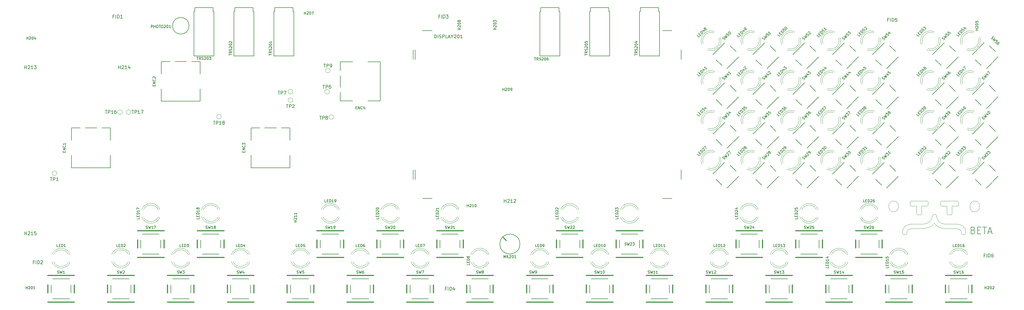
<source format=gbr>
%TF.GenerationSoftware,KiCad,Pcbnew,(5.1.5-0-10_14)*%
%TF.CreationDate,2020-03-03T06:23:59-08:00*%
%TF.ProjectId,OTTOdiy_SMD,4f54544f-6469-4795-9f53-4d442e6b6963,rev?*%
%TF.SameCoordinates,Original*%
%TF.FileFunction,Legend,Top*%
%TF.FilePolarity,Positive*%
%FSLAX46Y46*%
G04 Gerber Fmt 4.6, Leading zero omitted, Abs format (unit mm)*
G04 Created by KiCad (PCBNEW (5.1.5-0-10_14)) date 2020-03-03 06:23:59*
%MOMM*%
%LPD*%
G04 APERTURE LIST*
%ADD10C,0.150000*%
%ADD11C,0.112500*%
%ADD12C,0.120000*%
%ADD13C,0.250000*%
%ADD14C,0.300000*%
G04 APERTURE END LIST*
D10*
X328369047Y-171357142D02*
X328654761Y-171452380D01*
X328750000Y-171547619D01*
X328845238Y-171738095D01*
X328845238Y-172023809D01*
X328750000Y-172214285D01*
X328654761Y-172309523D01*
X328464285Y-172404761D01*
X327702380Y-172404761D01*
X327702380Y-170404761D01*
X328369047Y-170404761D01*
X328559523Y-170500000D01*
X328654761Y-170595238D01*
X328750000Y-170785714D01*
X328750000Y-170976190D01*
X328654761Y-171166666D01*
X328559523Y-171261904D01*
X328369047Y-171357142D01*
X327702380Y-171357142D01*
X329702380Y-171357142D02*
X330369047Y-171357142D01*
X330654761Y-172404761D02*
X329702380Y-172404761D01*
X329702380Y-170404761D01*
X330654761Y-170404761D01*
X331226190Y-170404761D02*
X332369047Y-170404761D01*
X331797619Y-172404761D02*
X331797619Y-170404761D01*
X332940476Y-171833333D02*
X333892857Y-171833333D01*
X332750000Y-172404761D02*
X333416666Y-170404761D01*
X334083333Y-172404761D01*
D11*
X309839465Y-164038490D02*
X309807791Y-164039647D01*
X312390286Y-166707170D02*
X311777837Y-166707170D01*
X311311554Y-166273721D02*
X311312711Y-166242046D01*
X311746162Y-166708328D02*
X311645063Y-166696299D01*
X311645063Y-166696299D02*
X311561395Y-166666626D01*
X311561395Y-166666626D02*
X311490481Y-166624250D01*
X311490481Y-166624250D02*
X311430555Y-166571305D01*
X311430555Y-166571305D02*
X311381030Y-166508234D01*
X311381030Y-166508234D02*
X311342509Y-166433967D01*
X311342509Y-166433967D02*
X311317515Y-166345236D01*
X311317515Y-166345236D02*
X311311554Y-166273721D01*
X311777837Y-166707170D02*
X311746162Y-166708328D01*
X312855411Y-164037438D02*
X312855411Y-166242046D01*
X320247950Y-169461089D02*
X320131048Y-169459800D01*
X320131048Y-169459800D02*
X320022035Y-169456198D01*
X320022035Y-169456198D02*
X319908556Y-169449846D01*
X319908556Y-169449846D02*
X319803666Y-169441482D01*
X319803666Y-169441482D02*
X319701669Y-169430918D01*
X319701669Y-169430918D02*
X319599996Y-169417865D01*
X319599996Y-169417865D02*
X319501281Y-169402636D01*
X319501281Y-169402636D02*
X319404686Y-169385151D01*
X319404686Y-169385151D02*
X319307170Y-169364743D01*
X319307170Y-169364743D02*
X319213509Y-169342364D01*
X319213509Y-169342364D02*
X319123587Y-169318146D01*
X319123587Y-169318146D02*
X319035891Y-169291779D01*
X319035891Y-169291779D02*
X318948424Y-169262586D01*
X318948424Y-169262586D02*
X318865957Y-169232224D01*
X318865957Y-169232224D02*
X318785101Y-169199587D01*
X318785101Y-169199587D02*
X318706549Y-169164958D01*
X318706549Y-169164958D02*
X318630309Y-169128387D01*
X318630309Y-169128387D02*
X318555280Y-169089317D01*
X318555280Y-169089317D02*
X318483212Y-169048680D01*
X318483212Y-169048680D02*
X318411993Y-169005275D01*
X318411993Y-169005275D02*
X318343297Y-168960080D01*
X318343297Y-168960080D02*
X318276655Y-168912831D01*
X318276655Y-168912831D02*
X318212578Y-168863930D01*
X318212578Y-168863930D02*
X318149781Y-168812388D01*
X318149781Y-168812388D02*
X318088848Y-168758596D01*
X318088848Y-168758596D02*
X318029129Y-168701869D01*
X318029129Y-168701869D02*
X317972661Y-168644164D01*
X317972661Y-168644164D02*
X317916632Y-168582527D01*
X317916632Y-168582527D02*
X317862725Y-168518576D01*
X317862725Y-168518576D02*
X317813165Y-168455215D01*
X317813165Y-168455215D02*
X317765711Y-168389864D01*
X317765711Y-168389864D02*
X317717919Y-168318716D01*
X317717919Y-168318716D02*
X317674532Y-168248730D01*
X317674532Y-168248730D02*
X317632836Y-168175786D01*
X317632836Y-168175786D02*
X317593941Y-168101760D01*
X317593941Y-168101760D02*
X317557191Y-168025426D01*
X317557191Y-168025426D02*
X317522854Y-167947226D01*
X317522854Y-167947226D02*
X317490609Y-167866213D01*
X317490609Y-167866213D02*
X317460396Y-167781725D01*
X317460396Y-167781725D02*
X317432595Y-167694198D01*
X317432595Y-167694198D02*
X317407994Y-167605798D01*
X317407994Y-167605798D02*
X317386196Y-167514707D01*
X317386196Y-167514707D02*
X317367401Y-167420440D01*
X317367401Y-167420440D02*
X317351993Y-167322302D01*
X317351993Y-167322302D02*
X317340936Y-167220620D01*
X317340936Y-167220620D02*
X317338289Y-167180714D01*
X328924319Y-162500000D02*
X328924319Y-162500000D01*
X326086214Y-171975078D02*
X326084184Y-171862823D01*
X326084184Y-171862823D02*
X326078396Y-171755899D01*
X326078396Y-171755899D02*
X326069053Y-171652222D01*
X326069053Y-171652222D02*
X326056261Y-171551302D01*
X326056261Y-171551302D02*
X326040139Y-171453125D01*
X326040139Y-171453125D02*
X326020927Y-171358288D01*
X326020927Y-171358288D02*
X325997239Y-171260866D01*
X325997239Y-171260866D02*
X325972289Y-171173240D01*
X325972289Y-171173240D02*
X325944106Y-171086919D01*
X325944106Y-171086919D02*
X325913020Y-171002951D01*
X325913020Y-171002951D02*
X325877394Y-170917509D01*
X325877394Y-170917509D02*
X325841338Y-170840033D01*
X325841338Y-170840033D02*
X325801461Y-170762623D01*
X325801461Y-170762623D02*
X325758964Y-170687818D01*
X325758964Y-170687818D02*
X325715014Y-170617275D01*
X325715014Y-170617275D02*
X325668922Y-170549478D01*
X325668922Y-170549478D02*
X325618817Y-170481823D01*
X325618817Y-170481823D02*
X325564146Y-170414090D01*
X325564146Y-170414090D02*
X325510974Y-170353434D01*
X325510974Y-170353434D02*
X325455919Y-170295324D01*
X325455919Y-170295324D02*
X325396142Y-170236955D01*
X325396142Y-170236955D02*
X325336055Y-170182645D01*
X325336055Y-170182645D02*
X325274408Y-170130951D01*
X325274408Y-170130951D02*
X325210936Y-170081524D01*
X325210936Y-170081524D02*
X325145301Y-170034048D01*
X325145301Y-170034048D02*
X325076123Y-169987610D01*
X325076123Y-169987610D02*
X325005774Y-169943811D01*
X325005774Y-169943811D02*
X324934445Y-169902603D01*
X324934445Y-169902603D02*
X324860163Y-169862812D01*
X324860163Y-169862812D02*
X324782875Y-169824503D01*
X324782875Y-169824503D02*
X324704862Y-169788764D01*
X324704862Y-169788764D02*
X324622087Y-169753804D01*
X324622087Y-169753804D02*
X324538068Y-169721186D01*
X324538068Y-169721186D02*
X324452959Y-169690863D01*
X324452959Y-169690863D02*
X324362865Y-169661523D01*
X324362865Y-169661523D02*
X324272411Y-169634719D01*
X324272411Y-169634719D02*
X324181818Y-169610340D01*
X324181818Y-169610340D02*
X324090572Y-169588119D01*
X324090572Y-169588119D02*
X323998069Y-169567824D01*
X323998069Y-169567824D02*
X323896544Y-169547976D01*
X323896544Y-169547976D02*
X323799973Y-169531298D01*
X323799973Y-169531298D02*
X323701512Y-169516376D01*
X323701512Y-169516376D02*
X323601194Y-169503202D01*
X323601194Y-169503202D02*
X323499052Y-169491778D01*
X323499052Y-169491778D02*
X323394219Y-169482022D01*
X323394219Y-169482022D02*
X323288511Y-169474095D01*
X323288511Y-169474095D02*
X323175406Y-169467621D01*
X323175406Y-169467621D02*
X323065188Y-169463202D01*
X323065188Y-169463202D02*
X322983979Y-169461089D01*
X326086741Y-172001807D02*
X326086214Y-171975078D01*
X325409048Y-172679501D02*
X325514288Y-172671219D01*
X325514288Y-172671219D02*
X325606166Y-172649896D01*
X325606166Y-172649896D02*
X325688272Y-172618603D01*
X325688272Y-172618603D02*
X325762396Y-172578929D01*
X325762396Y-172578929D02*
X325829286Y-172531885D01*
X325829286Y-172531885D02*
X325889108Y-172478266D01*
X325889108Y-172478266D02*
X325942369Y-172417944D01*
X325942369Y-172417944D02*
X325988842Y-172350792D01*
X325988842Y-172350792D02*
X326027758Y-172276812D01*
X326027758Y-172276812D02*
X326058945Y-172192947D01*
X326058945Y-172192947D02*
X326079425Y-172100764D01*
X326079425Y-172100764D02*
X326086741Y-172001807D01*
X324731354Y-172001807D02*
X324740304Y-172111226D01*
X324740304Y-172111226D02*
X324762189Y-172202899D01*
X324762189Y-172202899D02*
X324793970Y-172284769D01*
X324793970Y-172284769D02*
X324833534Y-172357762D01*
X324833534Y-172357762D02*
X324880310Y-172423737D01*
X324880310Y-172423737D02*
X324934031Y-172483301D01*
X324934031Y-172483301D02*
X324994309Y-172536227D01*
X324994309Y-172536227D02*
X325060930Y-172582132D01*
X325060930Y-172582132D02*
X325135444Y-172621149D01*
X325135444Y-172621149D02*
X325217898Y-172651704D01*
X325217898Y-172651704D02*
X325310082Y-172672185D01*
X325310082Y-172672185D02*
X325409048Y-172679501D01*
X324731880Y-171975078D02*
X324731354Y-172001807D01*
X322837706Y-170817527D02*
X322952528Y-170818515D01*
X322952528Y-170818515D02*
X323063256Y-170821470D01*
X323063256Y-170821470D02*
X323172345Y-170826500D01*
X323172345Y-170826500D02*
X323279475Y-170833696D01*
X323279475Y-170833696D02*
X323385456Y-170843272D01*
X323385456Y-170843272D02*
X323486675Y-170854966D01*
X323486675Y-170854966D02*
X323587160Y-170869350D01*
X323587160Y-170869350D02*
X323683023Y-170885992D01*
X323683023Y-170885992D02*
X323777777Y-170905647D01*
X323777777Y-170905647D02*
X323869521Y-170928174D01*
X323869521Y-170928174D02*
X323959774Y-170954254D01*
X323959774Y-170954254D02*
X324044909Y-170983058D01*
X324044909Y-170983058D02*
X324128090Y-171015918D01*
X324128090Y-171015918D02*
X324205450Y-171051557D01*
X324205450Y-171051557D02*
X324280719Y-171092049D01*
X324280719Y-171092049D02*
X324350117Y-171135795D01*
X324350117Y-171135795D02*
X324417487Y-171185914D01*
X324417487Y-171185914D02*
X324477336Y-171238905D01*
X324477336Y-171238905D02*
X324532175Y-171297197D01*
X324532175Y-171297197D02*
X324582117Y-171362132D01*
X324582117Y-171362132D02*
X324626223Y-171434211D01*
X324626223Y-171434211D02*
X324662693Y-171511789D01*
X324662693Y-171511789D02*
X324691681Y-171596228D01*
X324691681Y-171596228D02*
X324712964Y-171689002D01*
X324712964Y-171689002D02*
X324725981Y-171789263D01*
X324725981Y-171789263D02*
X324731348Y-171896991D01*
X324731348Y-171896991D02*
X324731880Y-171975078D01*
X330218670Y-164338401D02*
X330218670Y-163924840D01*
X329804057Y-162909352D02*
X329745960Y-162852758D01*
X329745960Y-162852758D02*
X329685619Y-162800599D01*
X329685619Y-162800599D02*
X329621651Y-162751619D01*
X329621651Y-162751619D02*
X329554037Y-162706005D01*
X329554037Y-162706005D02*
X329481918Y-162663513D01*
X329481918Y-162663513D02*
X329406949Y-162625389D01*
X329406949Y-162625389D02*
X329328189Y-162591373D01*
X329328189Y-162591373D02*
X329243224Y-162561058D01*
X329243224Y-162561058D02*
X329154373Y-162535960D01*
X329154373Y-162535960D02*
X329060375Y-162516345D01*
X329060375Y-162516345D02*
X328961134Y-162503044D01*
X328961134Y-162503044D02*
X328924319Y-162500000D01*
X305789090Y-163924840D02*
X305786802Y-163812619D01*
X305786802Y-163812619D02*
X305776605Y-163709315D01*
X305776605Y-163709315D02*
X305759705Y-163611817D01*
X305759705Y-163611817D02*
X305736718Y-163518690D01*
X305736718Y-163518690D02*
X305707033Y-163426508D01*
X305707033Y-163426508D02*
X305674742Y-163345196D01*
X305674742Y-163345196D02*
X305638366Y-163268007D01*
X305638366Y-163268007D02*
X305598374Y-163195004D01*
X305598374Y-163195004D02*
X305554892Y-163125767D01*
X305554892Y-163125767D02*
X305507923Y-163059910D01*
X305507923Y-163059910D02*
X305457711Y-162997525D01*
X305457711Y-162997525D02*
X305404103Y-162938287D01*
X305404103Y-162938287D02*
X305375529Y-162909352D01*
X302950987Y-163929049D02*
X302950987Y-164342610D01*
X305789196Y-164353554D02*
X305789090Y-164338401D01*
X304374879Y-165767871D02*
X304483304Y-165763690D01*
X304483304Y-165763690D02*
X304585229Y-165752032D01*
X304585229Y-165752032D02*
X304680913Y-165734069D01*
X304680913Y-165734069D02*
X304771694Y-165710484D01*
X304771694Y-165710484D02*
X304857549Y-165682021D01*
X304857549Y-165682021D02*
X304938484Y-165649363D01*
X304938484Y-165649363D02*
X305014774Y-165613026D01*
X305014774Y-165613026D02*
X305088528Y-165572340D01*
X305088528Y-165572340D02*
X305158917Y-165527929D01*
X305158917Y-165527929D02*
X305224786Y-165480868D01*
X305224786Y-165480868D02*
X305287825Y-165430228D01*
X305287825Y-165430228D02*
X305347302Y-165376716D01*
X305347302Y-165376716D02*
X305404246Y-165319409D01*
X305404246Y-165319409D02*
X305458074Y-165258780D01*
X305458074Y-165258780D02*
X305508593Y-165194952D01*
X305508593Y-165194952D02*
X305555464Y-165128277D01*
X305555464Y-165128277D02*
X305599068Y-165057984D01*
X305599068Y-165057984D02*
X305639571Y-164983180D01*
X305639571Y-164983180D02*
X305676044Y-164904828D01*
X305676044Y-164904828D02*
X305708128Y-164823013D01*
X305708128Y-164823013D02*
X305737235Y-164731559D01*
X305737235Y-164731559D02*
X305759575Y-164640306D01*
X305759575Y-164640306D02*
X305776729Y-164540337D01*
X305776729Y-164540337D02*
X305786783Y-164435970D01*
X305786783Y-164435970D02*
X305789196Y-164353554D01*
X303461361Y-165438074D02*
X303524883Y-165488376D01*
X303524883Y-165488376D02*
X303593161Y-165536232D01*
X303593161Y-165536232D02*
X303665471Y-165580710D01*
X303665471Y-165580710D02*
X303739776Y-165620469D01*
X303739776Y-165620469D02*
X303817046Y-165656006D01*
X303817046Y-165656006D02*
X303899203Y-165687824D01*
X303899203Y-165687824D02*
X303984938Y-165714923D01*
X303984938Y-165714923D02*
X304075829Y-165737248D01*
X304075829Y-165737248D02*
X304171777Y-165753999D01*
X304171777Y-165753999D02*
X304274394Y-165764444D01*
X304274394Y-165764444D02*
X304289537Y-165765345D01*
X302950987Y-164342610D02*
X302953426Y-164453253D01*
X302953426Y-164453253D02*
X302963703Y-164555872D01*
X302963703Y-164555872D02*
X302980507Y-164652131D01*
X302980507Y-164652131D02*
X303003159Y-164743682D01*
X303003159Y-164743682D02*
X303031944Y-164833256D01*
X303031944Y-164833256D02*
X303064293Y-164914984D01*
X303064293Y-164914984D02*
X303100525Y-164992025D01*
X303100525Y-164992025D02*
X303140843Y-165065676D01*
X303140843Y-165065676D02*
X303185122Y-165136071D01*
X303185122Y-165136071D02*
X303232198Y-165201869D01*
X303232198Y-165201869D02*
X303283604Y-165265429D01*
X303283604Y-165265429D02*
X303338061Y-165325171D01*
X303338061Y-165325171D02*
X303395307Y-165381030D01*
X303395307Y-165381030D02*
X303456060Y-165433760D01*
X303456060Y-165433760D02*
X303461361Y-165438074D01*
X304289537Y-165765345D02*
X304374879Y-165767871D01*
X323887921Y-162964072D02*
X323887921Y-163576522D01*
X323767956Y-163911160D02*
X323705004Y-163961781D01*
X323705004Y-163961781D02*
X323631112Y-164001767D01*
X323631112Y-164001767D02*
X323545193Y-164028806D01*
X323545193Y-164028806D02*
X323441585Y-164038322D01*
X323441585Y-164038322D02*
X323421743Y-164037438D01*
X323887921Y-163576522D02*
X323880399Y-163682124D01*
X323880399Y-163682124D02*
X323855303Y-163769545D01*
X323855303Y-163769545D02*
X323817382Y-163845081D01*
X323817382Y-163845081D02*
X323768674Y-163910351D01*
X323768674Y-163910351D02*
X323767956Y-163911160D01*
X314664347Y-162615755D02*
X314664347Y-162615755D01*
X323767956Y-162615755D02*
X323816889Y-162679850D01*
X323816889Y-162679850D02*
X323855802Y-162755825D01*
X323855802Y-162755825D02*
X323881341Y-162843600D01*
X323881341Y-162843600D02*
X323888826Y-162948747D01*
X323888826Y-162948747D02*
X323887921Y-162964072D01*
X309839465Y-162498948D02*
X314322344Y-162498948D01*
X314322344Y-162498948D02*
X314430365Y-162504064D01*
X314430365Y-162504064D02*
X314519669Y-162528104D01*
X314519669Y-162528104D02*
X314595587Y-162565049D01*
X314595587Y-162565049D02*
X314661730Y-162613443D01*
X314661730Y-162613443D02*
X314664347Y-162615755D01*
X309374341Y-163573365D02*
X309374341Y-162964072D01*
X309500619Y-162618912D02*
X309565625Y-162570002D01*
X309565625Y-162570002D02*
X309640404Y-162532072D01*
X309640404Y-162532072D02*
X309730449Y-162506085D01*
X309730449Y-162506085D02*
X309837279Y-162498840D01*
X309837279Y-162498840D02*
X309839465Y-162498948D01*
X309374341Y-162964072D02*
X309379862Y-162856458D01*
X309379862Y-162856458D02*
X309404552Y-162768116D01*
X309404552Y-162768116D02*
X309442643Y-162692709D01*
X309442643Y-162692709D02*
X309491628Y-162628447D01*
X309491628Y-162628447D02*
X309500619Y-162618912D01*
X311312711Y-164038490D02*
X309839465Y-164038490D01*
X311312711Y-166242046D02*
X311312711Y-164038490D01*
X309373183Y-163605040D02*
X309374341Y-163573365D01*
X320243741Y-170821737D02*
X322837706Y-170817527D01*
X310326689Y-170821737D02*
X312844888Y-170821737D01*
X316633235Y-169150655D02*
X316680467Y-169217971D01*
X316680467Y-169217971D02*
X316731083Y-169286710D01*
X316731083Y-169286710D02*
X316780727Y-169350993D01*
X316780727Y-169350993D02*
X316832234Y-169414672D01*
X316832234Y-169414672D02*
X316886167Y-169478317D01*
X316886167Y-169478317D02*
X316939795Y-169538744D01*
X316939795Y-169538744D02*
X316994077Y-169597222D01*
X316994077Y-169597222D02*
X317050724Y-169655551D01*
X317050724Y-169655551D02*
X317111667Y-169715443D01*
X317111667Y-169715443D02*
X317173970Y-169773806D01*
X317173970Y-169773806D02*
X317233646Y-169827166D01*
X317233646Y-169827166D02*
X317295727Y-169880200D01*
X317295727Y-169880200D02*
X317358207Y-169931169D01*
X317358207Y-169931169D02*
X317421695Y-169980631D01*
X317421695Y-169980631D02*
X317487631Y-170029652D01*
X317487631Y-170029652D02*
X317553825Y-170076586D01*
X317553825Y-170076586D02*
X317620948Y-170121969D01*
X317620948Y-170121969D02*
X317692528Y-170168036D01*
X317692528Y-170168036D02*
X317764723Y-170212193D01*
X317764723Y-170212193D02*
X317838301Y-170254928D01*
X317838301Y-170254928D02*
X317911114Y-170295075D01*
X317911114Y-170295075D02*
X317987357Y-170334937D01*
X317987357Y-170334937D02*
X318063156Y-170372458D01*
X318063156Y-170372458D02*
X318142020Y-170409367D01*
X318142020Y-170409367D02*
X318221265Y-170444365D01*
X318221265Y-170444365D02*
X318302715Y-170478247D01*
X318302715Y-170478247D02*
X318387390Y-170511323D01*
X318387390Y-170511323D02*
X318469935Y-170541546D01*
X318469935Y-170541546D02*
X318554173Y-170570418D01*
X318554173Y-170570418D02*
X318642185Y-170598545D01*
X318642185Y-170598545D02*
X318734116Y-170625785D01*
X318734116Y-170625785D02*
X318823106Y-170650155D01*
X318823106Y-170650155D02*
X318914374Y-170673188D01*
X318914374Y-170673188D02*
X319009644Y-170695191D01*
X319009644Y-170695191D02*
X319102788Y-170714765D01*
X319102788Y-170714765D02*
X319199404Y-170733117D01*
X319199404Y-170733117D02*
X319297824Y-170749846D01*
X319297824Y-170749846D02*
X319402886Y-170765591D01*
X319402886Y-170765591D02*
X319502598Y-170778591D01*
X319502598Y-170778591D02*
X319605944Y-170790136D01*
X319605944Y-170790136D02*
X319714943Y-170800261D01*
X319714943Y-170800261D02*
X319820110Y-170808100D01*
X319820110Y-170808100D02*
X319929052Y-170814292D01*
X319929052Y-170814292D02*
X320040548Y-170818666D01*
X320040548Y-170818666D02*
X320151919Y-170821115D01*
X320151919Y-170821115D02*
X320243741Y-170821737D01*
X312844888Y-170821737D02*
X312960046Y-170820839D01*
X312960046Y-170820839D02*
X313070576Y-170818262D01*
X313070576Y-170818262D02*
X313181433Y-170813932D01*
X313181433Y-170813932D02*
X313290499Y-170807913D01*
X313290499Y-170807913D02*
X313397784Y-170800234D01*
X313397784Y-170800234D02*
X313508535Y-170790416D01*
X313508535Y-170790416D02*
X313610285Y-170779646D01*
X313610285Y-170779646D02*
X313711626Y-170767200D01*
X313711626Y-170767200D02*
X313814362Y-170752765D01*
X313814362Y-170752765D02*
X313920174Y-170735921D01*
X313920174Y-170735921D02*
X314021628Y-170717819D01*
X314021628Y-170717819D02*
X314116516Y-170699092D01*
X314116516Y-170699092D02*
X314209730Y-170678946D01*
X314209730Y-170678946D02*
X314301277Y-170657409D01*
X314301277Y-170657409D02*
X314391172Y-170634513D01*
X314391172Y-170634513D02*
X314492525Y-170606538D01*
X314492525Y-170606538D02*
X314581048Y-170580158D01*
X314581048Y-170580158D02*
X314667879Y-170552447D01*
X314667879Y-170552447D02*
X314753029Y-170523436D01*
X314753029Y-170523436D02*
X314836509Y-170493157D01*
X314836509Y-170493157D02*
X314920310Y-170460858D01*
X314920310Y-170460858D02*
X315008189Y-170424853D01*
X315008189Y-170424853D02*
X315090330Y-170389130D01*
X315090330Y-170389130D02*
X315168850Y-170353035D01*
X315168850Y-170353035D02*
X315245694Y-170315780D01*
X315245694Y-170315780D02*
X315320432Y-170277632D01*
X315320432Y-170277632D02*
X315394404Y-170237932D01*
X315394404Y-170237932D02*
X315467994Y-170196434D01*
X315467994Y-170196434D02*
X315539886Y-170153865D01*
X315539886Y-170153865D02*
X315610096Y-170110263D01*
X315610096Y-170110263D02*
X315679428Y-170065141D01*
X315679428Y-170065141D02*
X315747837Y-170018502D01*
X315747837Y-170018502D02*
X315814908Y-169970624D01*
X315814908Y-169970624D02*
X315879537Y-169922367D01*
X315879537Y-169922367D02*
X315944634Y-169871534D01*
X315944634Y-169871534D02*
X316006594Y-169820957D01*
X316006594Y-169820957D02*
X316069911Y-169766931D01*
X316069911Y-169766931D02*
X316130760Y-169712645D01*
X316130760Y-169712645D02*
X316191742Y-169655756D01*
X316191742Y-169655756D02*
X316249031Y-169599905D01*
X316249031Y-169599905D02*
X316305192Y-169542735D01*
X316305192Y-169542735D02*
X316359904Y-169484585D01*
X316359904Y-169484585D02*
X316413987Y-169424538D01*
X316413987Y-169424538D02*
X316470312Y-169359097D01*
X316470312Y-169359097D02*
X316522508Y-169295590D01*
X316522508Y-169295590D02*
X316573822Y-169230246D01*
X316573822Y-169230246D02*
X316624642Y-169162439D01*
X316624642Y-169162439D02*
X316633235Y-169150655D01*
X312844888Y-169463193D02*
X310155161Y-169463193D01*
X308432516Y-171979287D02*
X308433932Y-171867528D01*
X308433932Y-171867528D02*
X308441412Y-171761561D01*
X308441412Y-171761561D02*
X308456748Y-171663793D01*
X308456748Y-171663793D02*
X308480861Y-171571669D01*
X308480861Y-171571669D02*
X308512440Y-171488881D01*
X308512440Y-171488881D02*
X308551006Y-171413716D01*
X308551006Y-171413716D02*
X308596772Y-171344277D01*
X308596772Y-171344277D02*
X308648426Y-171281366D01*
X308648426Y-171281366D02*
X308706068Y-171223749D01*
X308706068Y-171223749D02*
X308767444Y-171172544D01*
X308767444Y-171172544D02*
X308834157Y-171125516D01*
X308834157Y-171125516D02*
X308904505Y-171083304D01*
X308904505Y-171083304D02*
X308980493Y-171044325D01*
X308980493Y-171044325D02*
X309059242Y-171009715D01*
X309059242Y-171009715D02*
X309142302Y-170978394D01*
X309142302Y-170978394D02*
X309229279Y-170950319D01*
X309229279Y-170950319D02*
X309317640Y-170925949D01*
X309317640Y-170925949D02*
X309409180Y-170904463D01*
X309409180Y-170904463D02*
X309503974Y-170885686D01*
X309503974Y-170885686D02*
X309601191Y-170869622D01*
X309601191Y-170869622D02*
X309700399Y-170856152D01*
X309700399Y-170856152D02*
X309802826Y-170844977D01*
X309802826Y-170844977D02*
X309910042Y-170835930D01*
X309910042Y-170835930D02*
X310016544Y-170829346D01*
X310016544Y-170829346D02*
X310125469Y-170824837D01*
X310125469Y-170824837D02*
X310240623Y-170822285D01*
X310240623Y-170822285D02*
X310326689Y-170821737D01*
X308433041Y-172006016D02*
X308432516Y-171979287D01*
X307755348Y-172683710D02*
X307860588Y-172675428D01*
X307860588Y-172675428D02*
X307952466Y-172654105D01*
X307952466Y-172654105D02*
X308034572Y-172622812D01*
X308034572Y-172622812D02*
X308108696Y-172583138D01*
X308108696Y-172583138D02*
X308175586Y-172536094D01*
X308175586Y-172536094D02*
X308235408Y-172482475D01*
X308235408Y-172482475D02*
X308288669Y-172422153D01*
X308288669Y-172422153D02*
X308335142Y-172355001D01*
X308335142Y-172355001D02*
X308374058Y-172281021D01*
X308374058Y-172281021D02*
X308405245Y-172197156D01*
X308405245Y-172197156D02*
X308425725Y-172104973D01*
X308425725Y-172104973D02*
X308433041Y-172006016D01*
X307077655Y-172006016D02*
X307086605Y-172115435D01*
X307086605Y-172115435D02*
X307108490Y-172207108D01*
X307108490Y-172207108D02*
X307140271Y-172288978D01*
X307140271Y-172288978D02*
X307179835Y-172361971D01*
X307179835Y-172361971D02*
X307226611Y-172427946D01*
X307226611Y-172427946D02*
X307280332Y-172487510D01*
X307280332Y-172487510D02*
X307340609Y-172540436D01*
X307340609Y-172540436D02*
X307407230Y-172586341D01*
X307407230Y-172586341D02*
X307481744Y-172625358D01*
X307481744Y-172625358D02*
X307564198Y-172655913D01*
X307564198Y-172655913D02*
X307656382Y-172676394D01*
X307656382Y-172676394D02*
X307755348Y-172683710D01*
X307078181Y-171979287D02*
X307077655Y-172006016D01*
X314319186Y-164037438D02*
X312855411Y-164037438D01*
X312735446Y-166580892D02*
X312672175Y-166632029D01*
X312672175Y-166632029D02*
X312599143Y-166671654D01*
X312599143Y-166671654D02*
X312512633Y-166698844D01*
X312512633Y-166698844D02*
X312409335Y-166708066D01*
X312409335Y-166708066D02*
X312390286Y-166707170D01*
X312855411Y-166242046D02*
X312848777Y-166348228D01*
X312848777Y-166348228D02*
X312823660Y-166437602D01*
X312823660Y-166437602D02*
X312785820Y-166513508D01*
X312785820Y-166513508D02*
X312737746Y-166578304D01*
X312737746Y-166578304D02*
X312735446Y-166580892D01*
X314784311Y-162964072D02*
X314784311Y-163576522D01*
X330218670Y-163924840D02*
X330216511Y-163814492D01*
X330216511Y-163814492D02*
X330206551Y-163711929D01*
X330206551Y-163711929D02*
X330189687Y-163613804D01*
X330189687Y-163613804D02*
X330167380Y-163522710D01*
X330167380Y-163522710D02*
X330140285Y-163437105D01*
X330140285Y-163437105D02*
X330108256Y-163354754D01*
X330108256Y-163354754D02*
X330072505Y-163277537D01*
X330072505Y-163277537D02*
X330032989Y-163204246D01*
X330032989Y-163204246D02*
X329989048Y-163133335D01*
X329989048Y-163133335D02*
X329942092Y-163066783D01*
X329942092Y-163066783D02*
X329892176Y-163004159D01*
X329892176Y-163004159D02*
X329838850Y-162944679D01*
X329838850Y-162944679D02*
X329804057Y-162909352D01*
X327375305Y-163929049D02*
X327375305Y-164342610D01*
X330218776Y-164355659D02*
X330218670Y-164338401D01*
X328802354Y-165772080D02*
X328911221Y-165767871D01*
X328911221Y-165767871D02*
X329013018Y-165756218D01*
X329013018Y-165756218D02*
X329108845Y-165738228D01*
X329108845Y-165738228D02*
X329199762Y-165714608D01*
X329199762Y-165714608D02*
X329285489Y-165686195D01*
X329285489Y-165686195D02*
X329366058Y-165653720D01*
X329366058Y-165653720D02*
X329442486Y-165617373D01*
X329442486Y-165617373D02*
X329518910Y-165575172D01*
X329518910Y-165575172D02*
X329589331Y-165530589D01*
X329589331Y-165530589D02*
X329658617Y-165480776D01*
X329658617Y-165480776D02*
X329721114Y-165430133D01*
X329721114Y-165430133D02*
X329781419Y-165375377D01*
X329781419Y-165375377D02*
X329838164Y-165317703D01*
X329838164Y-165317703D02*
X329898376Y-165248696D01*
X329898376Y-165248696D02*
X329947880Y-165184575D01*
X329947880Y-165184575D02*
X329993750Y-165117673D01*
X329993750Y-165117673D02*
X330036879Y-165046276D01*
X330036879Y-165046276D02*
X330075852Y-164972276D01*
X330075852Y-164972276D02*
X330112154Y-164891861D01*
X330112154Y-164891861D02*
X330143043Y-164810224D01*
X330143043Y-164810224D02*
X330169644Y-164723718D01*
X330169644Y-164723718D02*
X330191429Y-164631529D01*
X330191429Y-164631529D02*
X330207376Y-164534462D01*
X330207376Y-164534462D02*
X330216752Y-164431176D01*
X330216752Y-164431176D02*
X330218776Y-164355659D01*
X328718064Y-165769555D02*
X328802354Y-165772080D01*
X327885680Y-165438074D02*
X327949573Y-165489058D01*
X327949573Y-165489058D02*
X328017919Y-165537318D01*
X328017919Y-165537318D02*
X328088991Y-165581423D01*
X328088991Y-165581423D02*
X328162399Y-165621157D01*
X328162399Y-165621157D02*
X328239569Y-165657138D01*
X328239569Y-165657138D02*
X328322287Y-165689655D01*
X328322287Y-165689655D02*
X328407579Y-165717091D01*
X328407579Y-165717091D02*
X328497836Y-165739792D01*
X328497836Y-165739792D02*
X328596041Y-165757448D01*
X328596041Y-165757448D02*
X328697902Y-165768289D01*
X328697902Y-165768289D02*
X328718064Y-165769555D01*
X327375305Y-164342610D02*
X327377923Y-164454453D01*
X327377923Y-164454453D02*
X327388368Y-164557024D01*
X327388368Y-164557024D02*
X327405314Y-164653235D01*
X327405314Y-164653235D02*
X327427919Y-164744153D01*
X327427919Y-164744153D02*
X327455744Y-164830834D01*
X327455744Y-164830834D02*
X327488084Y-164912883D01*
X327488084Y-164912883D02*
X327525157Y-164991862D01*
X327525157Y-164991862D02*
X327565464Y-165065508D01*
X327565464Y-165065508D02*
X327609381Y-165135403D01*
X327609381Y-165135403D02*
X327656390Y-165201232D01*
X327656390Y-165201232D02*
X327707326Y-165264372D01*
X327707326Y-165264372D02*
X327761035Y-165323524D01*
X327761035Y-165323524D02*
X327818575Y-165379926D01*
X327818575Y-165379926D02*
X327881466Y-165434639D01*
X327881466Y-165434639D02*
X327885680Y-165438074D01*
X323767956Y-162615755D02*
X323767956Y-162615755D01*
X327727832Y-162981962D02*
X327675918Y-163042919D01*
X327675918Y-163042919D02*
X327627439Y-163107127D01*
X327627439Y-163107127D02*
X327581915Y-163175532D01*
X327581915Y-163175532D02*
X327540334Y-163247003D01*
X327540334Y-163247003D02*
X327502363Y-163322529D01*
X327502363Y-163322529D02*
X327468206Y-163402624D01*
X327468206Y-163402624D02*
X327438381Y-163487345D01*
X327438381Y-163487345D02*
X327413536Y-163576477D01*
X327413536Y-163576477D02*
X327394064Y-163671236D01*
X327394064Y-163671236D02*
X327380736Y-163773494D01*
X327380736Y-163773494D02*
X327375087Y-163881054D01*
X327375087Y-163881054D02*
X327375305Y-163929049D01*
X328924319Y-162500000D02*
X328814144Y-162496377D01*
X328814144Y-162496377D02*
X328705432Y-162500906D01*
X328705432Y-162500906D02*
X328604364Y-162512396D01*
X328604364Y-162512396D02*
X328508509Y-162529925D01*
X328508509Y-162529925D02*
X328417992Y-162552614D01*
X328417992Y-162552614D02*
X328332275Y-162579860D01*
X328332275Y-162579860D02*
X328250812Y-162611254D01*
X328250812Y-162611254D02*
X328173364Y-162646418D01*
X328173364Y-162646418D02*
X328097438Y-162686347D01*
X328097438Y-162686347D02*
X328022886Y-162731315D01*
X328022886Y-162731315D02*
X327954887Y-162777867D01*
X327954887Y-162777867D02*
X327890532Y-162827384D01*
X327890532Y-162827384D02*
X327829740Y-162879712D01*
X327829740Y-162879712D02*
X327772199Y-162934961D01*
X327772199Y-162934961D02*
X327727832Y-162981962D01*
X318939918Y-162495791D02*
X323421743Y-162495791D01*
X314664347Y-163911160D02*
X314601035Y-163962243D01*
X314601035Y-163962243D02*
X314528000Y-164001845D01*
X314528000Y-164001845D02*
X314441241Y-164029098D01*
X314441241Y-164029098D02*
X314337489Y-164038301D01*
X314337489Y-164038301D02*
X314319186Y-164037438D01*
X314784311Y-163576522D02*
X314776789Y-163682124D01*
X314776789Y-163682124D02*
X314751693Y-163769545D01*
X314751693Y-163769545D02*
X314713772Y-163845081D01*
X314713772Y-163845081D02*
X314665065Y-163910351D01*
X314665065Y-163910351D02*
X314664347Y-163911160D01*
X304500000Y-162500000D02*
X304500000Y-162500000D01*
X314664347Y-162615755D02*
X314713280Y-162679850D01*
X314713280Y-162679850D02*
X314752193Y-162755825D01*
X314752193Y-162755825D02*
X314777732Y-162843600D01*
X314777732Y-162843600D02*
X314785216Y-162948747D01*
X314785216Y-162948747D02*
X314784311Y-162964072D01*
X305789090Y-164338401D02*
X305789090Y-163924840D01*
X305375529Y-162909352D02*
X305318058Y-162853298D01*
X305318058Y-162853298D02*
X305257176Y-162800600D01*
X305257176Y-162800600D02*
X305193303Y-162751649D01*
X305193303Y-162751649D02*
X305124674Y-162705342D01*
X305124674Y-162705342D02*
X305053892Y-162663622D01*
X305053892Y-162663622D02*
X304978608Y-162625282D01*
X304978608Y-162625282D02*
X304898845Y-162590826D01*
X304898845Y-162590826D02*
X304815129Y-162560946D01*
X304815129Y-162560946D02*
X304726657Y-162535888D01*
X304726657Y-162535888D02*
X304632103Y-162516103D01*
X304632103Y-162516103D02*
X304530112Y-162502511D01*
X304530112Y-162502511D02*
X304500000Y-162500000D01*
X309807791Y-164039647D02*
X309706692Y-164027618D01*
X309706692Y-164027618D02*
X309623024Y-163997945D01*
X309623024Y-163997945D02*
X309552110Y-163955569D01*
X309552110Y-163955569D02*
X309492184Y-163902624D01*
X309492184Y-163902624D02*
X309442659Y-163839553D01*
X309442659Y-163839553D02*
X309404138Y-163765286D01*
X309404138Y-163765286D02*
X309379144Y-163676555D01*
X309379144Y-163676555D02*
X309373183Y-163605040D01*
X310078342Y-169463193D02*
X309970039Y-169468052D01*
X309970039Y-169468052D02*
X309860685Y-169474805D01*
X309860685Y-169474805D02*
X309746984Y-169483905D01*
X309746984Y-169483905D02*
X309638929Y-169494631D01*
X309638929Y-169494631D02*
X309537104Y-169506705D01*
X309537104Y-169506705D02*
X309434686Y-169520888D01*
X309434686Y-169520888D02*
X309337454Y-169536367D01*
X309337454Y-169536367D02*
X309240553Y-169553861D01*
X309240553Y-169553861D02*
X309143392Y-169573613D01*
X309143392Y-169573613D02*
X309046206Y-169595735D01*
X309046206Y-169595735D02*
X308949221Y-169620332D01*
X308949221Y-169620332D02*
X308860818Y-169645111D01*
X308860818Y-169645111D02*
X308772526Y-169672266D01*
X308772526Y-169672266D02*
X308687109Y-169700999D01*
X308687109Y-169700999D02*
X308604519Y-169731260D01*
X308604519Y-169731260D02*
X308522340Y-169763982D01*
X308522340Y-169763982D02*
X308443064Y-169798215D01*
X308443064Y-169798215D02*
X308362789Y-169835782D01*
X308362789Y-169835782D02*
X308284553Y-169875454D01*
X308284553Y-169875454D02*
X308206404Y-169918386D01*
X308206404Y-169918386D02*
X308134489Y-169961100D01*
X308134489Y-169961100D02*
X308064646Y-170005817D01*
X308064646Y-170005817D02*
X307995167Y-170053800D01*
X307995167Y-170053800D02*
X307926357Y-170105137D01*
X307926357Y-170105137D02*
X307863342Y-170155872D01*
X307863342Y-170155872D02*
X307802623Y-170208527D01*
X307802623Y-170208527D02*
X307744248Y-170263065D01*
X307744248Y-170263065D02*
X307686553Y-170321240D01*
X307686553Y-170321240D02*
X307632124Y-170380546D01*
X307632124Y-170380546D02*
X307578451Y-170443858D01*
X307578451Y-170443858D02*
X307528175Y-170508200D01*
X307528175Y-170508200D02*
X307480140Y-170574985D01*
X307480140Y-170574985D02*
X307434471Y-170644160D01*
X307434471Y-170644160D02*
X307391284Y-170715648D01*
X307391284Y-170715648D02*
X307350680Y-170789362D01*
X307350680Y-170789362D02*
X307312748Y-170865192D01*
X307312748Y-170865192D02*
X307275535Y-170947789D01*
X307275535Y-170947789D02*
X307241874Y-171031456D01*
X307241874Y-171031456D02*
X307211963Y-171115198D01*
X307211963Y-171115198D02*
X307184220Y-171203583D01*
X307184220Y-171203583D02*
X307159845Y-171293164D01*
X307159845Y-171293164D02*
X307138151Y-171386797D01*
X307138151Y-171386797D02*
X307119733Y-171482505D01*
X307119733Y-171482505D02*
X307104478Y-171581361D01*
X307104478Y-171581361D02*
X307092526Y-171683488D01*
X307092526Y-171683488D02*
X307084058Y-171788793D01*
X307084058Y-171788793D02*
X307079211Y-171898996D01*
X307079211Y-171898996D02*
X307078181Y-171979287D01*
X310155161Y-169463193D02*
X310078342Y-169463193D01*
X322983979Y-169461089D02*
X320247950Y-169461089D01*
X315982902Y-167173348D02*
X315973743Y-167277615D01*
X315973743Y-167277615D02*
X315958129Y-167377133D01*
X315958129Y-167377133D02*
X315938637Y-167471764D01*
X315938637Y-167471764D02*
X315916009Y-167562332D01*
X315916009Y-167562332D02*
X315890178Y-167650880D01*
X315890178Y-167650880D02*
X315861648Y-167736553D01*
X315861648Y-167736553D02*
X315830276Y-167820339D01*
X315830276Y-167820339D02*
X315796710Y-167900982D01*
X315796710Y-167900982D02*
X315760899Y-167979064D01*
X315760899Y-167979064D02*
X315722511Y-168055497D01*
X315722511Y-168055497D02*
X315681840Y-168129789D01*
X315681840Y-168129789D02*
X315639210Y-168201534D01*
X315639210Y-168201534D02*
X315592772Y-168273689D01*
X315592772Y-168273689D02*
X315545931Y-168341065D01*
X315545931Y-168341065D02*
X315496785Y-168406729D01*
X315496785Y-168406729D02*
X315445472Y-168470497D01*
X315445472Y-168470497D02*
X315390698Y-168533834D01*
X315390698Y-168533834D02*
X315335429Y-168593369D01*
X315335429Y-168593369D02*
X315278473Y-168650627D01*
X315278473Y-168650627D02*
X315216572Y-168708639D01*
X315216572Y-168708639D02*
X315153437Y-168763746D01*
X315153437Y-168763746D02*
X315091225Y-168814413D01*
X315091225Y-168814413D02*
X315025998Y-168864030D01*
X315025998Y-168864030D02*
X314958722Y-168911770D01*
X314958722Y-168911770D02*
X314890014Y-168957229D01*
X314890014Y-168957229D02*
X314817175Y-169002078D01*
X314817175Y-169002078D02*
X314745329Y-169043219D01*
X314745329Y-169043219D02*
X314669985Y-169083304D01*
X314669985Y-169083304D02*
X314592935Y-169121300D01*
X314592935Y-169121300D02*
X314508958Y-169159512D01*
X314508958Y-169159512D02*
X314427878Y-169193467D01*
X314427878Y-169193467D02*
X314346022Y-169225012D01*
X314346022Y-169225012D02*
X314262824Y-169254447D01*
X314262824Y-169254447D02*
X314176105Y-169282488D01*
X314176105Y-169282488D02*
X314084172Y-169309454D01*
X314084172Y-169309454D02*
X313994047Y-169333299D01*
X313994047Y-169333299D02*
X313901957Y-169355176D01*
X313901957Y-169355176D02*
X313801053Y-169376428D01*
X313801053Y-169376428D02*
X313705820Y-169394027D01*
X313705820Y-169394027D02*
X313606042Y-169410050D01*
X313606042Y-169410050D02*
X313506208Y-169423739D01*
X313506208Y-169423739D02*
X313403628Y-169435494D01*
X313403628Y-169435494D02*
X313297270Y-169445337D01*
X313297270Y-169445337D02*
X313190066Y-169452965D01*
X313190066Y-169452965D02*
X313081095Y-169458480D01*
X313081095Y-169458480D02*
X312971468Y-169461858D01*
X312971468Y-169461858D02*
X312859122Y-169463174D01*
X312859122Y-169463174D02*
X312844888Y-169463193D01*
X316666910Y-166527224D02*
X316559882Y-166534358D01*
X316559882Y-166534358D02*
X316466947Y-166554983D01*
X316466947Y-166554983D02*
X316384095Y-166585762D01*
X316384095Y-166585762D02*
X316309455Y-166624977D01*
X316309455Y-166624977D02*
X316242676Y-166671192D01*
X316242676Y-166671192D02*
X316181394Y-166725407D01*
X316181394Y-166725407D02*
X316127132Y-166786366D01*
X316127132Y-166786366D02*
X316080857Y-166852799D01*
X316080857Y-166852799D02*
X316041806Y-166926513D01*
X316041806Y-166926513D02*
X316010764Y-167009150D01*
X316010764Y-167009150D02*
X315989728Y-167102665D01*
X315989728Y-167102665D02*
X315982902Y-167173348D01*
X317338289Y-167180714D02*
X317327118Y-167078777D01*
X317327118Y-167078777D02*
X317303199Y-166987626D01*
X317303199Y-166987626D02*
X317269955Y-166907269D01*
X317269955Y-166907269D02*
X317228403Y-166834521D01*
X317228403Y-166834521D02*
X317180391Y-166769990D01*
X317180391Y-166769990D02*
X317125254Y-166711633D01*
X317125254Y-166711633D02*
X317063659Y-166660094D01*
X317063659Y-166660094D02*
X316994543Y-166615043D01*
X316994543Y-166615043D02*
X316917283Y-166577383D01*
X316917283Y-166577383D02*
X316832120Y-166548896D01*
X316832120Y-166548896D02*
X316736359Y-166531224D01*
X316736359Y-166531224D02*
X316666910Y-166527224D01*
X323421743Y-162495791D02*
X323529834Y-162501018D01*
X323529834Y-162501018D02*
X323619706Y-162525215D01*
X323619706Y-162525215D02*
X323695808Y-162562199D01*
X323695808Y-162562199D02*
X323761126Y-162609706D01*
X323761126Y-162609706D02*
X323767956Y-162615755D01*
X318476897Y-163573365D02*
X318476897Y-162964072D01*
X318601071Y-162615755D02*
X318665259Y-162567215D01*
X318665259Y-162567215D02*
X318740113Y-162529026D01*
X318740113Y-162529026D02*
X318827306Y-162503455D01*
X318827306Y-162503455D02*
X318934451Y-162495535D01*
X318934451Y-162495535D02*
X318939918Y-162495791D01*
X318476897Y-162964072D02*
X318481103Y-162855635D01*
X318481103Y-162855635D02*
X318505132Y-162766481D01*
X318505132Y-162766481D02*
X318542880Y-162690474D01*
X318542880Y-162690474D02*
X318592042Y-162625387D01*
X318592042Y-162625387D02*
X318601071Y-162615755D01*
X320416321Y-164038490D02*
X318943075Y-164038490D01*
X320416321Y-166242046D02*
X320416321Y-164038490D01*
X318475951Y-163602830D02*
X318476897Y-163573365D01*
X318912663Y-164039543D02*
X318810910Y-164027416D01*
X318810910Y-164027416D02*
X318727000Y-163997639D01*
X318727000Y-163997639D02*
X318655607Y-163954959D01*
X318655607Y-163954959D02*
X318595527Y-163901857D01*
X318595527Y-163901857D02*
X318545673Y-163838342D01*
X318545673Y-163838342D02*
X318507117Y-163764006D01*
X318507117Y-163764006D02*
X318482169Y-163676035D01*
X318482169Y-163676035D02*
X318475951Y-163602830D01*
X318943075Y-164038490D02*
X318912663Y-164039543D01*
X321492843Y-166707170D02*
X320881446Y-166707170D01*
X320415164Y-166273721D02*
X320416321Y-166242046D01*
X320849771Y-166708328D02*
X320748672Y-166696299D01*
X320748672Y-166696299D02*
X320665004Y-166666626D01*
X320665004Y-166666626D02*
X320594090Y-166624250D01*
X320594090Y-166624250D02*
X320534164Y-166571305D01*
X320534164Y-166571305D02*
X320484640Y-166508234D01*
X320484640Y-166508234D02*
X320446119Y-166433967D01*
X320446119Y-166433967D02*
X320421125Y-166345236D01*
X320421125Y-166345236D02*
X320415164Y-166273721D01*
X320881446Y-166707170D02*
X320849771Y-166708328D01*
X321959021Y-164037438D02*
X321959021Y-166242046D01*
X323421743Y-164037438D02*
X321959021Y-164037438D01*
X321839056Y-166580892D02*
X321776761Y-166631218D01*
X321776761Y-166631218D02*
X321702256Y-166671688D01*
X321702256Y-166671688D02*
X321615230Y-166698947D01*
X321615230Y-166698947D02*
X321511566Y-166708072D01*
X321511566Y-166708072D02*
X321492843Y-166707170D01*
X321959021Y-166242046D02*
X321952386Y-166348228D01*
X321952386Y-166348228D02*
X321927269Y-166437602D01*
X321927269Y-166437602D02*
X321889430Y-166513508D01*
X321889430Y-166513508D02*
X321841356Y-166578304D01*
X321841356Y-166578304D02*
X321839056Y-166580892D01*
X303303514Y-162981962D02*
X303251600Y-163042919D01*
X303251600Y-163042919D02*
X303203121Y-163107127D01*
X303203121Y-163107127D02*
X303157597Y-163175532D01*
X303157597Y-163175532D02*
X303116016Y-163247003D01*
X303116016Y-163247003D02*
X303078045Y-163322529D01*
X303078045Y-163322529D02*
X303043888Y-163402624D01*
X303043888Y-163402624D02*
X303014063Y-163487345D01*
X303014063Y-163487345D02*
X302989218Y-163576477D01*
X302989218Y-163576477D02*
X302969746Y-163671236D01*
X302969746Y-163671236D02*
X302956418Y-163773494D01*
X302956418Y-163773494D02*
X302950769Y-163881054D01*
X302950769Y-163881054D02*
X302950987Y-163929049D01*
X304500000Y-162500000D02*
X304389825Y-162496377D01*
X304389825Y-162496377D02*
X304281113Y-162500906D01*
X304281113Y-162500906D02*
X304180045Y-162512396D01*
X304180045Y-162512396D02*
X304084190Y-162529925D01*
X304084190Y-162529925D02*
X303993673Y-162552614D01*
X303993673Y-162552614D02*
X303907956Y-162579860D01*
X303907956Y-162579860D02*
X303826493Y-162611254D01*
X303826493Y-162611254D02*
X303749045Y-162646418D01*
X303749045Y-162646418D02*
X303673119Y-162686347D01*
X303673119Y-162686347D02*
X303598567Y-162731315D01*
X303598567Y-162731315D02*
X303530568Y-162777867D01*
X303530568Y-162777867D02*
X303466213Y-162827384D01*
X303466213Y-162827384D02*
X303405421Y-162879712D01*
X303405421Y-162879712D02*
X303347881Y-162934961D01*
X303347881Y-162934961D02*
X303303514Y-162981962D01*
D12*
X74970000Y-135760000D02*
G75*
G03X74970000Y-135760000I-700000J0D01*
G01*
X72430000Y-135760000D02*
G75*
G03X72430000Y-135760000I-700000J0D01*
G01*
D10*
X68850000Y-140500000D02*
X68850000Y-144250000D01*
X66250000Y-140500000D02*
X68850000Y-140500000D01*
X61250000Y-140500000D02*
X64750000Y-140500000D01*
X57150000Y-140500000D02*
X59750000Y-140500000D01*
X57150000Y-144250000D02*
X57150000Y-140500000D01*
X68850000Y-152500000D02*
X57150000Y-152500000D01*
X68850000Y-152500000D02*
X68850000Y-148750000D01*
X57150000Y-152500000D02*
X57150000Y-148750000D01*
X138000000Y-120650000D02*
X141750000Y-120650000D01*
X138000000Y-123250000D02*
X138000000Y-120650000D01*
X138000000Y-128250000D02*
X138000000Y-124750000D01*
X138000000Y-132350000D02*
X138000000Y-129750000D01*
X141750000Y-132350000D02*
X138000000Y-132350000D01*
X150000000Y-120650000D02*
X150000000Y-132350000D01*
X150000000Y-120650000D02*
X146250000Y-120650000D01*
X150000000Y-132350000D02*
X146250000Y-132350000D01*
D12*
X102200000Y-137100000D02*
G75*
G03X102200000Y-137100000I-700000J0D01*
G01*
X134950000Y-123250000D02*
G75*
G03X134950000Y-123250000I-700000J0D01*
G01*
X135950000Y-137230000D02*
G75*
G03X135950000Y-137230000I-700000J0D01*
G01*
X123700000Y-129600000D02*
G75*
G03X123700000Y-129600000I-700000J0D01*
G01*
X134700000Y-129610000D02*
G75*
G03X134700000Y-129610000I-700000J0D01*
G01*
X123700000Y-132150000D02*
G75*
G03X123700000Y-132150000I-700000J0D01*
G01*
X52700000Y-154175000D02*
G75*
G03X52700000Y-154175000I-700000J0D01*
G01*
D13*
X187950000Y-174450000D02*
X186950000Y-173450000D01*
D10*
X192000000Y-175500000D02*
G75*
G03X192000000Y-175500000I-3000000J0D01*
G01*
D14*
X50000000Y-190200000D02*
X50000000Y-187800000D01*
X58000000Y-187800000D02*
X58000000Y-190200000D01*
X58000000Y-193000000D02*
X50000000Y-193000000D01*
X58000000Y-185000000D02*
X50000000Y-185000000D01*
D10*
X56500000Y-192000000D02*
X51500000Y-192000000D01*
X57000000Y-187800000D02*
X57000000Y-190200000D01*
X51500000Y-186000000D02*
X56500000Y-186000000D01*
X51000000Y-190200000D02*
X51000000Y-187800000D01*
D12*
X286546518Y-111676131D02*
X286217713Y-111347327D01*
X288402673Y-113532287D02*
X288073869Y-113203482D01*
X283141867Y-115080178D02*
G75*
G02X286330627Y-111892022I2358134J830179D01*
G01*
X284669822Y-116608133D02*
G75*
G03X287857978Y-113419373I830179J2358134D01*
G01*
X282764459Y-115457022D02*
G75*
G02X286217834Y-111347447I2735542J1207023D01*
G01*
X284292978Y-116985541D02*
G75*
G03X288402553Y-113532166I1207023J2735542D01*
G01*
X298546518Y-111676131D02*
X298217713Y-111347327D01*
X300402673Y-113532287D02*
X300073869Y-113203482D01*
X295141867Y-115080178D02*
G75*
G02X298330627Y-111892022I2358134J830179D01*
G01*
X296669822Y-116608133D02*
G75*
G03X299857978Y-113419373I830179J2358134D01*
G01*
X294764459Y-115457022D02*
G75*
G02X298217834Y-111347447I2735542J1207023D01*
G01*
X296292978Y-116985541D02*
G75*
G03X300402553Y-113532166I1207023J2735542D01*
G01*
X316546518Y-111676131D02*
X316217713Y-111347327D01*
X318402673Y-113532287D02*
X318073869Y-113203482D01*
X313141867Y-115080178D02*
G75*
G02X316330627Y-111892022I2358134J830179D01*
G01*
X314669822Y-116608133D02*
G75*
G03X317857978Y-113419373I830179J2358134D01*
G01*
X312764459Y-115457022D02*
G75*
G02X316217834Y-111347447I2735542J1207023D01*
G01*
X314292978Y-116985541D02*
G75*
G03X318402553Y-113532166I1207023J2735542D01*
G01*
X328546518Y-111676131D02*
X328217713Y-111347327D01*
X330402673Y-113532287D02*
X330073869Y-113203482D01*
X325141867Y-115080178D02*
G75*
G02X328330627Y-111892022I2358134J830179D01*
G01*
X326669822Y-116608133D02*
G75*
G03X329857978Y-113419373I830179J2358134D01*
G01*
X324764459Y-115457022D02*
G75*
G02X328217834Y-111347447I2735542J1207023D01*
G01*
X326292978Y-116985541D02*
G75*
G03X330402553Y-113532166I1207023J2735542D01*
G01*
X250546518Y-111676131D02*
X250217713Y-111347327D01*
X252402673Y-113532287D02*
X252073869Y-113203482D01*
X247141867Y-115080178D02*
G75*
G02X250330627Y-111892022I2358134J830179D01*
G01*
X248669822Y-116608133D02*
G75*
G03X251857978Y-113419373I830179J2358134D01*
G01*
X246764459Y-115457022D02*
G75*
G02X250217834Y-111347447I2735542J1207023D01*
G01*
X248292978Y-116985541D02*
G75*
G03X252402553Y-113532166I1207023J2735542D01*
G01*
X262546518Y-111676131D02*
X262217713Y-111347327D01*
X264402673Y-113532287D02*
X264073869Y-113203482D01*
X259141867Y-115080178D02*
G75*
G02X262330627Y-111892022I2358134J830179D01*
G01*
X260669822Y-116608133D02*
G75*
G03X263857978Y-113419373I830179J2358134D01*
G01*
X258764459Y-115457022D02*
G75*
G02X262217834Y-111347447I2735542J1207023D01*
G01*
X260292978Y-116985541D02*
G75*
G03X264402553Y-113532166I1207023J2735542D01*
G01*
X274546518Y-111676131D02*
X274217713Y-111347327D01*
X276402673Y-113532287D02*
X276073869Y-113203482D01*
X271141867Y-115080178D02*
G75*
G02X274330627Y-111892022I2358134J830179D01*
G01*
X272669822Y-116608133D02*
G75*
G03X275857978Y-113419373I830179J2358134D01*
G01*
X270764459Y-115457022D02*
G75*
G02X274217834Y-111347447I2735542J1207023D01*
G01*
X272292978Y-116985541D02*
G75*
G03X276402553Y-113532166I1207023J2735542D01*
G01*
D10*
X298110913Y-118396447D02*
X301646447Y-114860913D01*
X300762563Y-121755204D02*
X298994796Y-119987437D01*
X305889087Y-119103553D02*
X302353553Y-122639087D01*
X303237437Y-115744796D02*
X305005204Y-117512563D01*
X316110913Y-118396447D02*
X319646447Y-114860913D01*
X318762563Y-121755204D02*
X316994796Y-119987437D01*
X323889087Y-119103553D02*
X320353553Y-122639087D01*
X321237437Y-115744796D02*
X323005204Y-117512563D01*
X250110913Y-118396447D02*
X253646447Y-114860913D01*
X252762563Y-121755204D02*
X250994796Y-119987437D01*
X257889087Y-119103553D02*
X254353553Y-122639087D01*
X255237437Y-115744796D02*
X257005204Y-117512563D01*
X262110913Y-118396447D02*
X265646447Y-114860913D01*
X264762563Y-121755204D02*
X262994796Y-119987437D01*
X269889087Y-119103553D02*
X266353553Y-122639087D01*
X267237437Y-115744796D02*
X269005204Y-117512563D01*
X274110913Y-118396447D02*
X277646447Y-114860913D01*
X276762563Y-121755204D02*
X274994796Y-119987437D01*
X281889087Y-119103553D02*
X278353553Y-122639087D01*
X279237437Y-115744796D02*
X281005204Y-117512563D01*
X286110913Y-118396447D02*
X289646447Y-114860913D01*
X288762563Y-121755204D02*
X286994796Y-119987437D01*
X293889087Y-119103553D02*
X290353553Y-122639087D01*
X291237437Y-115744796D02*
X293005204Y-117512563D01*
X328110913Y-118396447D02*
X331646447Y-114860913D01*
X330762563Y-121755204D02*
X328994796Y-119987437D01*
X335889087Y-119103553D02*
X332353553Y-122639087D01*
X333237437Y-115744796D02*
X335005204Y-117512563D01*
D14*
X293000000Y-176700000D02*
X293000000Y-174300000D01*
X301000000Y-174300000D02*
X301000000Y-176700000D01*
X301000000Y-179500000D02*
X293000000Y-179500000D01*
X301000000Y-171500000D02*
X293000000Y-171500000D01*
D10*
X299500000Y-178500000D02*
X294500000Y-178500000D01*
X300000000Y-174300000D02*
X300000000Y-176700000D01*
X294500000Y-172500000D02*
X299500000Y-172500000D01*
X294000000Y-176700000D02*
X294000000Y-174300000D01*
D14*
X275000000Y-176700000D02*
X275000000Y-174300000D01*
X283000000Y-174300000D02*
X283000000Y-176700000D01*
X283000000Y-179500000D02*
X275000000Y-179500000D01*
X283000000Y-171500000D02*
X275000000Y-171500000D01*
D10*
X281500000Y-178500000D02*
X276500000Y-178500000D01*
X282000000Y-174300000D02*
X282000000Y-176700000D01*
X276500000Y-172500000D02*
X281500000Y-172500000D01*
X276000000Y-176700000D02*
X276000000Y-174300000D01*
D14*
X257000000Y-176700000D02*
X257000000Y-174300000D01*
X265000000Y-174300000D02*
X265000000Y-176700000D01*
X265000000Y-179500000D02*
X257000000Y-179500000D01*
X265000000Y-171500000D02*
X257000000Y-171500000D01*
D10*
X263500000Y-178500000D02*
X258500000Y-178500000D01*
X264000000Y-174300000D02*
X264000000Y-176700000D01*
X258500000Y-172500000D02*
X263500000Y-172500000D01*
X258000000Y-176700000D02*
X258000000Y-174300000D01*
D14*
X221000000Y-176700000D02*
X221000000Y-174300000D01*
X229000000Y-174300000D02*
X229000000Y-176700000D01*
X229000000Y-179500000D02*
X221000000Y-179500000D01*
X229000000Y-171500000D02*
X221000000Y-171500000D01*
D10*
X227500000Y-178500000D02*
X222500000Y-178500000D01*
X228000000Y-174300000D02*
X228000000Y-176700000D01*
X222500000Y-172500000D02*
X227500000Y-172500000D01*
X222000000Y-176700000D02*
X222000000Y-174300000D01*
D14*
X203000000Y-176700000D02*
X203000000Y-174300000D01*
X211000000Y-174300000D02*
X211000000Y-176700000D01*
X211000000Y-179500000D02*
X203000000Y-179500000D01*
X211000000Y-171500000D02*
X203000000Y-171500000D01*
D10*
X209500000Y-178500000D02*
X204500000Y-178500000D01*
X210000000Y-174300000D02*
X210000000Y-176700000D01*
X204500000Y-172500000D02*
X209500000Y-172500000D01*
X204000000Y-176700000D02*
X204000000Y-174300000D01*
D14*
X167000000Y-176700000D02*
X167000000Y-174300000D01*
X175000000Y-174300000D02*
X175000000Y-176700000D01*
X175000000Y-179500000D02*
X167000000Y-179500000D01*
X175000000Y-171500000D02*
X167000000Y-171500000D01*
D10*
X173500000Y-178500000D02*
X168500000Y-178500000D01*
X174000000Y-174300000D02*
X174000000Y-176700000D01*
X168500000Y-172500000D02*
X173500000Y-172500000D01*
X168000000Y-176700000D02*
X168000000Y-174300000D01*
D14*
X149000000Y-176700000D02*
X149000000Y-174300000D01*
X157000000Y-174300000D02*
X157000000Y-176700000D01*
X157000000Y-179500000D02*
X149000000Y-179500000D01*
X157000000Y-171500000D02*
X149000000Y-171500000D01*
D10*
X155500000Y-178500000D02*
X150500000Y-178500000D01*
X156000000Y-174300000D02*
X156000000Y-176700000D01*
X150500000Y-172500000D02*
X155500000Y-172500000D01*
X150000000Y-176700000D02*
X150000000Y-174300000D01*
D14*
X131000000Y-176700000D02*
X131000000Y-174300000D01*
X139000000Y-174300000D02*
X139000000Y-176700000D01*
X139000000Y-179500000D02*
X131000000Y-179500000D01*
X139000000Y-171500000D02*
X131000000Y-171500000D01*
D10*
X137500000Y-178500000D02*
X132500000Y-178500000D01*
X138000000Y-174300000D02*
X138000000Y-176700000D01*
X132500000Y-172500000D02*
X137500000Y-172500000D01*
X132000000Y-176700000D02*
X132000000Y-174300000D01*
D14*
X95000000Y-176700000D02*
X95000000Y-174300000D01*
X103000000Y-174300000D02*
X103000000Y-176700000D01*
X103000000Y-179500000D02*
X95000000Y-179500000D01*
X103000000Y-171500000D02*
X95000000Y-171500000D01*
D10*
X101500000Y-178500000D02*
X96500000Y-178500000D01*
X102000000Y-174300000D02*
X102000000Y-176700000D01*
X96500000Y-172500000D02*
X101500000Y-172500000D01*
X96000000Y-176700000D02*
X96000000Y-174300000D01*
D14*
X77000000Y-176700000D02*
X77000000Y-174300000D01*
X85000000Y-174300000D02*
X85000000Y-176700000D01*
X85000000Y-179500000D02*
X77000000Y-179500000D01*
X85000000Y-171500000D02*
X77000000Y-171500000D01*
D10*
X83500000Y-178500000D02*
X78500000Y-178500000D01*
X84000000Y-174300000D02*
X84000000Y-176700000D01*
X78500000Y-172500000D02*
X83500000Y-172500000D01*
X78000000Y-176700000D02*
X78000000Y-174300000D01*
D14*
X320000000Y-190200000D02*
X320000000Y-187800000D01*
X328000000Y-187800000D02*
X328000000Y-190200000D01*
X328000000Y-193000000D02*
X320000000Y-193000000D01*
X328000000Y-185000000D02*
X320000000Y-185000000D01*
D10*
X326500000Y-192000000D02*
X321500000Y-192000000D01*
X327000000Y-187800000D02*
X327000000Y-190200000D01*
X321500000Y-186000000D02*
X326500000Y-186000000D01*
X321000000Y-190200000D02*
X321000000Y-187800000D01*
D14*
X302000000Y-190200000D02*
X302000000Y-187800000D01*
X310000000Y-187800000D02*
X310000000Y-190200000D01*
X310000000Y-193000000D02*
X302000000Y-193000000D01*
X310000000Y-185000000D02*
X302000000Y-185000000D01*
D10*
X308500000Y-192000000D02*
X303500000Y-192000000D01*
X309000000Y-187800000D02*
X309000000Y-190200000D01*
X303500000Y-186000000D02*
X308500000Y-186000000D01*
X303000000Y-190200000D02*
X303000000Y-187800000D01*
D14*
X284000000Y-190200000D02*
X284000000Y-187800000D01*
X292000000Y-187800000D02*
X292000000Y-190200000D01*
X292000000Y-193000000D02*
X284000000Y-193000000D01*
X292000000Y-185000000D02*
X284000000Y-185000000D01*
D10*
X290500000Y-192000000D02*
X285500000Y-192000000D01*
X291000000Y-187800000D02*
X291000000Y-190200000D01*
X285500000Y-186000000D02*
X290500000Y-186000000D01*
X285000000Y-190200000D02*
X285000000Y-187800000D01*
D14*
X266000000Y-190200000D02*
X266000000Y-187800000D01*
X274000000Y-187800000D02*
X274000000Y-190200000D01*
X274000000Y-193000000D02*
X266000000Y-193000000D01*
X274000000Y-185000000D02*
X266000000Y-185000000D01*
D10*
X272500000Y-192000000D02*
X267500000Y-192000000D01*
X273000000Y-187800000D02*
X273000000Y-190200000D01*
X267500000Y-186000000D02*
X272500000Y-186000000D01*
X267000000Y-190200000D02*
X267000000Y-187800000D01*
D14*
X248000000Y-190200000D02*
X248000000Y-187800000D01*
X256000000Y-187800000D02*
X256000000Y-190200000D01*
X256000000Y-193000000D02*
X248000000Y-193000000D01*
X256000000Y-185000000D02*
X248000000Y-185000000D01*
D10*
X254500000Y-192000000D02*
X249500000Y-192000000D01*
X255000000Y-187800000D02*
X255000000Y-190200000D01*
X249500000Y-186000000D02*
X254500000Y-186000000D01*
X249000000Y-190200000D02*
X249000000Y-187800000D01*
D14*
X230000000Y-190200000D02*
X230000000Y-187800000D01*
X238000000Y-187800000D02*
X238000000Y-190200000D01*
X238000000Y-193000000D02*
X230000000Y-193000000D01*
X238000000Y-185000000D02*
X230000000Y-185000000D01*
D10*
X236500000Y-192000000D02*
X231500000Y-192000000D01*
X237000000Y-187800000D02*
X237000000Y-190200000D01*
X231500000Y-186000000D02*
X236500000Y-186000000D01*
X231000000Y-190200000D02*
X231000000Y-187800000D01*
D14*
X212000000Y-190200000D02*
X212000000Y-187800000D01*
X220000000Y-187800000D02*
X220000000Y-190200000D01*
X220000000Y-193000000D02*
X212000000Y-193000000D01*
X220000000Y-185000000D02*
X212000000Y-185000000D01*
D10*
X218500000Y-192000000D02*
X213500000Y-192000000D01*
X219000000Y-187800000D02*
X219000000Y-190200000D01*
X213500000Y-186000000D02*
X218500000Y-186000000D01*
X213000000Y-190200000D02*
X213000000Y-187800000D01*
D14*
X194000000Y-190200000D02*
X194000000Y-187800000D01*
X202000000Y-187800000D02*
X202000000Y-190200000D01*
X202000000Y-193000000D02*
X194000000Y-193000000D01*
X202000000Y-185000000D02*
X194000000Y-185000000D01*
D10*
X200500000Y-192000000D02*
X195500000Y-192000000D01*
X201000000Y-187800000D02*
X201000000Y-190200000D01*
X195500000Y-186000000D02*
X200500000Y-186000000D01*
X195000000Y-190200000D02*
X195000000Y-187800000D01*
D14*
X176000000Y-190200000D02*
X176000000Y-187800000D01*
X184000000Y-187800000D02*
X184000000Y-190200000D01*
X184000000Y-193000000D02*
X176000000Y-193000000D01*
X184000000Y-185000000D02*
X176000000Y-185000000D01*
D10*
X182500000Y-192000000D02*
X177500000Y-192000000D01*
X183000000Y-187800000D02*
X183000000Y-190200000D01*
X177500000Y-186000000D02*
X182500000Y-186000000D01*
X177000000Y-190200000D02*
X177000000Y-187800000D01*
D14*
X158000000Y-190200000D02*
X158000000Y-187800000D01*
X166000000Y-187800000D02*
X166000000Y-190200000D01*
X166000000Y-193000000D02*
X158000000Y-193000000D01*
X166000000Y-185000000D02*
X158000000Y-185000000D01*
D10*
X164500000Y-192000000D02*
X159500000Y-192000000D01*
X165000000Y-187800000D02*
X165000000Y-190200000D01*
X159500000Y-186000000D02*
X164500000Y-186000000D01*
X159000000Y-190200000D02*
X159000000Y-187800000D01*
D14*
X140000000Y-190200000D02*
X140000000Y-187800000D01*
X148000000Y-187800000D02*
X148000000Y-190200000D01*
X148000000Y-193000000D02*
X140000000Y-193000000D01*
X148000000Y-185000000D02*
X140000000Y-185000000D01*
D10*
X146500000Y-192000000D02*
X141500000Y-192000000D01*
X147000000Y-187800000D02*
X147000000Y-190200000D01*
X141500000Y-186000000D02*
X146500000Y-186000000D01*
X141000000Y-190200000D02*
X141000000Y-187800000D01*
D14*
X122000000Y-190200000D02*
X122000000Y-187800000D01*
X130000000Y-187800000D02*
X130000000Y-190200000D01*
X130000000Y-193000000D02*
X122000000Y-193000000D01*
X130000000Y-185000000D02*
X122000000Y-185000000D01*
D10*
X128500000Y-192000000D02*
X123500000Y-192000000D01*
X129000000Y-187800000D02*
X129000000Y-190200000D01*
X123500000Y-186000000D02*
X128500000Y-186000000D01*
X123000000Y-190200000D02*
X123000000Y-187800000D01*
D14*
X104000000Y-190200000D02*
X104000000Y-187800000D01*
X112000000Y-187800000D02*
X112000000Y-190200000D01*
X112000000Y-193000000D02*
X104000000Y-193000000D01*
X112000000Y-185000000D02*
X104000000Y-185000000D01*
D10*
X110500000Y-192000000D02*
X105500000Y-192000000D01*
X111000000Y-187800000D02*
X111000000Y-190200000D01*
X105500000Y-186000000D02*
X110500000Y-186000000D01*
X105000000Y-190200000D02*
X105000000Y-187800000D01*
D14*
X86000000Y-190200000D02*
X86000000Y-187800000D01*
X94000000Y-187800000D02*
X94000000Y-190200000D01*
X94000000Y-193000000D02*
X86000000Y-193000000D01*
X94000000Y-185000000D02*
X86000000Y-185000000D01*
D10*
X92500000Y-192000000D02*
X87500000Y-192000000D01*
X93000000Y-187800000D02*
X93000000Y-190200000D01*
X87500000Y-186000000D02*
X92500000Y-186000000D01*
X87000000Y-190200000D02*
X87000000Y-187800000D01*
D14*
X68000000Y-190200000D02*
X68000000Y-187800000D01*
X76000000Y-187800000D02*
X76000000Y-190200000D01*
X76000000Y-193000000D02*
X68000000Y-193000000D01*
X76000000Y-185000000D02*
X68000000Y-185000000D01*
D10*
X74500000Y-192000000D02*
X69500000Y-192000000D01*
X75000000Y-187800000D02*
X75000000Y-190200000D01*
X69500000Y-186000000D02*
X74500000Y-186000000D01*
X69000000Y-190200000D02*
X69000000Y-187800000D01*
X203750000Y-105500000D02*
X204000000Y-105500000D01*
X203750000Y-104300000D02*
X203750000Y-105500000D01*
X198250000Y-104300000D02*
X203750000Y-104300000D01*
X198250000Y-105500000D02*
X198250000Y-104300000D01*
X198000000Y-105500000D02*
X198250000Y-105500000D01*
X198000000Y-118800000D02*
X198000000Y-105500000D01*
X204000000Y-118800000D02*
X198000000Y-118800000D01*
X204000000Y-105500000D02*
X204000000Y-118800000D01*
X218750000Y-105500000D02*
X219000000Y-105500000D01*
X218750000Y-104300000D02*
X218750000Y-105500000D01*
X213250000Y-104300000D02*
X218750000Y-104300000D01*
X213250000Y-105500000D02*
X213250000Y-104300000D01*
X213000000Y-105500000D02*
X213250000Y-105500000D01*
X213000000Y-118800000D02*
X213000000Y-105500000D01*
X219000000Y-118800000D02*
X213000000Y-118800000D01*
X219000000Y-105500000D02*
X219000000Y-118800000D01*
X233750000Y-105500000D02*
X234000000Y-105500000D01*
X233750000Y-104300000D02*
X233750000Y-105500000D01*
X228250000Y-104300000D02*
X233750000Y-104300000D01*
X228250000Y-105500000D02*
X228250000Y-104300000D01*
X228000000Y-105500000D02*
X228250000Y-105500000D01*
X228000000Y-118800000D02*
X228000000Y-105500000D01*
X234000000Y-118800000D02*
X228000000Y-118800000D01*
X234000000Y-105500000D02*
X234000000Y-118800000D01*
X99750000Y-105500000D02*
X100000000Y-105500000D01*
X99750000Y-104300000D02*
X99750000Y-105500000D01*
X94250000Y-104300000D02*
X99750000Y-104300000D01*
X94250000Y-105500000D02*
X94250000Y-104300000D01*
X94000000Y-105500000D02*
X94250000Y-105500000D01*
X94000000Y-118800000D02*
X94000000Y-105500000D01*
X100000000Y-118800000D02*
X94000000Y-118800000D01*
X100000000Y-105500000D02*
X100000000Y-118800000D01*
X111750000Y-105500000D02*
X112000000Y-105500000D01*
X111750000Y-104300000D02*
X111750000Y-105500000D01*
X106250000Y-104300000D02*
X111750000Y-104300000D01*
X106250000Y-105500000D02*
X106250000Y-104300000D01*
X106000000Y-105500000D02*
X106250000Y-105500000D01*
X106000000Y-118800000D02*
X106000000Y-105500000D01*
X112000000Y-118800000D02*
X106000000Y-118800000D01*
X112000000Y-105500000D02*
X112000000Y-118800000D01*
X123750000Y-105500000D02*
X124000000Y-105500000D01*
X123750000Y-104300000D02*
X123750000Y-105500000D01*
X118250000Y-104300000D02*
X123750000Y-104300000D01*
X118250000Y-105500000D02*
X118250000Y-104300000D01*
X118000000Y-105500000D02*
X118250000Y-105500000D01*
X118000000Y-118800000D02*
X118000000Y-105500000D01*
X124000000Y-118800000D02*
X118000000Y-118800000D01*
X124000000Y-105500000D02*
X124000000Y-118800000D01*
X333237437Y-127744796D02*
X335005204Y-129512563D01*
X335889087Y-131103553D02*
X332353553Y-134639087D01*
X330762563Y-133755204D02*
X328994796Y-131987437D01*
X328110913Y-130396447D02*
X331646447Y-126860913D01*
X321237437Y-127744796D02*
X323005204Y-129512563D01*
X323889087Y-131103553D02*
X320353553Y-134639087D01*
X318762563Y-133755204D02*
X316994796Y-131987437D01*
X316110913Y-130396447D02*
X319646447Y-126860913D01*
X303237437Y-127744796D02*
X305005204Y-129512563D01*
X305889087Y-131103553D02*
X302353553Y-134639087D01*
X300762563Y-133755204D02*
X298994796Y-131987437D01*
X298110913Y-130396447D02*
X301646447Y-126860913D01*
X291237437Y-127744796D02*
X293005204Y-129512563D01*
X293889087Y-131103553D02*
X290353553Y-134639087D01*
X288762563Y-133755204D02*
X286994796Y-131987437D01*
X286110913Y-130396447D02*
X289646447Y-126860913D01*
X279237437Y-127744796D02*
X281005204Y-129512563D01*
X281889087Y-131103553D02*
X278353553Y-134639087D01*
X276762563Y-133755204D02*
X274994796Y-131987437D01*
X274110913Y-130396447D02*
X277646447Y-126860913D01*
X267237437Y-127744796D02*
X269005204Y-129512563D01*
X269889087Y-131103553D02*
X266353553Y-134639087D01*
X264762563Y-133755204D02*
X262994796Y-131987437D01*
X262110913Y-130396447D02*
X265646447Y-126860913D01*
X255237437Y-127744796D02*
X257005204Y-129512563D01*
X257889087Y-131103553D02*
X254353553Y-134639087D01*
X252762563Y-133755204D02*
X250994796Y-131987437D01*
X250110913Y-130396447D02*
X253646447Y-126860913D01*
X333237437Y-139744796D02*
X335005204Y-141512563D01*
X335889087Y-143103553D02*
X332353553Y-146639087D01*
X330762563Y-145755204D02*
X328994796Y-143987437D01*
X328110913Y-142396447D02*
X331646447Y-138860913D01*
X321237437Y-139744796D02*
X323005204Y-141512563D01*
X323889087Y-143103553D02*
X320353553Y-146639087D01*
X318762563Y-145755204D02*
X316994796Y-143987437D01*
X316110913Y-142396447D02*
X319646447Y-138860913D01*
X303237437Y-139744796D02*
X305005204Y-141512563D01*
X305889087Y-143103553D02*
X302353553Y-146639087D01*
X300762563Y-145755204D02*
X298994796Y-143987437D01*
X298110913Y-142396447D02*
X301646447Y-138860913D01*
X291237437Y-139744796D02*
X293005204Y-141512563D01*
X293889087Y-143103553D02*
X290353553Y-146639087D01*
X288762563Y-145755204D02*
X286994796Y-143987437D01*
X286110913Y-142396447D02*
X289646447Y-138860913D01*
X279237437Y-139744796D02*
X281005204Y-141512563D01*
X281889087Y-143103553D02*
X278353553Y-146639087D01*
X276762563Y-145755204D02*
X274994796Y-143987437D01*
X274110913Y-142396447D02*
X277646447Y-138860913D01*
X267237437Y-139744796D02*
X269005204Y-141512563D01*
X269889087Y-143103553D02*
X266353553Y-146639087D01*
X264762563Y-145755204D02*
X262994796Y-143987437D01*
X262110913Y-142396447D02*
X265646447Y-138860913D01*
X255237437Y-139744796D02*
X257005204Y-141512563D01*
X257889087Y-143103553D02*
X254353553Y-146639087D01*
X252762563Y-145755204D02*
X250994796Y-143987437D01*
X250110913Y-142396447D02*
X253646447Y-138860913D01*
X333237437Y-151744796D02*
X335005204Y-153512563D01*
X335889087Y-155103553D02*
X332353553Y-158639087D01*
X330762563Y-157755204D02*
X328994796Y-155987437D01*
X328110913Y-154396447D02*
X331646447Y-150860913D01*
X321237437Y-151744796D02*
X323005204Y-153512563D01*
X323889087Y-155103553D02*
X320353553Y-158639087D01*
X318762563Y-157755204D02*
X316994796Y-155987437D01*
X316110913Y-154396447D02*
X319646447Y-150860913D01*
X303237437Y-151744796D02*
X305005204Y-153512563D01*
X305889087Y-155103553D02*
X302353553Y-158639087D01*
X300762563Y-157755204D02*
X298994796Y-155987437D01*
X298110913Y-154396447D02*
X301646447Y-150860913D01*
X291237437Y-151744796D02*
X293005204Y-153512563D01*
X293889087Y-155103553D02*
X290353553Y-158639087D01*
X288762563Y-157755204D02*
X286994796Y-155987437D01*
X286110913Y-154396447D02*
X289646447Y-150860913D01*
X279237437Y-151744796D02*
X281005204Y-153512563D01*
X281889087Y-155103553D02*
X278353553Y-158639087D01*
X276762563Y-157755204D02*
X274994796Y-155987437D01*
X274110913Y-154396447D02*
X277646447Y-150860913D01*
X267237437Y-151744796D02*
X269005204Y-153512563D01*
X269889087Y-155103553D02*
X266353553Y-158639087D01*
X264762563Y-157755204D02*
X262994796Y-155987437D01*
X262110913Y-154396447D02*
X265646447Y-150860913D01*
X255237437Y-151744796D02*
X257005204Y-153512563D01*
X257889087Y-155103553D02*
X254353553Y-158639087D01*
X252762563Y-157755204D02*
X250994796Y-155987437D01*
X250110913Y-154396447D02*
X253646447Y-150860913D01*
X92500000Y-109750000D02*
G75*
G03X92500000Y-109750000I-2500000J0D01*
G01*
D12*
X326292978Y-128985541D02*
G75*
G03X330402553Y-125532166I1207023J2735542D01*
G01*
X324764459Y-127457022D02*
G75*
G02X328217834Y-123347447I2735542J1207023D01*
G01*
X326669822Y-128608133D02*
G75*
G03X329857978Y-125419373I830179J2358134D01*
G01*
X325141867Y-127080178D02*
G75*
G02X328330627Y-123892022I2358134J830179D01*
G01*
X330402673Y-125532287D02*
X330073869Y-125203482D01*
X328546518Y-123676131D02*
X328217713Y-123347327D01*
X314292978Y-128985541D02*
G75*
G03X318402553Y-125532166I1207023J2735542D01*
G01*
X312764459Y-127457022D02*
G75*
G02X316217834Y-123347447I2735542J1207023D01*
G01*
X314669822Y-128608133D02*
G75*
G03X317857978Y-125419373I830179J2358134D01*
G01*
X313141867Y-127080178D02*
G75*
G02X316330627Y-123892022I2358134J830179D01*
G01*
X318402673Y-125532287D02*
X318073869Y-125203482D01*
X316546518Y-123676131D02*
X316217713Y-123347327D01*
X296292978Y-128985541D02*
G75*
G03X300402553Y-125532166I1207023J2735542D01*
G01*
X294764459Y-127457022D02*
G75*
G02X298217834Y-123347447I2735542J1207023D01*
G01*
X296669822Y-128608133D02*
G75*
G03X299857978Y-125419373I830179J2358134D01*
G01*
X295141867Y-127080178D02*
G75*
G02X298330627Y-123892022I2358134J830179D01*
G01*
X300402673Y-125532287D02*
X300073869Y-125203482D01*
X298546518Y-123676131D02*
X298217713Y-123347327D01*
X284292978Y-128985541D02*
G75*
G03X288402553Y-125532166I1207023J2735542D01*
G01*
X282764459Y-127457022D02*
G75*
G02X286217834Y-123347447I2735542J1207023D01*
G01*
X284669822Y-128608133D02*
G75*
G03X287857978Y-125419373I830179J2358134D01*
G01*
X283141867Y-127080178D02*
G75*
G02X286330627Y-123892022I2358134J830179D01*
G01*
X288402673Y-125532287D02*
X288073869Y-125203482D01*
X286546518Y-123676131D02*
X286217713Y-123347327D01*
X272292978Y-128985541D02*
G75*
G03X276402553Y-125532166I1207023J2735542D01*
G01*
X270764459Y-127457022D02*
G75*
G02X274217834Y-123347447I2735542J1207023D01*
G01*
X272669822Y-128608133D02*
G75*
G03X275857978Y-125419373I830179J2358134D01*
G01*
X271141867Y-127080178D02*
G75*
G02X274330627Y-123892022I2358134J830179D01*
G01*
X276402673Y-125532287D02*
X276073869Y-125203482D01*
X274546518Y-123676131D02*
X274217713Y-123347327D01*
X260292978Y-128985541D02*
G75*
G03X264402553Y-125532166I1207023J2735542D01*
G01*
X258764459Y-127457022D02*
G75*
G02X262217834Y-123347447I2735542J1207023D01*
G01*
X260669822Y-128608133D02*
G75*
G03X263857978Y-125419373I830179J2358134D01*
G01*
X259141867Y-127080178D02*
G75*
G02X262330627Y-123892022I2358134J830179D01*
G01*
X264402673Y-125532287D02*
X264073869Y-125203482D01*
X262546518Y-123676131D02*
X262217713Y-123347327D01*
X248292978Y-128985541D02*
G75*
G03X252402553Y-125532166I1207023J2735542D01*
G01*
X246764459Y-127457022D02*
G75*
G02X250217834Y-123347447I2735542J1207023D01*
G01*
X248669822Y-128608133D02*
G75*
G03X251857978Y-125419373I830179J2358134D01*
G01*
X247141867Y-127080178D02*
G75*
G02X250330627Y-123892022I2358134J830179D01*
G01*
X252402673Y-125532287D02*
X252073869Y-125203482D01*
X250546518Y-123676131D02*
X250217713Y-123347327D01*
X328707022Y-135514459D02*
G75*
G03X324597447Y-138967834I-1207023J-2735542D01*
G01*
X330235541Y-137042978D02*
G75*
G02X326782166Y-141152553I-2735542J-1207023D01*
G01*
X328330178Y-135891867D02*
G75*
G03X325142022Y-139080627I-830179J-2358134D01*
G01*
X329858133Y-137419822D02*
G75*
G02X326669373Y-140607978I-2358134J-830179D01*
G01*
X324597327Y-138967713D02*
X324926131Y-139296518D01*
X326453482Y-140823869D02*
X326782287Y-141152673D01*
X316707022Y-135514459D02*
G75*
G03X312597447Y-138967834I-1207023J-2735542D01*
G01*
X318235541Y-137042978D02*
G75*
G02X314782166Y-141152553I-2735542J-1207023D01*
G01*
X316330178Y-135891867D02*
G75*
G03X313142022Y-139080627I-830179J-2358134D01*
G01*
X317858133Y-137419822D02*
G75*
G02X314669373Y-140607978I-2358134J-830179D01*
G01*
X312597327Y-138967713D02*
X312926131Y-139296518D01*
X314453482Y-140823869D02*
X314782287Y-141152673D01*
X298707022Y-135514459D02*
G75*
G03X294597447Y-138967834I-1207023J-2735542D01*
G01*
X300235541Y-137042978D02*
G75*
G02X296782166Y-141152553I-2735542J-1207023D01*
G01*
X298330178Y-135891867D02*
G75*
G03X295142022Y-139080627I-830179J-2358134D01*
G01*
X299858133Y-137419822D02*
G75*
G02X296669373Y-140607978I-2358134J-830179D01*
G01*
X294597327Y-138967713D02*
X294926131Y-139296518D01*
X296453482Y-140823869D02*
X296782287Y-141152673D01*
X286707022Y-135514459D02*
G75*
G03X282597447Y-138967834I-1207023J-2735542D01*
G01*
X288235541Y-137042978D02*
G75*
G02X284782166Y-141152553I-2735542J-1207023D01*
G01*
X286330178Y-135891867D02*
G75*
G03X283142022Y-139080627I-830179J-2358134D01*
G01*
X287858133Y-137419822D02*
G75*
G02X284669373Y-140607978I-2358134J-830179D01*
G01*
X282597327Y-138967713D02*
X282926131Y-139296518D01*
X284453482Y-140823869D02*
X284782287Y-141152673D01*
X274707022Y-135514459D02*
G75*
G03X270597447Y-138967834I-1207023J-2735542D01*
G01*
X276235541Y-137042978D02*
G75*
G02X272782166Y-141152553I-2735542J-1207023D01*
G01*
X274330178Y-135891867D02*
G75*
G03X271142022Y-139080627I-830179J-2358134D01*
G01*
X275858133Y-137419822D02*
G75*
G02X272669373Y-140607978I-2358134J-830179D01*
G01*
X270597327Y-138967713D02*
X270926131Y-139296518D01*
X272453482Y-140823869D02*
X272782287Y-141152673D01*
X262707022Y-135514459D02*
G75*
G03X258597447Y-138967834I-1207023J-2735542D01*
G01*
X264235541Y-137042978D02*
G75*
G02X260782166Y-141152553I-2735542J-1207023D01*
G01*
X262330178Y-135891867D02*
G75*
G03X259142022Y-139080627I-830179J-2358134D01*
G01*
X263858133Y-137419822D02*
G75*
G02X260669373Y-140607978I-2358134J-830179D01*
G01*
X258597327Y-138967713D02*
X258926131Y-139296518D01*
X260453482Y-140823869D02*
X260782287Y-141152673D01*
X250707022Y-135514459D02*
G75*
G03X246597447Y-138967834I-1207023J-2735542D01*
G01*
X252235541Y-137042978D02*
G75*
G02X248782166Y-141152553I-2735542J-1207023D01*
G01*
X250330178Y-135891867D02*
G75*
G03X247142022Y-139080627I-830179J-2358134D01*
G01*
X251858133Y-137419822D02*
G75*
G02X248669373Y-140607978I-2358134J-830179D01*
G01*
X246597327Y-138967713D02*
X246926131Y-139296518D01*
X248453482Y-140823869D02*
X248782287Y-141152673D01*
X326292978Y-152985541D02*
G75*
G03X330402553Y-149532166I1207023J2735542D01*
G01*
X324764459Y-151457022D02*
G75*
G02X328217834Y-147347447I2735542J1207023D01*
G01*
X326669822Y-152608133D02*
G75*
G03X329857978Y-149419373I830179J2358134D01*
G01*
X325141867Y-151080178D02*
G75*
G02X328330627Y-147892022I2358134J830179D01*
G01*
X330402673Y-149532287D02*
X330073869Y-149203482D01*
X328546518Y-147676131D02*
X328217713Y-147347327D01*
X314292978Y-152985541D02*
G75*
G03X318402553Y-149532166I1207023J2735542D01*
G01*
X312764459Y-151457022D02*
G75*
G02X316217834Y-147347447I2735542J1207023D01*
G01*
X314669822Y-152608133D02*
G75*
G03X317857978Y-149419373I830179J2358134D01*
G01*
X313141867Y-151080178D02*
G75*
G02X316330627Y-147892022I2358134J830179D01*
G01*
X318402673Y-149532287D02*
X318073869Y-149203482D01*
X316546518Y-147676131D02*
X316217713Y-147347327D01*
X296292978Y-152985541D02*
G75*
G03X300402553Y-149532166I1207023J2735542D01*
G01*
X294764459Y-151457022D02*
G75*
G02X298217834Y-147347447I2735542J1207023D01*
G01*
X296669822Y-152608133D02*
G75*
G03X299857978Y-149419373I830179J2358134D01*
G01*
X295141867Y-151080178D02*
G75*
G02X298330627Y-147892022I2358134J830179D01*
G01*
X300402673Y-149532287D02*
X300073869Y-149203482D01*
X298546518Y-147676131D02*
X298217713Y-147347327D01*
X284292978Y-152985541D02*
G75*
G03X288402553Y-149532166I1207023J2735542D01*
G01*
X282764459Y-151457022D02*
G75*
G02X286217834Y-147347447I2735542J1207023D01*
G01*
X284669822Y-152608133D02*
G75*
G03X287857978Y-149419373I830179J2358134D01*
G01*
X283141867Y-151080178D02*
G75*
G02X286330627Y-147892022I2358134J830179D01*
G01*
X288402673Y-149532287D02*
X288073869Y-149203482D01*
X286546518Y-147676131D02*
X286217713Y-147347327D01*
X272292978Y-152985541D02*
G75*
G03X276402553Y-149532166I1207023J2735542D01*
G01*
X270764459Y-151457022D02*
G75*
G02X274217834Y-147347447I2735542J1207023D01*
G01*
X272669822Y-152608133D02*
G75*
G03X275857978Y-149419373I830179J2358134D01*
G01*
X271141867Y-151080178D02*
G75*
G02X274330627Y-147892022I2358134J830179D01*
G01*
X276402673Y-149532287D02*
X276073869Y-149203482D01*
X274546518Y-147676131D02*
X274217713Y-147347327D01*
X260292978Y-152985541D02*
G75*
G03X264402553Y-149532166I1207023J2735542D01*
G01*
X258764459Y-151457022D02*
G75*
G02X262217834Y-147347447I2735542J1207023D01*
G01*
X260669822Y-152608133D02*
G75*
G03X263857978Y-149419373I830179J2358134D01*
G01*
X259141867Y-151080178D02*
G75*
G02X262330627Y-147892022I2358134J830179D01*
G01*
X264402673Y-149532287D02*
X264073869Y-149203482D01*
X262546518Y-147676131D02*
X262217713Y-147347327D01*
X248292978Y-152985541D02*
G75*
G03X252402553Y-149532166I1207023J2735542D01*
G01*
X246764459Y-151457022D02*
G75*
G02X250217834Y-147347447I2735542J1207023D01*
G01*
X248669822Y-152608133D02*
G75*
G03X251857978Y-149419373I830179J2358134D01*
G01*
X247141867Y-151080178D02*
G75*
G02X250330627Y-147892022I2358134J830179D01*
G01*
X252402673Y-149532287D02*
X252073869Y-149203482D01*
X250546518Y-147676131D02*
X250217713Y-147347327D01*
X294212187Y-167330826D02*
G75*
G03X299560000Y-167794830I2787814J1080826D01*
G01*
X294212187Y-165169174D02*
G75*
G02X299560000Y-164705170I2787814J-1080826D01*
G01*
X294745523Y-167330428D02*
G75*
G03X299254684Y-167330000I2254478J1080428D01*
G01*
X294745523Y-165169572D02*
G75*
G02X299254684Y-165170000I2254478J-1080428D01*
G01*
X299560000Y-167795000D02*
X299560000Y-167330000D01*
X299560000Y-165170000D02*
X299560000Y-164705000D01*
X276212187Y-167330826D02*
G75*
G03X281560000Y-167794830I2787814J1080826D01*
G01*
X276212187Y-165169174D02*
G75*
G02X281560000Y-164705170I2787814J-1080826D01*
G01*
X276745523Y-167330428D02*
G75*
G03X281254684Y-167330000I2254478J1080428D01*
G01*
X276745523Y-165169572D02*
G75*
G02X281254684Y-165170000I2254478J-1080428D01*
G01*
X281560000Y-167795000D02*
X281560000Y-167330000D01*
X281560000Y-165170000D02*
X281560000Y-164705000D01*
X258212187Y-167330826D02*
G75*
G03X263560000Y-167794830I2787814J1080826D01*
G01*
X258212187Y-165169174D02*
G75*
G02X263560000Y-164705170I2787814J-1080826D01*
G01*
X258745523Y-167330428D02*
G75*
G03X263254684Y-167330000I2254478J1080428D01*
G01*
X258745523Y-165169572D02*
G75*
G02X263254684Y-165170000I2254478J-1080428D01*
G01*
X263560000Y-167795000D02*
X263560000Y-167330000D01*
X263560000Y-165170000D02*
X263560000Y-164705000D01*
X222212187Y-167330826D02*
G75*
G03X227560000Y-167794830I2787814J1080826D01*
G01*
X222212187Y-165169174D02*
G75*
G02X227560000Y-164705170I2787814J-1080826D01*
G01*
X222745523Y-167330428D02*
G75*
G03X227254684Y-167330000I2254478J1080428D01*
G01*
X222745523Y-165169572D02*
G75*
G02X227254684Y-165170000I2254478J-1080428D01*
G01*
X227560000Y-167795000D02*
X227560000Y-167330000D01*
X227560000Y-165170000D02*
X227560000Y-164705000D01*
X204212187Y-167330826D02*
G75*
G03X209560000Y-167794830I2787814J1080826D01*
G01*
X204212187Y-165169174D02*
G75*
G02X209560000Y-164705170I2787814J-1080826D01*
G01*
X204745523Y-167330428D02*
G75*
G03X209254684Y-167330000I2254478J1080428D01*
G01*
X204745523Y-165169572D02*
G75*
G02X209254684Y-165170000I2254478J-1080428D01*
G01*
X209560000Y-167795000D02*
X209560000Y-167330000D01*
X209560000Y-165170000D02*
X209560000Y-164705000D01*
X168212187Y-167330826D02*
G75*
G03X173560000Y-167794830I2787814J1080826D01*
G01*
X168212187Y-165169174D02*
G75*
G02X173560000Y-164705170I2787814J-1080826D01*
G01*
X168745523Y-167330428D02*
G75*
G03X173254684Y-167330000I2254478J1080428D01*
G01*
X168745523Y-165169572D02*
G75*
G02X173254684Y-165170000I2254478J-1080428D01*
G01*
X173560000Y-167795000D02*
X173560000Y-167330000D01*
X173560000Y-165170000D02*
X173560000Y-164705000D01*
X150212187Y-167330826D02*
G75*
G03X155560000Y-167794830I2787814J1080826D01*
G01*
X150212187Y-165169174D02*
G75*
G02X155560000Y-164705170I2787814J-1080826D01*
G01*
X150745523Y-167330428D02*
G75*
G03X155254684Y-167330000I2254478J1080428D01*
G01*
X150745523Y-165169572D02*
G75*
G02X155254684Y-165170000I2254478J-1080428D01*
G01*
X155560000Y-167795000D02*
X155560000Y-167330000D01*
X155560000Y-165170000D02*
X155560000Y-164705000D01*
X132212187Y-167330826D02*
G75*
G03X137560000Y-167794830I2787814J1080826D01*
G01*
X132212187Y-165169174D02*
G75*
G02X137560000Y-164705170I2787814J-1080826D01*
G01*
X132745523Y-167330428D02*
G75*
G03X137254684Y-167330000I2254478J1080428D01*
G01*
X132745523Y-165169572D02*
G75*
G02X137254684Y-165170000I2254478J-1080428D01*
G01*
X137560000Y-167795000D02*
X137560000Y-167330000D01*
X137560000Y-165170000D02*
X137560000Y-164705000D01*
X96212187Y-167330826D02*
G75*
G03X101560000Y-167794830I2787814J1080826D01*
G01*
X96212187Y-165169174D02*
G75*
G02X101560000Y-164705170I2787814J-1080826D01*
G01*
X96745523Y-167330428D02*
G75*
G03X101254684Y-167330000I2254478J1080428D01*
G01*
X96745523Y-165169572D02*
G75*
G02X101254684Y-165170000I2254478J-1080428D01*
G01*
X101560000Y-167795000D02*
X101560000Y-167330000D01*
X101560000Y-165170000D02*
X101560000Y-164705000D01*
X78212187Y-167330826D02*
G75*
G03X83560000Y-167794830I2787814J1080826D01*
G01*
X78212187Y-165169174D02*
G75*
G02X83560000Y-164705170I2787814J-1080826D01*
G01*
X78745523Y-167330428D02*
G75*
G03X83254684Y-167330000I2254478J1080428D01*
G01*
X78745523Y-165169572D02*
G75*
G02X83254684Y-165170000I2254478J-1080428D01*
G01*
X83560000Y-167795000D02*
X83560000Y-167330000D01*
X83560000Y-165170000D02*
X83560000Y-164705000D01*
X321212187Y-180830826D02*
G75*
G03X326560000Y-181294830I2787814J1080826D01*
G01*
X321212187Y-178669174D02*
G75*
G02X326560000Y-178205170I2787814J-1080826D01*
G01*
X321745523Y-180830428D02*
G75*
G03X326254684Y-180830000I2254478J1080428D01*
G01*
X321745523Y-178669572D02*
G75*
G02X326254684Y-178670000I2254478J-1080428D01*
G01*
X326560000Y-181295000D02*
X326560000Y-180830000D01*
X326560000Y-178670000D02*
X326560000Y-178205000D01*
X303212187Y-180830826D02*
G75*
G03X308560000Y-181294830I2787814J1080826D01*
G01*
X303212187Y-178669174D02*
G75*
G02X308560000Y-178205170I2787814J-1080826D01*
G01*
X303745523Y-180830428D02*
G75*
G03X308254684Y-180830000I2254478J1080428D01*
G01*
X303745523Y-178669572D02*
G75*
G02X308254684Y-178670000I2254478J-1080428D01*
G01*
X308560000Y-181295000D02*
X308560000Y-180830000D01*
X308560000Y-178670000D02*
X308560000Y-178205000D01*
X285212187Y-180830826D02*
G75*
G03X290560000Y-181294830I2787814J1080826D01*
G01*
X285212187Y-178669174D02*
G75*
G02X290560000Y-178205170I2787814J-1080826D01*
G01*
X285745523Y-180830428D02*
G75*
G03X290254684Y-180830000I2254478J1080428D01*
G01*
X285745523Y-178669572D02*
G75*
G02X290254684Y-178670000I2254478J-1080428D01*
G01*
X290560000Y-181295000D02*
X290560000Y-180830000D01*
X290560000Y-178670000D02*
X290560000Y-178205000D01*
X267212187Y-180830826D02*
G75*
G03X272560000Y-181294830I2787814J1080826D01*
G01*
X267212187Y-178669174D02*
G75*
G02X272560000Y-178205170I2787814J-1080826D01*
G01*
X267745523Y-180830428D02*
G75*
G03X272254684Y-180830000I2254478J1080428D01*
G01*
X267745523Y-178669572D02*
G75*
G02X272254684Y-178670000I2254478J-1080428D01*
G01*
X272560000Y-181295000D02*
X272560000Y-180830000D01*
X272560000Y-178670000D02*
X272560000Y-178205000D01*
X249212187Y-180830826D02*
G75*
G03X254560000Y-181294830I2787814J1080826D01*
G01*
X249212187Y-178669174D02*
G75*
G02X254560000Y-178205170I2787814J-1080826D01*
G01*
X249745523Y-180830428D02*
G75*
G03X254254684Y-180830000I2254478J1080428D01*
G01*
X249745523Y-178669572D02*
G75*
G02X254254684Y-178670000I2254478J-1080428D01*
G01*
X254560000Y-181295000D02*
X254560000Y-180830000D01*
X254560000Y-178670000D02*
X254560000Y-178205000D01*
X231212187Y-180830826D02*
G75*
G03X236560000Y-181294830I2787814J1080826D01*
G01*
X231212187Y-178669174D02*
G75*
G02X236560000Y-178205170I2787814J-1080826D01*
G01*
X231745523Y-180830428D02*
G75*
G03X236254684Y-180830000I2254478J1080428D01*
G01*
X231745523Y-178669572D02*
G75*
G02X236254684Y-178670000I2254478J-1080428D01*
G01*
X236560000Y-181295000D02*
X236560000Y-180830000D01*
X236560000Y-178670000D02*
X236560000Y-178205000D01*
X213212187Y-180830826D02*
G75*
G03X218560000Y-181294830I2787814J1080826D01*
G01*
X213212187Y-178669174D02*
G75*
G02X218560000Y-178205170I2787814J-1080826D01*
G01*
X213745523Y-180830428D02*
G75*
G03X218254684Y-180830000I2254478J1080428D01*
G01*
X213745523Y-178669572D02*
G75*
G02X218254684Y-178670000I2254478J-1080428D01*
G01*
X218560000Y-181295000D02*
X218560000Y-180830000D01*
X218560000Y-178670000D02*
X218560000Y-178205000D01*
X195212187Y-180830826D02*
G75*
G03X200560000Y-181294830I2787814J1080826D01*
G01*
X195212187Y-178669174D02*
G75*
G02X200560000Y-178205170I2787814J-1080826D01*
G01*
X195745523Y-180830428D02*
G75*
G03X200254684Y-180830000I2254478J1080428D01*
G01*
X195745523Y-178669572D02*
G75*
G02X200254684Y-178670000I2254478J-1080428D01*
G01*
X200560000Y-181295000D02*
X200560000Y-180830000D01*
X200560000Y-178670000D02*
X200560000Y-178205000D01*
X177212187Y-180830826D02*
G75*
G03X182560000Y-181294830I2787814J1080826D01*
G01*
X177212187Y-178669174D02*
G75*
G02X182560000Y-178205170I2787814J-1080826D01*
G01*
X177745523Y-180830428D02*
G75*
G03X182254684Y-180830000I2254478J1080428D01*
G01*
X177745523Y-178669572D02*
G75*
G02X182254684Y-178670000I2254478J-1080428D01*
G01*
X182560000Y-181295000D02*
X182560000Y-180830000D01*
X182560000Y-178670000D02*
X182560000Y-178205000D01*
X159212187Y-180830826D02*
G75*
G03X164560000Y-181294830I2787814J1080826D01*
G01*
X159212187Y-178669174D02*
G75*
G02X164560000Y-178205170I2787814J-1080826D01*
G01*
X159745523Y-180830428D02*
G75*
G03X164254684Y-180830000I2254478J1080428D01*
G01*
X159745523Y-178669572D02*
G75*
G02X164254684Y-178670000I2254478J-1080428D01*
G01*
X164560000Y-181295000D02*
X164560000Y-180830000D01*
X164560000Y-178670000D02*
X164560000Y-178205000D01*
X141212187Y-180830826D02*
G75*
G03X146560000Y-181294830I2787814J1080826D01*
G01*
X141212187Y-178669174D02*
G75*
G02X146560000Y-178205170I2787814J-1080826D01*
G01*
X141745523Y-180830428D02*
G75*
G03X146254684Y-180830000I2254478J1080428D01*
G01*
X141745523Y-178669572D02*
G75*
G02X146254684Y-178670000I2254478J-1080428D01*
G01*
X146560000Y-181295000D02*
X146560000Y-180830000D01*
X146560000Y-178670000D02*
X146560000Y-178205000D01*
X123212187Y-180830826D02*
G75*
G03X128560000Y-181294830I2787814J1080826D01*
G01*
X123212187Y-178669174D02*
G75*
G02X128560000Y-178205170I2787814J-1080826D01*
G01*
X123745523Y-180830428D02*
G75*
G03X128254684Y-180830000I2254478J1080428D01*
G01*
X123745523Y-178669572D02*
G75*
G02X128254684Y-178670000I2254478J-1080428D01*
G01*
X128560000Y-181295000D02*
X128560000Y-180830000D01*
X128560000Y-178670000D02*
X128560000Y-178205000D01*
X105212187Y-180830826D02*
G75*
G03X110560000Y-181294830I2787814J1080826D01*
G01*
X105212187Y-178669174D02*
G75*
G02X110560000Y-178205170I2787814J-1080826D01*
G01*
X105745523Y-180830428D02*
G75*
G03X110254684Y-180830000I2254478J1080428D01*
G01*
X105745523Y-178669572D02*
G75*
G02X110254684Y-178670000I2254478J-1080428D01*
G01*
X110560000Y-181295000D02*
X110560000Y-180830000D01*
X110560000Y-178670000D02*
X110560000Y-178205000D01*
X87212187Y-180830826D02*
G75*
G03X92560000Y-181294830I2787814J1080826D01*
G01*
X87212187Y-178669174D02*
G75*
G02X92560000Y-178205170I2787814J-1080826D01*
G01*
X87745523Y-180830428D02*
G75*
G03X92254684Y-180830000I2254478J1080428D01*
G01*
X87745523Y-178669572D02*
G75*
G02X92254684Y-178670000I2254478J-1080428D01*
G01*
X92560000Y-181295000D02*
X92560000Y-180830000D01*
X92560000Y-178670000D02*
X92560000Y-178205000D01*
X69212187Y-180830826D02*
G75*
G03X74560000Y-181294830I2787814J1080826D01*
G01*
X69212187Y-178669174D02*
G75*
G02X74560000Y-178205170I2787814J-1080826D01*
G01*
X69745523Y-180830428D02*
G75*
G03X74254684Y-180830000I2254478J1080428D01*
G01*
X69745523Y-178669572D02*
G75*
G02X74254684Y-178670000I2254478J-1080428D01*
G01*
X74560000Y-181295000D02*
X74560000Y-180830000D01*
X74560000Y-178670000D02*
X74560000Y-178205000D01*
X51212187Y-180830826D02*
G75*
G03X56560000Y-181294830I2787814J1080826D01*
G01*
X51212187Y-178669174D02*
G75*
G02X56560000Y-178205170I2787814J-1080826D01*
G01*
X51745523Y-180830428D02*
G75*
G03X56254684Y-180830000I2254478J1080428D01*
G01*
X51745523Y-178669572D02*
G75*
G02X56254684Y-178670000I2254478J-1080428D01*
G01*
X56560000Y-181295000D02*
X56560000Y-180830000D01*
X56560000Y-178670000D02*
X56560000Y-178205000D01*
D10*
X122850000Y-140500000D02*
X122850000Y-144250000D01*
X120250000Y-140500000D02*
X122850000Y-140500000D01*
X115250000Y-140500000D02*
X118750000Y-140500000D01*
X111150000Y-140500000D02*
X113750000Y-140500000D01*
X111150000Y-144250000D02*
X111150000Y-140500000D01*
X122850000Y-152500000D02*
X111150000Y-152500000D01*
X122850000Y-152500000D02*
X122850000Y-148750000D01*
X111150000Y-152500000D02*
X111150000Y-148750000D01*
X95850000Y-120500000D02*
X95850000Y-124250000D01*
X93250000Y-120500000D02*
X95850000Y-120500000D01*
X88250000Y-120500000D02*
X91750000Y-120500000D01*
X84150000Y-120500000D02*
X86750000Y-120500000D01*
X84150000Y-124250000D02*
X84150000Y-120500000D01*
X95850000Y-132500000D02*
X84150000Y-132500000D01*
X95850000Y-132500000D02*
X95850000Y-128750000D01*
X84150000Y-132500000D02*
X84150000Y-128750000D01*
X237750000Y-111250000D02*
X234900000Y-111250000D01*
X165600000Y-111250000D02*
X162750000Y-111250000D01*
X237750000Y-161750000D02*
X234900000Y-161750000D01*
X165600000Y-161750000D02*
X162750000Y-161750000D01*
X240550000Y-117000000D02*
X240550000Y-119850000D01*
X240550000Y-156000000D02*
X240550000Y-153150000D01*
X159950000Y-156000000D02*
X159950000Y-153150000D01*
X159950000Y-117000000D02*
X159950000Y-119850000D01*
X160500000Y-156000000D02*
X160500000Y-153150000D01*
X160500000Y-117000000D02*
X160500000Y-119850000D01*
X75261904Y-135212380D02*
X75833333Y-135212380D01*
X75547619Y-136212380D02*
X75547619Y-135212380D01*
X76166666Y-136212380D02*
X76166666Y-135212380D01*
X76547619Y-135212380D01*
X76642857Y-135260000D01*
X76690476Y-135307619D01*
X76738095Y-135402857D01*
X76738095Y-135545714D01*
X76690476Y-135640952D01*
X76642857Y-135688571D01*
X76547619Y-135736190D01*
X76166666Y-135736190D01*
X77690476Y-136212380D02*
X77119047Y-136212380D01*
X77404761Y-136212380D02*
X77404761Y-135212380D01*
X77309523Y-135355238D01*
X77214285Y-135450476D01*
X77119047Y-135498095D01*
X78023809Y-135212380D02*
X78690476Y-135212380D01*
X78261904Y-136212380D01*
X67261904Y-135212380D02*
X67833333Y-135212380D01*
X67547619Y-136212380D02*
X67547619Y-135212380D01*
X68166666Y-136212380D02*
X68166666Y-135212380D01*
X68547619Y-135212380D01*
X68642857Y-135260000D01*
X68690476Y-135307619D01*
X68738095Y-135402857D01*
X68738095Y-135545714D01*
X68690476Y-135640952D01*
X68642857Y-135688571D01*
X68547619Y-135736190D01*
X68166666Y-135736190D01*
X69690476Y-136212380D02*
X69119047Y-136212380D01*
X69404761Y-136212380D02*
X69404761Y-135212380D01*
X69309523Y-135355238D01*
X69214285Y-135450476D01*
X69119047Y-135498095D01*
X70547619Y-135212380D02*
X70357142Y-135212380D01*
X70261904Y-135260000D01*
X70214285Y-135307619D01*
X70119047Y-135450476D01*
X70071428Y-135640952D01*
X70071428Y-136021904D01*
X70119047Y-136117142D01*
X70166666Y-136164761D01*
X70261904Y-136212380D01*
X70452380Y-136212380D01*
X70547619Y-136164761D01*
X70595238Y-136117142D01*
X70642857Y-136021904D01*
X70642857Y-135783809D01*
X70595238Y-135688571D01*
X70547619Y-135640952D01*
X70452380Y-135593333D01*
X70261904Y-135593333D01*
X70166666Y-135640952D01*
X70119047Y-135688571D01*
X70071428Y-135783809D01*
X54942857Y-147871428D02*
X54942857Y-147604761D01*
X55361904Y-147490476D02*
X55361904Y-147871428D01*
X54561904Y-147871428D01*
X54561904Y-147490476D01*
X55361904Y-147147619D02*
X54561904Y-147147619D01*
X55361904Y-146690476D01*
X54561904Y-146690476D01*
X55285714Y-145852380D02*
X55323809Y-145890476D01*
X55361904Y-146004761D01*
X55361904Y-146080952D01*
X55323809Y-146195238D01*
X55247619Y-146271428D01*
X55171428Y-146309523D01*
X55019047Y-146347619D01*
X54904761Y-146347619D01*
X54752380Y-146309523D01*
X54676190Y-146271428D01*
X54600000Y-146195238D01*
X54561904Y-146080952D01*
X54561904Y-146004761D01*
X54600000Y-145890476D01*
X54638095Y-145852380D01*
X55361904Y-145090476D02*
X55361904Y-145547619D01*
X55361904Y-145319047D02*
X54561904Y-145319047D01*
X54676190Y-145395238D01*
X54752380Y-145471428D01*
X54790476Y-145547619D01*
X142628571Y-134442857D02*
X142895238Y-134442857D01*
X143009523Y-134861904D02*
X142628571Y-134861904D01*
X142628571Y-134061904D01*
X143009523Y-134061904D01*
X143352380Y-134861904D02*
X143352380Y-134061904D01*
X143809523Y-134861904D01*
X143809523Y-134061904D01*
X144647619Y-134785714D02*
X144609523Y-134823809D01*
X144495238Y-134861904D01*
X144419047Y-134861904D01*
X144304761Y-134823809D01*
X144228571Y-134747619D01*
X144190476Y-134671428D01*
X144152380Y-134519047D01*
X144152380Y-134404761D01*
X144190476Y-134252380D01*
X144228571Y-134176190D01*
X144304761Y-134100000D01*
X144419047Y-134061904D01*
X144495238Y-134061904D01*
X144609523Y-134100000D01*
X144647619Y-134138095D01*
X145333333Y-134328571D02*
X145333333Y-134861904D01*
X145142857Y-134023809D02*
X144952380Y-134595238D01*
X145447619Y-134595238D01*
X99761904Y-138452380D02*
X100333333Y-138452380D01*
X100047619Y-139452380D02*
X100047619Y-138452380D01*
X100666666Y-139452380D02*
X100666666Y-138452380D01*
X101047619Y-138452380D01*
X101142857Y-138500000D01*
X101190476Y-138547619D01*
X101238095Y-138642857D01*
X101238095Y-138785714D01*
X101190476Y-138880952D01*
X101142857Y-138928571D01*
X101047619Y-138976190D01*
X100666666Y-138976190D01*
X102190476Y-139452380D02*
X101619047Y-139452380D01*
X101904761Y-139452380D02*
X101904761Y-138452380D01*
X101809523Y-138595238D01*
X101714285Y-138690476D01*
X101619047Y-138738095D01*
X102761904Y-138880952D02*
X102666666Y-138833333D01*
X102619047Y-138785714D01*
X102571428Y-138690476D01*
X102571428Y-138642857D01*
X102619047Y-138547619D01*
X102666666Y-138500000D01*
X102761904Y-138452380D01*
X102952380Y-138452380D01*
X103047619Y-138500000D01*
X103095238Y-138547619D01*
X103142857Y-138642857D01*
X103142857Y-138690476D01*
X103095238Y-138785714D01*
X103047619Y-138833333D01*
X102952380Y-138880952D01*
X102761904Y-138880952D01*
X102666666Y-138928571D01*
X102619047Y-138976190D01*
X102571428Y-139071428D01*
X102571428Y-139261904D01*
X102619047Y-139357142D01*
X102666666Y-139404761D01*
X102761904Y-139452380D01*
X102952380Y-139452380D01*
X103047619Y-139404761D01*
X103095238Y-139357142D01*
X103142857Y-139261904D01*
X103142857Y-139071428D01*
X103095238Y-138976190D01*
X103047619Y-138928571D01*
X102952380Y-138880952D01*
X132988095Y-121254380D02*
X133559523Y-121254380D01*
X133273809Y-122254380D02*
X133273809Y-121254380D01*
X133892857Y-122254380D02*
X133892857Y-121254380D01*
X134273809Y-121254380D01*
X134369047Y-121302000D01*
X134416666Y-121349619D01*
X134464285Y-121444857D01*
X134464285Y-121587714D01*
X134416666Y-121682952D01*
X134369047Y-121730571D01*
X134273809Y-121778190D01*
X133892857Y-121778190D01*
X134940476Y-122254380D02*
X135130952Y-122254380D01*
X135226190Y-122206761D01*
X135273809Y-122159142D01*
X135369047Y-122016285D01*
X135416666Y-121825809D01*
X135416666Y-121444857D01*
X135369047Y-121349619D01*
X135321428Y-121302000D01*
X135226190Y-121254380D01*
X135035714Y-121254380D01*
X134940476Y-121302000D01*
X134892857Y-121349619D01*
X134845238Y-121444857D01*
X134845238Y-121682952D01*
X134892857Y-121778190D01*
X134940476Y-121825809D01*
X135035714Y-121873428D01*
X135226190Y-121873428D01*
X135321428Y-121825809D01*
X135369047Y-121778190D01*
X135416666Y-121682952D01*
X131738095Y-136952380D02*
X132309523Y-136952380D01*
X132023809Y-137952380D02*
X132023809Y-136952380D01*
X132642857Y-137952380D02*
X132642857Y-136952380D01*
X133023809Y-136952380D01*
X133119047Y-137000000D01*
X133166666Y-137047619D01*
X133214285Y-137142857D01*
X133214285Y-137285714D01*
X133166666Y-137380952D01*
X133119047Y-137428571D01*
X133023809Y-137476190D01*
X132642857Y-137476190D01*
X133785714Y-137380952D02*
X133690476Y-137333333D01*
X133642857Y-137285714D01*
X133595238Y-137190476D01*
X133595238Y-137142857D01*
X133642857Y-137047619D01*
X133690476Y-137000000D01*
X133785714Y-136952380D01*
X133976190Y-136952380D01*
X134071428Y-137000000D01*
X134119047Y-137047619D01*
X134166666Y-137142857D01*
X134166666Y-137190476D01*
X134119047Y-137285714D01*
X134071428Y-137333333D01*
X133976190Y-137380952D01*
X133785714Y-137380952D01*
X133690476Y-137428571D01*
X133642857Y-137476190D01*
X133595238Y-137571428D01*
X133595238Y-137761904D01*
X133642857Y-137857142D01*
X133690476Y-137904761D01*
X133785714Y-137952380D01*
X133976190Y-137952380D01*
X134071428Y-137904761D01*
X134119047Y-137857142D01*
X134166666Y-137761904D01*
X134166666Y-137571428D01*
X134119047Y-137476190D01*
X134071428Y-137428571D01*
X133976190Y-137380952D01*
X119238095Y-129452380D02*
X119809523Y-129452380D01*
X119523809Y-130452380D02*
X119523809Y-129452380D01*
X120142857Y-130452380D02*
X120142857Y-129452380D01*
X120523809Y-129452380D01*
X120619047Y-129500000D01*
X120666666Y-129547619D01*
X120714285Y-129642857D01*
X120714285Y-129785714D01*
X120666666Y-129880952D01*
X120619047Y-129928571D01*
X120523809Y-129976190D01*
X120142857Y-129976190D01*
X121047619Y-129452380D02*
X121714285Y-129452380D01*
X121285714Y-130452380D01*
X132738095Y-127614380D02*
X133309523Y-127614380D01*
X133023809Y-128614380D02*
X133023809Y-127614380D01*
X133642857Y-128614380D02*
X133642857Y-127614380D01*
X134023809Y-127614380D01*
X134119047Y-127662000D01*
X134166666Y-127709619D01*
X134214285Y-127804857D01*
X134214285Y-127947714D01*
X134166666Y-128042952D01*
X134119047Y-128090571D01*
X134023809Y-128138190D01*
X133642857Y-128138190D01*
X135071428Y-127614380D02*
X134880952Y-127614380D01*
X134785714Y-127662000D01*
X134738095Y-127709619D01*
X134642857Y-127852476D01*
X134595238Y-128042952D01*
X134595238Y-128423904D01*
X134642857Y-128519142D01*
X134690476Y-128566761D01*
X134785714Y-128614380D01*
X134976190Y-128614380D01*
X135071428Y-128566761D01*
X135119047Y-128519142D01*
X135166666Y-128423904D01*
X135166666Y-128185809D01*
X135119047Y-128090571D01*
X135071428Y-128042952D01*
X134976190Y-127995333D01*
X134785714Y-127995333D01*
X134690476Y-128042952D01*
X134642857Y-128090571D01*
X134595238Y-128185809D01*
X121738095Y-133452380D02*
X122309523Y-133452380D01*
X122023809Y-134452380D02*
X122023809Y-133452380D01*
X122642857Y-134452380D02*
X122642857Y-133452380D01*
X123023809Y-133452380D01*
X123119047Y-133500000D01*
X123166666Y-133547619D01*
X123214285Y-133642857D01*
X123214285Y-133785714D01*
X123166666Y-133880952D01*
X123119047Y-133928571D01*
X123023809Y-133976190D01*
X122642857Y-133976190D01*
X123595238Y-133547619D02*
X123642857Y-133500000D01*
X123738095Y-133452380D01*
X123976190Y-133452380D01*
X124071428Y-133500000D01*
X124119047Y-133547619D01*
X124166666Y-133642857D01*
X124166666Y-133738095D01*
X124119047Y-133880952D01*
X123547619Y-134452380D01*
X124166666Y-134452380D01*
X50738095Y-155452380D02*
X51309523Y-155452380D01*
X51023809Y-156452380D02*
X51023809Y-155452380D01*
X51642857Y-156452380D02*
X51642857Y-155452380D01*
X52023809Y-155452380D01*
X52119047Y-155500000D01*
X52166666Y-155547619D01*
X52214285Y-155642857D01*
X52214285Y-155785714D01*
X52166666Y-155880952D01*
X52119047Y-155928571D01*
X52023809Y-155976190D01*
X51642857Y-155976190D01*
X53166666Y-156452380D02*
X52595238Y-156452380D01*
X52880952Y-156452380D02*
X52880952Y-155452380D01*
X52785714Y-155595238D01*
X52690476Y-155690476D01*
X52595238Y-155738095D01*
X124861904Y-168871428D02*
X124061904Y-168871428D01*
X124442857Y-168871428D02*
X124442857Y-168414285D01*
X124861904Y-168414285D02*
X124061904Y-168414285D01*
X124138095Y-168071428D02*
X124100000Y-168033333D01*
X124061904Y-167957142D01*
X124061904Y-167766666D01*
X124100000Y-167690476D01*
X124138095Y-167652380D01*
X124214285Y-167614285D01*
X124290476Y-167614285D01*
X124404761Y-167652380D01*
X124861904Y-168109523D01*
X124861904Y-167614285D01*
X124861904Y-166852380D02*
X124861904Y-167309523D01*
X124861904Y-167080952D02*
X124061904Y-167080952D01*
X124176190Y-167157142D01*
X124252380Y-167233333D01*
X124290476Y-167309523D01*
X124861904Y-166090476D02*
X124861904Y-166547619D01*
X124861904Y-166319047D02*
X124061904Y-166319047D01*
X124176190Y-166395238D01*
X124252380Y-166471428D01*
X124290476Y-166547619D01*
X187190476Y-179671904D02*
X187190476Y-178871904D01*
X187457142Y-179443333D01*
X187723809Y-178871904D01*
X187723809Y-179671904D01*
X188104761Y-179671904D02*
X188104761Y-178871904D01*
X188561904Y-179671904D02*
X188219047Y-179214761D01*
X188561904Y-178871904D02*
X188104761Y-179329047D01*
X188866666Y-178948095D02*
X188904761Y-178910000D01*
X188980952Y-178871904D01*
X189171428Y-178871904D01*
X189247619Y-178910000D01*
X189285714Y-178948095D01*
X189323809Y-179024285D01*
X189323809Y-179100476D01*
X189285714Y-179214761D01*
X188828571Y-179671904D01*
X189323809Y-179671904D01*
X189819047Y-178871904D02*
X189895238Y-178871904D01*
X189971428Y-178910000D01*
X190009523Y-178948095D01*
X190047619Y-179024285D01*
X190085714Y-179176666D01*
X190085714Y-179367142D01*
X190047619Y-179519523D01*
X190009523Y-179595714D01*
X189971428Y-179633809D01*
X189895238Y-179671904D01*
X189819047Y-179671904D01*
X189742857Y-179633809D01*
X189704761Y-179595714D01*
X189666666Y-179519523D01*
X189628571Y-179367142D01*
X189628571Y-179176666D01*
X189666666Y-179024285D01*
X189704761Y-178948095D01*
X189742857Y-178910000D01*
X189819047Y-178871904D01*
X190847619Y-179671904D02*
X190390476Y-179671904D01*
X190619047Y-179671904D02*
X190619047Y-178871904D01*
X190542857Y-178986190D01*
X190466666Y-179062380D01*
X190390476Y-179100476D01*
X52933333Y-184323809D02*
X53047619Y-184361904D01*
X53238095Y-184361904D01*
X53314285Y-184323809D01*
X53352380Y-184285714D01*
X53390476Y-184209523D01*
X53390476Y-184133333D01*
X53352380Y-184057142D01*
X53314285Y-184019047D01*
X53238095Y-183980952D01*
X53085714Y-183942857D01*
X53009523Y-183904761D01*
X52971428Y-183866666D01*
X52933333Y-183790476D01*
X52933333Y-183714285D01*
X52971428Y-183638095D01*
X53009523Y-183600000D01*
X53085714Y-183561904D01*
X53276190Y-183561904D01*
X53390476Y-183600000D01*
X53657142Y-183561904D02*
X53847619Y-184361904D01*
X54000000Y-183790476D01*
X54152380Y-184361904D01*
X54342857Y-183561904D01*
X55066666Y-184361904D02*
X54609523Y-184361904D01*
X54838095Y-184361904D02*
X54838095Y-183561904D01*
X54761904Y-183676190D01*
X54685714Y-183752380D01*
X54609523Y-183790476D01*
X282159425Y-112908308D02*
X281890051Y-113177682D01*
X281324365Y-112611996D01*
X282051675Y-112423435D02*
X282240237Y-112234873D01*
X282617361Y-112450372D02*
X282347987Y-112719746D01*
X281782301Y-112154061D01*
X282051675Y-111884687D01*
X282859797Y-112207935D02*
X282294112Y-111642250D01*
X282428799Y-111507563D01*
X282536548Y-111453688D01*
X282644298Y-111453688D01*
X282725110Y-111480625D01*
X282859797Y-111561438D01*
X282940610Y-111642250D01*
X283021422Y-111776937D01*
X283048359Y-111857749D01*
X283048359Y-111965499D01*
X282994484Y-112073248D01*
X282859797Y-112207935D01*
X283129171Y-110807190D02*
X282859797Y-111076564D01*
X283102234Y-111372876D01*
X283102234Y-111319001D01*
X283129171Y-111238189D01*
X283263858Y-111103502D01*
X283344671Y-111076564D01*
X283398545Y-111076564D01*
X283479358Y-111103502D01*
X283614045Y-111238189D01*
X283640982Y-111319001D01*
X283640982Y-111372876D01*
X283614045Y-111453688D01*
X283479358Y-111588375D01*
X283398545Y-111615312D01*
X283344671Y-111615312D01*
X284260542Y-110807190D02*
X283937293Y-111130439D01*
X284098918Y-110968815D02*
X283533232Y-110403129D01*
X283560170Y-110537816D01*
X283560170Y-110645566D01*
X283533232Y-110726378D01*
X294353502Y-112658308D02*
X294084128Y-112927682D01*
X293518442Y-112361996D01*
X294245752Y-112173435D02*
X294434314Y-111984873D01*
X294811438Y-112200372D02*
X294542064Y-112469746D01*
X293976378Y-111904061D01*
X294245752Y-111634687D01*
X295053874Y-111957935D02*
X294488189Y-111392250D01*
X294622876Y-111257563D01*
X294730625Y-111203688D01*
X294838375Y-111203688D01*
X294919187Y-111230625D01*
X295053874Y-111311438D01*
X295134687Y-111392250D01*
X295215499Y-111526937D01*
X295242436Y-111607749D01*
X295242436Y-111715499D01*
X295188561Y-111823248D01*
X295053874Y-111957935D01*
X295323248Y-110557190D02*
X295053874Y-110826564D01*
X295296311Y-111122876D01*
X295296311Y-111069001D01*
X295323248Y-110988189D01*
X295457935Y-110853502D01*
X295538748Y-110826564D01*
X295592622Y-110826564D01*
X295673435Y-110853502D01*
X295808122Y-110988189D01*
X295835059Y-111069001D01*
X295835059Y-111122876D01*
X295808122Y-111203688D01*
X295673435Y-111338375D01*
X295592622Y-111365312D01*
X295538748Y-111365312D01*
X295619560Y-110368629D02*
X295619560Y-110314754D01*
X295646497Y-110233942D01*
X295781184Y-110099255D01*
X295861996Y-110072317D01*
X295915871Y-110072317D01*
X295996683Y-110099255D01*
X296050558Y-110153129D01*
X296104433Y-110260879D01*
X296104433Y-110907377D01*
X296454619Y-110557190D01*
X312103502Y-112658308D02*
X311834128Y-112927682D01*
X311268442Y-112361996D01*
X311995752Y-112173435D02*
X312184314Y-111984873D01*
X312561438Y-112200372D02*
X312292064Y-112469746D01*
X311726378Y-111904061D01*
X311995752Y-111634687D01*
X312803874Y-111957935D02*
X312238189Y-111392250D01*
X312372876Y-111257563D01*
X312480625Y-111203688D01*
X312588375Y-111203688D01*
X312669187Y-111230625D01*
X312803874Y-111311438D01*
X312884687Y-111392250D01*
X312965499Y-111526937D01*
X312992436Y-111607749D01*
X312992436Y-111715499D01*
X312938561Y-111823248D01*
X312803874Y-111957935D01*
X313073248Y-110557190D02*
X312803874Y-110826564D01*
X313046311Y-111122876D01*
X313046311Y-111069001D01*
X313073248Y-110988189D01*
X313207935Y-110853502D01*
X313288748Y-110826564D01*
X313342622Y-110826564D01*
X313423435Y-110853502D01*
X313558122Y-110988189D01*
X313585059Y-111069001D01*
X313585059Y-111122876D01*
X313558122Y-111203688D01*
X313423435Y-111338375D01*
X313342622Y-111365312D01*
X313288748Y-111365312D01*
X313288748Y-110341691D02*
X313638934Y-109991505D01*
X313665871Y-110395566D01*
X313746683Y-110314754D01*
X313827496Y-110287816D01*
X313881370Y-110287816D01*
X313962183Y-110314754D01*
X314096870Y-110449441D01*
X314123807Y-110530253D01*
X314123807Y-110584128D01*
X314096870Y-110664940D01*
X313935245Y-110826564D01*
X313854433Y-110853502D01*
X313800558Y-110853502D01*
X324159425Y-112658308D02*
X323890051Y-112927682D01*
X323324365Y-112361996D01*
X324051675Y-112173435D02*
X324240237Y-111984873D01*
X324617361Y-112200372D02*
X324347987Y-112469746D01*
X323782301Y-111904061D01*
X324051675Y-111634687D01*
X324859797Y-111957935D02*
X324294112Y-111392250D01*
X324428799Y-111257563D01*
X324536548Y-111203688D01*
X324644298Y-111203688D01*
X324725110Y-111230625D01*
X324859797Y-111311438D01*
X324940610Y-111392250D01*
X325021422Y-111526937D01*
X325048359Y-111607749D01*
X325048359Y-111715499D01*
X324994484Y-111823248D01*
X324859797Y-111957935D01*
X325129171Y-110557190D02*
X324859797Y-110826564D01*
X325102234Y-111122876D01*
X325102234Y-111069001D01*
X325129171Y-110988189D01*
X325263858Y-110853502D01*
X325344671Y-110826564D01*
X325398545Y-110826564D01*
X325479358Y-110853502D01*
X325614045Y-110988189D01*
X325640982Y-111069001D01*
X325640982Y-111122876D01*
X325614045Y-111203688D01*
X325479358Y-111338375D01*
X325398545Y-111365312D01*
X325344671Y-111365312D01*
X325829544Y-110233942D02*
X326206667Y-110611065D01*
X325479358Y-110153129D02*
X325748732Y-110691877D01*
X326098918Y-110341691D01*
X246103502Y-112908308D02*
X245834128Y-113177682D01*
X245268442Y-112611996D01*
X245995752Y-112423435D02*
X246184314Y-112234873D01*
X246561438Y-112450372D02*
X246292064Y-112719746D01*
X245726378Y-112154061D01*
X245995752Y-111884687D01*
X246803874Y-112207935D02*
X246238189Y-111642250D01*
X246372876Y-111507563D01*
X246480625Y-111453688D01*
X246588375Y-111453688D01*
X246669187Y-111480625D01*
X246803874Y-111561438D01*
X246884687Y-111642250D01*
X246965499Y-111776937D01*
X246992436Y-111857749D01*
X246992436Y-111965499D01*
X246938561Y-112073248D01*
X246803874Y-112207935D01*
X247234873Y-111022690D02*
X247611996Y-111399813D01*
X246884687Y-110941877D02*
X247154061Y-111480625D01*
X247504247Y-111130439D01*
X247665871Y-110699441D02*
X247585059Y-110726378D01*
X247531184Y-110726378D01*
X247450372Y-110699441D01*
X247423435Y-110672503D01*
X247396497Y-110591691D01*
X247396497Y-110537816D01*
X247423435Y-110457004D01*
X247531184Y-110349255D01*
X247611996Y-110322317D01*
X247665871Y-110322317D01*
X247746683Y-110349255D01*
X247773621Y-110376192D01*
X247800558Y-110457004D01*
X247800558Y-110510879D01*
X247773621Y-110591691D01*
X247665871Y-110699441D01*
X247638934Y-110780253D01*
X247638934Y-110834128D01*
X247665871Y-110914940D01*
X247773621Y-111022690D01*
X247854433Y-111049627D01*
X247908308Y-111049627D01*
X247989120Y-111022690D01*
X248096870Y-110914940D01*
X248123807Y-110834128D01*
X248123807Y-110780253D01*
X248096870Y-110699441D01*
X247989120Y-110591691D01*
X247908308Y-110564754D01*
X247854433Y-110564754D01*
X247773621Y-110591691D01*
X258159425Y-112908308D02*
X257890051Y-113177682D01*
X257324365Y-112611996D01*
X258051675Y-112423435D02*
X258240237Y-112234873D01*
X258617361Y-112450372D02*
X258347987Y-112719746D01*
X257782301Y-112154061D01*
X258051675Y-111884687D01*
X258859797Y-112207935D02*
X258294112Y-111642250D01*
X258428799Y-111507563D01*
X258536548Y-111453688D01*
X258644298Y-111453688D01*
X258725110Y-111480625D01*
X258859797Y-111561438D01*
X258940610Y-111642250D01*
X259021422Y-111776937D01*
X259048359Y-111857749D01*
X259048359Y-111965499D01*
X258994484Y-112073248D01*
X258859797Y-112207935D01*
X259290796Y-111022690D02*
X259667919Y-111399813D01*
X258940610Y-110941877D02*
X259209984Y-111480625D01*
X259560170Y-111130439D01*
X259991168Y-111076564D02*
X260098918Y-110968815D01*
X260125855Y-110888003D01*
X260125855Y-110834128D01*
X260098918Y-110699441D01*
X260018106Y-110564754D01*
X259802606Y-110349255D01*
X259721794Y-110322317D01*
X259667919Y-110322317D01*
X259587107Y-110349255D01*
X259479358Y-110457004D01*
X259452420Y-110537816D01*
X259452420Y-110591691D01*
X259479358Y-110672503D01*
X259614045Y-110807190D01*
X259694857Y-110834128D01*
X259748732Y-110834128D01*
X259829544Y-110807190D01*
X259937293Y-110699441D01*
X259964231Y-110618629D01*
X259964231Y-110564754D01*
X259937293Y-110483942D01*
X270353502Y-112658308D02*
X270084128Y-112927682D01*
X269518442Y-112361996D01*
X270245752Y-112173435D02*
X270434314Y-111984873D01*
X270811438Y-112200372D02*
X270542064Y-112469746D01*
X269976378Y-111904061D01*
X270245752Y-111634687D01*
X271053874Y-111957935D02*
X270488189Y-111392250D01*
X270622876Y-111257563D01*
X270730625Y-111203688D01*
X270838375Y-111203688D01*
X270919187Y-111230625D01*
X271053874Y-111311438D01*
X271134687Y-111392250D01*
X271215499Y-111526937D01*
X271242436Y-111607749D01*
X271242436Y-111715499D01*
X271188561Y-111823248D01*
X271053874Y-111957935D01*
X271323248Y-110557190D02*
X271053874Y-110826564D01*
X271296311Y-111122876D01*
X271296311Y-111069001D01*
X271323248Y-110988189D01*
X271457935Y-110853502D01*
X271538748Y-110826564D01*
X271592622Y-110826564D01*
X271673435Y-110853502D01*
X271808122Y-110988189D01*
X271835059Y-111069001D01*
X271835059Y-111122876D01*
X271808122Y-111203688D01*
X271673435Y-111338375D01*
X271592622Y-111365312D01*
X271538748Y-111365312D01*
X271700372Y-110180067D02*
X271754247Y-110126192D01*
X271835059Y-110099255D01*
X271888934Y-110099255D01*
X271969746Y-110126192D01*
X272104433Y-110207004D01*
X272239120Y-110341691D01*
X272319932Y-110476378D01*
X272346870Y-110557190D01*
X272346870Y-110611065D01*
X272319932Y-110691877D01*
X272266057Y-110745752D01*
X272185245Y-110772690D01*
X272131370Y-110772690D01*
X272050558Y-110745752D01*
X271915871Y-110664940D01*
X271781184Y-110530253D01*
X271700372Y-110395566D01*
X271673435Y-110314754D01*
X271673435Y-110260879D01*
X271700372Y-110180067D01*
X301455346Y-114002589D02*
X301563096Y-113948714D01*
X301697783Y-113814027D01*
X301724720Y-113733215D01*
X301724720Y-113679340D01*
X301697783Y-113598528D01*
X301643908Y-113544653D01*
X301563096Y-113517715D01*
X301509221Y-113517715D01*
X301428409Y-113544653D01*
X301293722Y-113625465D01*
X301212910Y-113652402D01*
X301159035Y-113652402D01*
X301078223Y-113625465D01*
X301024348Y-113571590D01*
X300997410Y-113490778D01*
X300997410Y-113436903D01*
X301024348Y-113356091D01*
X301159035Y-113221404D01*
X301266784Y-113167529D01*
X301428409Y-112952030D02*
X302128781Y-113383028D01*
X301832470Y-112871218D01*
X302344280Y-113167529D01*
X301913282Y-112467157D01*
X302398155Y-111982284D02*
X302128781Y-112251658D01*
X302371218Y-112547969D01*
X302371218Y-112494094D01*
X302398155Y-112413282D01*
X302532842Y-112278595D01*
X302613654Y-112251658D01*
X302667529Y-112251658D01*
X302748341Y-112278595D01*
X302883028Y-112413282D01*
X302909966Y-112494094D01*
X302909966Y-112547969D01*
X302883028Y-112628781D01*
X302748341Y-112763468D01*
X302667529Y-112790406D01*
X302613654Y-112790406D01*
X303098528Y-111659035D02*
X303475651Y-112036158D01*
X302748341Y-111578223D02*
X303017715Y-112116971D01*
X303367902Y-111766784D01*
X319455346Y-114002589D02*
X319563096Y-113948714D01*
X319697783Y-113814027D01*
X319724720Y-113733215D01*
X319724720Y-113679340D01*
X319697783Y-113598528D01*
X319643908Y-113544653D01*
X319563096Y-113517715D01*
X319509221Y-113517715D01*
X319428409Y-113544653D01*
X319293722Y-113625465D01*
X319212910Y-113652402D01*
X319159035Y-113652402D01*
X319078223Y-113625465D01*
X319024348Y-113571590D01*
X318997410Y-113490778D01*
X318997410Y-113436903D01*
X319024348Y-113356091D01*
X319159035Y-113221404D01*
X319266784Y-113167529D01*
X319428409Y-112952030D02*
X320128781Y-113383028D01*
X319832470Y-112871218D01*
X320344280Y-113167529D01*
X319913282Y-112467157D01*
X320398155Y-111982284D02*
X320128781Y-112251658D01*
X320371218Y-112547969D01*
X320371218Y-112494094D01*
X320398155Y-112413282D01*
X320532842Y-112278595D01*
X320613654Y-112251658D01*
X320667529Y-112251658D01*
X320748341Y-112278595D01*
X320883028Y-112413282D01*
X320909966Y-112494094D01*
X320909966Y-112547969D01*
X320883028Y-112628781D01*
X320748341Y-112763468D01*
X320667529Y-112790406D01*
X320613654Y-112790406D01*
X320936903Y-111443536D02*
X320667529Y-111712910D01*
X320909966Y-112009221D01*
X320909966Y-111955346D01*
X320936903Y-111874534D01*
X321071590Y-111739847D01*
X321152402Y-111712910D01*
X321206277Y-111712910D01*
X321287089Y-111739847D01*
X321421776Y-111874534D01*
X321448714Y-111955346D01*
X321448714Y-112009221D01*
X321421776Y-112090033D01*
X321287089Y-112224720D01*
X321206277Y-112251658D01*
X321152402Y-112251658D01*
X253455346Y-114002589D02*
X253563096Y-113948714D01*
X253697783Y-113814027D01*
X253724720Y-113733215D01*
X253724720Y-113679340D01*
X253697783Y-113598528D01*
X253643908Y-113544653D01*
X253563096Y-113517715D01*
X253509221Y-113517715D01*
X253428409Y-113544653D01*
X253293722Y-113625465D01*
X253212910Y-113652402D01*
X253159035Y-113652402D01*
X253078223Y-113625465D01*
X253024348Y-113571590D01*
X252997410Y-113490778D01*
X252997410Y-113436903D01*
X253024348Y-113356091D01*
X253159035Y-113221404D01*
X253266784Y-113167529D01*
X253428409Y-112952030D02*
X254128781Y-113383028D01*
X253832470Y-112871218D01*
X254344280Y-113167529D01*
X253913282Y-112467157D01*
X254398155Y-111982284D02*
X254128781Y-112251658D01*
X254371218Y-112547969D01*
X254371218Y-112494094D01*
X254398155Y-112413282D01*
X254532842Y-112278595D01*
X254613654Y-112251658D01*
X254667529Y-112251658D01*
X254748341Y-112278595D01*
X254883028Y-112413282D01*
X254909966Y-112494094D01*
X254909966Y-112547969D01*
X254883028Y-112628781D01*
X254748341Y-112763468D01*
X254667529Y-112790406D01*
X254613654Y-112790406D01*
X254775279Y-111605160D02*
X254829154Y-111551285D01*
X254909966Y-111524348D01*
X254963841Y-111524348D01*
X255044653Y-111551285D01*
X255179340Y-111632097D01*
X255314027Y-111766784D01*
X255394839Y-111901471D01*
X255421776Y-111982284D01*
X255421776Y-112036158D01*
X255394839Y-112116971D01*
X255340964Y-112170845D01*
X255260152Y-112197783D01*
X255206277Y-112197783D01*
X255125465Y-112170845D01*
X254990778Y-112090033D01*
X254856091Y-111955346D01*
X254775279Y-111820659D01*
X254748341Y-111739847D01*
X254748341Y-111685972D01*
X254775279Y-111605160D01*
X265455346Y-114002589D02*
X265563096Y-113948714D01*
X265697783Y-113814027D01*
X265724720Y-113733215D01*
X265724720Y-113679340D01*
X265697783Y-113598528D01*
X265643908Y-113544653D01*
X265563096Y-113517715D01*
X265509221Y-113517715D01*
X265428409Y-113544653D01*
X265293722Y-113625465D01*
X265212910Y-113652402D01*
X265159035Y-113652402D01*
X265078223Y-113625465D01*
X265024348Y-113571590D01*
X264997410Y-113490778D01*
X264997410Y-113436903D01*
X265024348Y-113356091D01*
X265159035Y-113221404D01*
X265266784Y-113167529D01*
X265428409Y-112952030D02*
X266128781Y-113383028D01*
X265832470Y-112871218D01*
X266344280Y-113167529D01*
X265913282Y-112467157D01*
X266398155Y-111982284D02*
X266128781Y-112251658D01*
X266371218Y-112547969D01*
X266371218Y-112494094D01*
X266398155Y-112413282D01*
X266532842Y-112278595D01*
X266613654Y-112251658D01*
X266667529Y-112251658D01*
X266748341Y-112278595D01*
X266883028Y-112413282D01*
X266909966Y-112494094D01*
X266909966Y-112547969D01*
X266883028Y-112628781D01*
X266748341Y-112763468D01*
X266667529Y-112790406D01*
X266613654Y-112790406D01*
X267529526Y-111982284D02*
X267206277Y-112305532D01*
X267367902Y-112143908D02*
X266802216Y-111578223D01*
X266829154Y-111712910D01*
X266829154Y-111820659D01*
X266802216Y-111901471D01*
X277455346Y-114002589D02*
X277563096Y-113948714D01*
X277697783Y-113814027D01*
X277724720Y-113733215D01*
X277724720Y-113679340D01*
X277697783Y-113598528D01*
X277643908Y-113544653D01*
X277563096Y-113517715D01*
X277509221Y-113517715D01*
X277428409Y-113544653D01*
X277293722Y-113625465D01*
X277212910Y-113652402D01*
X277159035Y-113652402D01*
X277078223Y-113625465D01*
X277024348Y-113571590D01*
X276997410Y-113490778D01*
X276997410Y-113436903D01*
X277024348Y-113356091D01*
X277159035Y-113221404D01*
X277266784Y-113167529D01*
X277428409Y-112952030D02*
X278128781Y-113383028D01*
X277832470Y-112871218D01*
X278344280Y-113167529D01*
X277913282Y-112467157D01*
X278398155Y-111982284D02*
X278128781Y-112251658D01*
X278371218Y-112547969D01*
X278371218Y-112494094D01*
X278398155Y-112413282D01*
X278532842Y-112278595D01*
X278613654Y-112251658D01*
X278667529Y-112251658D01*
X278748341Y-112278595D01*
X278883028Y-112413282D01*
X278909966Y-112494094D01*
X278909966Y-112547969D01*
X278883028Y-112628781D01*
X278748341Y-112763468D01*
X278667529Y-112790406D01*
X278613654Y-112790406D01*
X278694467Y-111793722D02*
X278694467Y-111739847D01*
X278721404Y-111659035D01*
X278856091Y-111524348D01*
X278936903Y-111497410D01*
X278990778Y-111497410D01*
X279071590Y-111524348D01*
X279125465Y-111578223D01*
X279179340Y-111685972D01*
X279179340Y-112332470D01*
X279529526Y-111982284D01*
X289455346Y-114002589D02*
X289563096Y-113948714D01*
X289697783Y-113814027D01*
X289724720Y-113733215D01*
X289724720Y-113679340D01*
X289697783Y-113598528D01*
X289643908Y-113544653D01*
X289563096Y-113517715D01*
X289509221Y-113517715D01*
X289428409Y-113544653D01*
X289293722Y-113625465D01*
X289212910Y-113652402D01*
X289159035Y-113652402D01*
X289078223Y-113625465D01*
X289024348Y-113571590D01*
X288997410Y-113490778D01*
X288997410Y-113436903D01*
X289024348Y-113356091D01*
X289159035Y-113221404D01*
X289266784Y-113167529D01*
X289428409Y-112952030D02*
X290128781Y-113383028D01*
X289832470Y-112871218D01*
X290344280Y-113167529D01*
X289913282Y-112467157D01*
X290398155Y-111982284D02*
X290128781Y-112251658D01*
X290371218Y-112547969D01*
X290371218Y-112494094D01*
X290398155Y-112413282D01*
X290532842Y-112278595D01*
X290613654Y-112251658D01*
X290667529Y-112251658D01*
X290748341Y-112278595D01*
X290883028Y-112413282D01*
X290909966Y-112494094D01*
X290909966Y-112547969D01*
X290883028Y-112628781D01*
X290748341Y-112763468D01*
X290667529Y-112790406D01*
X290613654Y-112790406D01*
X290613654Y-111766784D02*
X290963841Y-111416598D01*
X290990778Y-111820659D01*
X291071590Y-111739847D01*
X291152402Y-111712910D01*
X291206277Y-111712910D01*
X291287089Y-111739847D01*
X291421776Y-111874534D01*
X291448714Y-111955346D01*
X291448714Y-112009221D01*
X291421776Y-112090033D01*
X291260152Y-112251658D01*
X291179340Y-112278595D01*
X291125465Y-112278595D01*
X333747410Y-113455346D02*
X333801285Y-113563096D01*
X333935972Y-113697783D01*
X334016784Y-113724720D01*
X334070659Y-113724720D01*
X334151471Y-113697783D01*
X334205346Y-113643908D01*
X334232284Y-113563096D01*
X334232284Y-113509221D01*
X334205346Y-113428409D01*
X334124534Y-113293722D01*
X334097597Y-113212910D01*
X334097597Y-113159035D01*
X334124534Y-113078223D01*
X334178409Y-113024348D01*
X334259221Y-112997410D01*
X334313096Y-112997410D01*
X334393908Y-113024348D01*
X334528595Y-113159035D01*
X334582470Y-113266784D01*
X334797969Y-113428409D02*
X334366971Y-114128781D01*
X334878781Y-113832470D01*
X334582470Y-114344280D01*
X335282842Y-113913282D01*
X335767715Y-114398155D02*
X335498341Y-114128781D01*
X335202030Y-114371218D01*
X335255905Y-114371218D01*
X335336717Y-114398155D01*
X335471404Y-114532842D01*
X335498341Y-114613654D01*
X335498341Y-114667529D01*
X335471404Y-114748341D01*
X335336717Y-114883028D01*
X335255905Y-114909966D01*
X335202030Y-114909966D01*
X335121218Y-114883028D01*
X334986531Y-114748341D01*
X334959593Y-114667529D01*
X334959593Y-114613654D01*
X336279526Y-114909966D02*
X336171776Y-114802216D01*
X336090964Y-114775279D01*
X336037089Y-114775279D01*
X335902402Y-114802216D01*
X335767715Y-114883028D01*
X335552216Y-115098528D01*
X335525279Y-115179340D01*
X335525279Y-115233215D01*
X335552216Y-115314027D01*
X335659966Y-115421776D01*
X335740778Y-115448714D01*
X335794653Y-115448714D01*
X335875465Y-115421776D01*
X336010152Y-115287089D01*
X336037089Y-115206277D01*
X336037089Y-115152402D01*
X336010152Y-115071590D01*
X335902402Y-114963841D01*
X335821590Y-114936903D01*
X335767715Y-114936903D01*
X335686903Y-114963841D01*
X331928571Y-178928571D02*
X331595238Y-178928571D01*
X331595238Y-179452380D02*
X331595238Y-178452380D01*
X332071428Y-178452380D01*
X332452380Y-179452380D02*
X332452380Y-178452380D01*
X332928571Y-179452380D02*
X332928571Y-178452380D01*
X333166666Y-178452380D01*
X333309523Y-178500000D01*
X333404761Y-178595238D01*
X333452380Y-178690476D01*
X333500000Y-178880952D01*
X333500000Y-179023809D01*
X333452380Y-179214285D01*
X333404761Y-179309523D01*
X333309523Y-179404761D01*
X333166666Y-179452380D01*
X332928571Y-179452380D01*
X334357142Y-178452380D02*
X334166666Y-178452380D01*
X334071428Y-178500000D01*
X334023809Y-178547619D01*
X333928571Y-178690476D01*
X333880952Y-178880952D01*
X333880952Y-179261904D01*
X333928571Y-179357142D01*
X333976190Y-179404761D01*
X334071428Y-179452380D01*
X334261904Y-179452380D01*
X334357142Y-179404761D01*
X334404761Y-179357142D01*
X334452380Y-179261904D01*
X334452380Y-179023809D01*
X334404761Y-178928571D01*
X334357142Y-178880952D01*
X334261904Y-178833333D01*
X334071428Y-178833333D01*
X333976190Y-178880952D01*
X333928571Y-178928571D01*
X333880952Y-179023809D01*
X302928571Y-107928571D02*
X302595238Y-107928571D01*
X302595238Y-108452380D02*
X302595238Y-107452380D01*
X303071428Y-107452380D01*
X303452380Y-108452380D02*
X303452380Y-107452380D01*
X303928571Y-108452380D02*
X303928571Y-107452380D01*
X304166666Y-107452380D01*
X304309523Y-107500000D01*
X304404761Y-107595238D01*
X304452380Y-107690476D01*
X304500000Y-107880952D01*
X304500000Y-108023809D01*
X304452380Y-108214285D01*
X304404761Y-108309523D01*
X304309523Y-108404761D01*
X304166666Y-108452380D01*
X303928571Y-108452380D01*
X305404761Y-107452380D02*
X304928571Y-107452380D01*
X304880952Y-107928571D01*
X304928571Y-107880952D01*
X305023809Y-107833333D01*
X305261904Y-107833333D01*
X305357142Y-107880952D01*
X305404761Y-107928571D01*
X305452380Y-108023809D01*
X305452380Y-108261904D01*
X305404761Y-108357142D01*
X305357142Y-108404761D01*
X305261904Y-108452380D01*
X305023809Y-108452380D01*
X304928571Y-108404761D01*
X304880952Y-108357142D01*
X169928571Y-188928571D02*
X169595238Y-188928571D01*
X169595238Y-189452380D02*
X169595238Y-188452380D01*
X170071428Y-188452380D01*
X170452380Y-189452380D02*
X170452380Y-188452380D01*
X170928571Y-189452380D02*
X170928571Y-188452380D01*
X171166666Y-188452380D01*
X171309523Y-188500000D01*
X171404761Y-188595238D01*
X171452380Y-188690476D01*
X171500000Y-188880952D01*
X171500000Y-189023809D01*
X171452380Y-189214285D01*
X171404761Y-189309523D01*
X171309523Y-189404761D01*
X171166666Y-189452380D01*
X170928571Y-189452380D01*
X172357142Y-188785714D02*
X172357142Y-189452380D01*
X172119047Y-188404761D02*
X171880952Y-189119047D01*
X172500000Y-189119047D01*
X167928571Y-106928571D02*
X167595238Y-106928571D01*
X167595238Y-107452380D02*
X167595238Y-106452380D01*
X168071428Y-106452380D01*
X168452380Y-107452380D02*
X168452380Y-106452380D01*
X168928571Y-107452380D02*
X168928571Y-106452380D01*
X169166666Y-106452380D01*
X169309523Y-106500000D01*
X169404761Y-106595238D01*
X169452380Y-106690476D01*
X169500000Y-106880952D01*
X169500000Y-107023809D01*
X169452380Y-107214285D01*
X169404761Y-107309523D01*
X169309523Y-107404761D01*
X169166666Y-107452380D01*
X168928571Y-107452380D01*
X169833333Y-106452380D02*
X170452380Y-106452380D01*
X170119047Y-106833333D01*
X170261904Y-106833333D01*
X170357142Y-106880952D01*
X170404761Y-106928571D01*
X170452380Y-107023809D01*
X170452380Y-107261904D01*
X170404761Y-107357142D01*
X170357142Y-107404761D01*
X170261904Y-107452380D01*
X169976190Y-107452380D01*
X169880952Y-107404761D01*
X169833333Y-107357142D01*
X45928571Y-180928571D02*
X45595238Y-180928571D01*
X45595238Y-181452380D02*
X45595238Y-180452380D01*
X46071428Y-180452380D01*
X46452380Y-181452380D02*
X46452380Y-180452380D01*
X46928571Y-181452380D02*
X46928571Y-180452380D01*
X47166666Y-180452380D01*
X47309523Y-180500000D01*
X47404761Y-180595238D01*
X47452380Y-180690476D01*
X47500000Y-180880952D01*
X47500000Y-181023809D01*
X47452380Y-181214285D01*
X47404761Y-181309523D01*
X47309523Y-181404761D01*
X47166666Y-181452380D01*
X46928571Y-181452380D01*
X47880952Y-180547619D02*
X47928571Y-180500000D01*
X48023809Y-180452380D01*
X48261904Y-180452380D01*
X48357142Y-180500000D01*
X48404761Y-180547619D01*
X48452380Y-180642857D01*
X48452380Y-180738095D01*
X48404761Y-180880952D01*
X47833333Y-181452380D01*
X48452380Y-181452380D01*
X69928571Y-106928571D02*
X69595238Y-106928571D01*
X69595238Y-107452380D02*
X69595238Y-106452380D01*
X70071428Y-106452380D01*
X70452380Y-107452380D02*
X70452380Y-106452380D01*
X70928571Y-107452380D02*
X70928571Y-106452380D01*
X71166666Y-106452380D01*
X71309523Y-106500000D01*
X71404761Y-106595238D01*
X71452380Y-106690476D01*
X71500000Y-106880952D01*
X71500000Y-107023809D01*
X71452380Y-107214285D01*
X71404761Y-107309523D01*
X71309523Y-107404761D01*
X71166666Y-107452380D01*
X70928571Y-107452380D01*
X72452380Y-107452380D02*
X71880952Y-107452380D01*
X72166666Y-107452380D02*
X72166666Y-106452380D01*
X72071428Y-106595238D01*
X71976190Y-106690476D01*
X71880952Y-106738095D01*
X295552380Y-170823809D02*
X295666666Y-170861904D01*
X295857142Y-170861904D01*
X295933333Y-170823809D01*
X295971428Y-170785714D01*
X296009523Y-170709523D01*
X296009523Y-170633333D01*
X295971428Y-170557142D01*
X295933333Y-170519047D01*
X295857142Y-170480952D01*
X295704761Y-170442857D01*
X295628571Y-170404761D01*
X295590476Y-170366666D01*
X295552380Y-170290476D01*
X295552380Y-170214285D01*
X295590476Y-170138095D01*
X295628571Y-170100000D01*
X295704761Y-170061904D01*
X295895238Y-170061904D01*
X296009523Y-170100000D01*
X296276190Y-170061904D02*
X296466666Y-170861904D01*
X296619047Y-170290476D01*
X296771428Y-170861904D01*
X296961904Y-170061904D01*
X297228571Y-170138095D02*
X297266666Y-170100000D01*
X297342857Y-170061904D01*
X297533333Y-170061904D01*
X297609523Y-170100000D01*
X297647619Y-170138095D01*
X297685714Y-170214285D01*
X297685714Y-170290476D01*
X297647619Y-170404761D01*
X297190476Y-170861904D01*
X297685714Y-170861904D01*
X298371428Y-170061904D02*
X298219047Y-170061904D01*
X298142857Y-170100000D01*
X298104761Y-170138095D01*
X298028571Y-170252380D01*
X297990476Y-170404761D01*
X297990476Y-170709523D01*
X298028571Y-170785714D01*
X298066666Y-170823809D01*
X298142857Y-170861904D01*
X298295238Y-170861904D01*
X298371428Y-170823809D01*
X298409523Y-170785714D01*
X298447619Y-170709523D01*
X298447619Y-170519047D01*
X298409523Y-170442857D01*
X298371428Y-170404761D01*
X298295238Y-170366666D01*
X298142857Y-170366666D01*
X298066666Y-170404761D01*
X298028571Y-170442857D01*
X297990476Y-170519047D01*
X277552380Y-170823809D02*
X277666666Y-170861904D01*
X277857142Y-170861904D01*
X277933333Y-170823809D01*
X277971428Y-170785714D01*
X278009523Y-170709523D01*
X278009523Y-170633333D01*
X277971428Y-170557142D01*
X277933333Y-170519047D01*
X277857142Y-170480952D01*
X277704761Y-170442857D01*
X277628571Y-170404761D01*
X277590476Y-170366666D01*
X277552380Y-170290476D01*
X277552380Y-170214285D01*
X277590476Y-170138095D01*
X277628571Y-170100000D01*
X277704761Y-170061904D01*
X277895238Y-170061904D01*
X278009523Y-170100000D01*
X278276190Y-170061904D02*
X278466666Y-170861904D01*
X278619047Y-170290476D01*
X278771428Y-170861904D01*
X278961904Y-170061904D01*
X279228571Y-170138095D02*
X279266666Y-170100000D01*
X279342857Y-170061904D01*
X279533333Y-170061904D01*
X279609523Y-170100000D01*
X279647619Y-170138095D01*
X279685714Y-170214285D01*
X279685714Y-170290476D01*
X279647619Y-170404761D01*
X279190476Y-170861904D01*
X279685714Y-170861904D01*
X280409523Y-170061904D02*
X280028571Y-170061904D01*
X279990476Y-170442857D01*
X280028571Y-170404761D01*
X280104761Y-170366666D01*
X280295238Y-170366666D01*
X280371428Y-170404761D01*
X280409523Y-170442857D01*
X280447619Y-170519047D01*
X280447619Y-170709523D01*
X280409523Y-170785714D01*
X280371428Y-170823809D01*
X280295238Y-170861904D01*
X280104761Y-170861904D01*
X280028571Y-170823809D01*
X279990476Y-170785714D01*
X259552380Y-170823809D02*
X259666666Y-170861904D01*
X259857142Y-170861904D01*
X259933333Y-170823809D01*
X259971428Y-170785714D01*
X260009523Y-170709523D01*
X260009523Y-170633333D01*
X259971428Y-170557142D01*
X259933333Y-170519047D01*
X259857142Y-170480952D01*
X259704761Y-170442857D01*
X259628571Y-170404761D01*
X259590476Y-170366666D01*
X259552380Y-170290476D01*
X259552380Y-170214285D01*
X259590476Y-170138095D01*
X259628571Y-170100000D01*
X259704761Y-170061904D01*
X259895238Y-170061904D01*
X260009523Y-170100000D01*
X260276190Y-170061904D02*
X260466666Y-170861904D01*
X260619047Y-170290476D01*
X260771428Y-170861904D01*
X260961904Y-170061904D01*
X261228571Y-170138095D02*
X261266666Y-170100000D01*
X261342857Y-170061904D01*
X261533333Y-170061904D01*
X261609523Y-170100000D01*
X261647619Y-170138095D01*
X261685714Y-170214285D01*
X261685714Y-170290476D01*
X261647619Y-170404761D01*
X261190476Y-170861904D01*
X261685714Y-170861904D01*
X262371428Y-170328571D02*
X262371428Y-170861904D01*
X262180952Y-170023809D02*
X261990476Y-170595238D01*
X262485714Y-170595238D01*
X223552380Y-175823809D02*
X223666666Y-175861904D01*
X223857142Y-175861904D01*
X223933333Y-175823809D01*
X223971428Y-175785714D01*
X224009523Y-175709523D01*
X224009523Y-175633333D01*
X223971428Y-175557142D01*
X223933333Y-175519047D01*
X223857142Y-175480952D01*
X223704761Y-175442857D01*
X223628571Y-175404761D01*
X223590476Y-175366666D01*
X223552380Y-175290476D01*
X223552380Y-175214285D01*
X223590476Y-175138095D01*
X223628571Y-175100000D01*
X223704761Y-175061904D01*
X223895238Y-175061904D01*
X224009523Y-175100000D01*
X224276190Y-175061904D02*
X224466666Y-175861904D01*
X224619047Y-175290476D01*
X224771428Y-175861904D01*
X224961904Y-175061904D01*
X225228571Y-175138095D02*
X225266666Y-175100000D01*
X225342857Y-175061904D01*
X225533333Y-175061904D01*
X225609523Y-175100000D01*
X225647619Y-175138095D01*
X225685714Y-175214285D01*
X225685714Y-175290476D01*
X225647619Y-175404761D01*
X225190476Y-175861904D01*
X225685714Y-175861904D01*
X225952380Y-175061904D02*
X226447619Y-175061904D01*
X226180952Y-175366666D01*
X226295238Y-175366666D01*
X226371428Y-175404761D01*
X226409523Y-175442857D01*
X226447619Y-175519047D01*
X226447619Y-175709523D01*
X226409523Y-175785714D01*
X226371428Y-175823809D01*
X226295238Y-175861904D01*
X226066666Y-175861904D01*
X225990476Y-175823809D01*
X225952380Y-175785714D01*
X205552380Y-170823809D02*
X205666666Y-170861904D01*
X205857142Y-170861904D01*
X205933333Y-170823809D01*
X205971428Y-170785714D01*
X206009523Y-170709523D01*
X206009523Y-170633333D01*
X205971428Y-170557142D01*
X205933333Y-170519047D01*
X205857142Y-170480952D01*
X205704761Y-170442857D01*
X205628571Y-170404761D01*
X205590476Y-170366666D01*
X205552380Y-170290476D01*
X205552380Y-170214285D01*
X205590476Y-170138095D01*
X205628571Y-170100000D01*
X205704761Y-170061904D01*
X205895238Y-170061904D01*
X206009523Y-170100000D01*
X206276190Y-170061904D02*
X206466666Y-170861904D01*
X206619047Y-170290476D01*
X206771428Y-170861904D01*
X206961904Y-170061904D01*
X207228571Y-170138095D02*
X207266666Y-170100000D01*
X207342857Y-170061904D01*
X207533333Y-170061904D01*
X207609523Y-170100000D01*
X207647619Y-170138095D01*
X207685714Y-170214285D01*
X207685714Y-170290476D01*
X207647619Y-170404761D01*
X207190476Y-170861904D01*
X207685714Y-170861904D01*
X207990476Y-170138095D02*
X208028571Y-170100000D01*
X208104761Y-170061904D01*
X208295238Y-170061904D01*
X208371428Y-170100000D01*
X208409523Y-170138095D01*
X208447619Y-170214285D01*
X208447619Y-170290476D01*
X208409523Y-170404761D01*
X207952380Y-170861904D01*
X208447619Y-170861904D01*
X169552380Y-170823809D02*
X169666666Y-170861904D01*
X169857142Y-170861904D01*
X169933333Y-170823809D01*
X169971428Y-170785714D01*
X170009523Y-170709523D01*
X170009523Y-170633333D01*
X169971428Y-170557142D01*
X169933333Y-170519047D01*
X169857142Y-170480952D01*
X169704761Y-170442857D01*
X169628571Y-170404761D01*
X169590476Y-170366666D01*
X169552380Y-170290476D01*
X169552380Y-170214285D01*
X169590476Y-170138095D01*
X169628571Y-170100000D01*
X169704761Y-170061904D01*
X169895238Y-170061904D01*
X170009523Y-170100000D01*
X170276190Y-170061904D02*
X170466666Y-170861904D01*
X170619047Y-170290476D01*
X170771428Y-170861904D01*
X170961904Y-170061904D01*
X171228571Y-170138095D02*
X171266666Y-170100000D01*
X171342857Y-170061904D01*
X171533333Y-170061904D01*
X171609523Y-170100000D01*
X171647619Y-170138095D01*
X171685714Y-170214285D01*
X171685714Y-170290476D01*
X171647619Y-170404761D01*
X171190476Y-170861904D01*
X171685714Y-170861904D01*
X172447619Y-170861904D02*
X171990476Y-170861904D01*
X172219047Y-170861904D02*
X172219047Y-170061904D01*
X172142857Y-170176190D01*
X172066666Y-170252380D01*
X171990476Y-170290476D01*
X151552380Y-170823809D02*
X151666666Y-170861904D01*
X151857142Y-170861904D01*
X151933333Y-170823809D01*
X151971428Y-170785714D01*
X152009523Y-170709523D01*
X152009523Y-170633333D01*
X151971428Y-170557142D01*
X151933333Y-170519047D01*
X151857142Y-170480952D01*
X151704761Y-170442857D01*
X151628571Y-170404761D01*
X151590476Y-170366666D01*
X151552380Y-170290476D01*
X151552380Y-170214285D01*
X151590476Y-170138095D01*
X151628571Y-170100000D01*
X151704761Y-170061904D01*
X151895238Y-170061904D01*
X152009523Y-170100000D01*
X152276190Y-170061904D02*
X152466666Y-170861904D01*
X152619047Y-170290476D01*
X152771428Y-170861904D01*
X152961904Y-170061904D01*
X153228571Y-170138095D02*
X153266666Y-170100000D01*
X153342857Y-170061904D01*
X153533333Y-170061904D01*
X153609523Y-170100000D01*
X153647619Y-170138095D01*
X153685714Y-170214285D01*
X153685714Y-170290476D01*
X153647619Y-170404761D01*
X153190476Y-170861904D01*
X153685714Y-170861904D01*
X154180952Y-170061904D02*
X154257142Y-170061904D01*
X154333333Y-170100000D01*
X154371428Y-170138095D01*
X154409523Y-170214285D01*
X154447619Y-170366666D01*
X154447619Y-170557142D01*
X154409523Y-170709523D01*
X154371428Y-170785714D01*
X154333333Y-170823809D01*
X154257142Y-170861904D01*
X154180952Y-170861904D01*
X154104761Y-170823809D01*
X154066666Y-170785714D01*
X154028571Y-170709523D01*
X153990476Y-170557142D01*
X153990476Y-170366666D01*
X154028571Y-170214285D01*
X154066666Y-170138095D01*
X154104761Y-170100000D01*
X154180952Y-170061904D01*
X133552380Y-170823809D02*
X133666666Y-170861904D01*
X133857142Y-170861904D01*
X133933333Y-170823809D01*
X133971428Y-170785714D01*
X134009523Y-170709523D01*
X134009523Y-170633333D01*
X133971428Y-170557142D01*
X133933333Y-170519047D01*
X133857142Y-170480952D01*
X133704761Y-170442857D01*
X133628571Y-170404761D01*
X133590476Y-170366666D01*
X133552380Y-170290476D01*
X133552380Y-170214285D01*
X133590476Y-170138095D01*
X133628571Y-170100000D01*
X133704761Y-170061904D01*
X133895238Y-170061904D01*
X134009523Y-170100000D01*
X134276190Y-170061904D02*
X134466666Y-170861904D01*
X134619047Y-170290476D01*
X134771428Y-170861904D01*
X134961904Y-170061904D01*
X135685714Y-170861904D02*
X135228571Y-170861904D01*
X135457142Y-170861904D02*
X135457142Y-170061904D01*
X135380952Y-170176190D01*
X135304761Y-170252380D01*
X135228571Y-170290476D01*
X136066666Y-170861904D02*
X136219047Y-170861904D01*
X136295238Y-170823809D01*
X136333333Y-170785714D01*
X136409523Y-170671428D01*
X136447619Y-170519047D01*
X136447619Y-170214285D01*
X136409523Y-170138095D01*
X136371428Y-170100000D01*
X136295238Y-170061904D01*
X136142857Y-170061904D01*
X136066666Y-170100000D01*
X136028571Y-170138095D01*
X135990476Y-170214285D01*
X135990476Y-170404761D01*
X136028571Y-170480952D01*
X136066666Y-170519047D01*
X136142857Y-170557142D01*
X136295238Y-170557142D01*
X136371428Y-170519047D01*
X136409523Y-170480952D01*
X136447619Y-170404761D01*
X97552380Y-170823809D02*
X97666666Y-170861904D01*
X97857142Y-170861904D01*
X97933333Y-170823809D01*
X97971428Y-170785714D01*
X98009523Y-170709523D01*
X98009523Y-170633333D01*
X97971428Y-170557142D01*
X97933333Y-170519047D01*
X97857142Y-170480952D01*
X97704761Y-170442857D01*
X97628571Y-170404761D01*
X97590476Y-170366666D01*
X97552380Y-170290476D01*
X97552380Y-170214285D01*
X97590476Y-170138095D01*
X97628571Y-170100000D01*
X97704761Y-170061904D01*
X97895238Y-170061904D01*
X98009523Y-170100000D01*
X98276190Y-170061904D02*
X98466666Y-170861904D01*
X98619047Y-170290476D01*
X98771428Y-170861904D01*
X98961904Y-170061904D01*
X99685714Y-170861904D02*
X99228571Y-170861904D01*
X99457142Y-170861904D02*
X99457142Y-170061904D01*
X99380952Y-170176190D01*
X99304761Y-170252380D01*
X99228571Y-170290476D01*
X100142857Y-170404761D02*
X100066666Y-170366666D01*
X100028571Y-170328571D01*
X99990476Y-170252380D01*
X99990476Y-170214285D01*
X100028571Y-170138095D01*
X100066666Y-170100000D01*
X100142857Y-170061904D01*
X100295238Y-170061904D01*
X100371428Y-170100000D01*
X100409523Y-170138095D01*
X100447619Y-170214285D01*
X100447619Y-170252380D01*
X100409523Y-170328571D01*
X100371428Y-170366666D01*
X100295238Y-170404761D01*
X100142857Y-170404761D01*
X100066666Y-170442857D01*
X100028571Y-170480952D01*
X99990476Y-170557142D01*
X99990476Y-170709523D01*
X100028571Y-170785714D01*
X100066666Y-170823809D01*
X100142857Y-170861904D01*
X100295238Y-170861904D01*
X100371428Y-170823809D01*
X100409523Y-170785714D01*
X100447619Y-170709523D01*
X100447619Y-170557142D01*
X100409523Y-170480952D01*
X100371428Y-170442857D01*
X100295238Y-170404761D01*
X79552380Y-170823809D02*
X79666666Y-170861904D01*
X79857142Y-170861904D01*
X79933333Y-170823809D01*
X79971428Y-170785714D01*
X80009523Y-170709523D01*
X80009523Y-170633333D01*
X79971428Y-170557142D01*
X79933333Y-170519047D01*
X79857142Y-170480952D01*
X79704761Y-170442857D01*
X79628571Y-170404761D01*
X79590476Y-170366666D01*
X79552380Y-170290476D01*
X79552380Y-170214285D01*
X79590476Y-170138095D01*
X79628571Y-170100000D01*
X79704761Y-170061904D01*
X79895238Y-170061904D01*
X80009523Y-170100000D01*
X80276190Y-170061904D02*
X80466666Y-170861904D01*
X80619047Y-170290476D01*
X80771428Y-170861904D01*
X80961904Y-170061904D01*
X81685714Y-170861904D02*
X81228571Y-170861904D01*
X81457142Y-170861904D02*
X81457142Y-170061904D01*
X81380952Y-170176190D01*
X81304761Y-170252380D01*
X81228571Y-170290476D01*
X81952380Y-170061904D02*
X82485714Y-170061904D01*
X82142857Y-170861904D01*
X322552380Y-184323809D02*
X322666666Y-184361904D01*
X322857142Y-184361904D01*
X322933333Y-184323809D01*
X322971428Y-184285714D01*
X323009523Y-184209523D01*
X323009523Y-184133333D01*
X322971428Y-184057142D01*
X322933333Y-184019047D01*
X322857142Y-183980952D01*
X322704761Y-183942857D01*
X322628571Y-183904761D01*
X322590476Y-183866666D01*
X322552380Y-183790476D01*
X322552380Y-183714285D01*
X322590476Y-183638095D01*
X322628571Y-183600000D01*
X322704761Y-183561904D01*
X322895238Y-183561904D01*
X323009523Y-183600000D01*
X323276190Y-183561904D02*
X323466666Y-184361904D01*
X323619047Y-183790476D01*
X323771428Y-184361904D01*
X323961904Y-183561904D01*
X324685714Y-184361904D02*
X324228571Y-184361904D01*
X324457142Y-184361904D02*
X324457142Y-183561904D01*
X324380952Y-183676190D01*
X324304761Y-183752380D01*
X324228571Y-183790476D01*
X325371428Y-183561904D02*
X325219047Y-183561904D01*
X325142857Y-183600000D01*
X325104761Y-183638095D01*
X325028571Y-183752380D01*
X324990476Y-183904761D01*
X324990476Y-184209523D01*
X325028571Y-184285714D01*
X325066666Y-184323809D01*
X325142857Y-184361904D01*
X325295238Y-184361904D01*
X325371428Y-184323809D01*
X325409523Y-184285714D01*
X325447619Y-184209523D01*
X325447619Y-184019047D01*
X325409523Y-183942857D01*
X325371428Y-183904761D01*
X325295238Y-183866666D01*
X325142857Y-183866666D01*
X325066666Y-183904761D01*
X325028571Y-183942857D01*
X324990476Y-184019047D01*
X304552380Y-184323809D02*
X304666666Y-184361904D01*
X304857142Y-184361904D01*
X304933333Y-184323809D01*
X304971428Y-184285714D01*
X305009523Y-184209523D01*
X305009523Y-184133333D01*
X304971428Y-184057142D01*
X304933333Y-184019047D01*
X304857142Y-183980952D01*
X304704761Y-183942857D01*
X304628571Y-183904761D01*
X304590476Y-183866666D01*
X304552380Y-183790476D01*
X304552380Y-183714285D01*
X304590476Y-183638095D01*
X304628571Y-183600000D01*
X304704761Y-183561904D01*
X304895238Y-183561904D01*
X305009523Y-183600000D01*
X305276190Y-183561904D02*
X305466666Y-184361904D01*
X305619047Y-183790476D01*
X305771428Y-184361904D01*
X305961904Y-183561904D01*
X306685714Y-184361904D02*
X306228571Y-184361904D01*
X306457142Y-184361904D02*
X306457142Y-183561904D01*
X306380952Y-183676190D01*
X306304761Y-183752380D01*
X306228571Y-183790476D01*
X307409523Y-183561904D02*
X307028571Y-183561904D01*
X306990476Y-183942857D01*
X307028571Y-183904761D01*
X307104761Y-183866666D01*
X307295238Y-183866666D01*
X307371428Y-183904761D01*
X307409523Y-183942857D01*
X307447619Y-184019047D01*
X307447619Y-184209523D01*
X307409523Y-184285714D01*
X307371428Y-184323809D01*
X307295238Y-184361904D01*
X307104761Y-184361904D01*
X307028571Y-184323809D01*
X306990476Y-184285714D01*
X286552380Y-184323809D02*
X286666666Y-184361904D01*
X286857142Y-184361904D01*
X286933333Y-184323809D01*
X286971428Y-184285714D01*
X287009523Y-184209523D01*
X287009523Y-184133333D01*
X286971428Y-184057142D01*
X286933333Y-184019047D01*
X286857142Y-183980952D01*
X286704761Y-183942857D01*
X286628571Y-183904761D01*
X286590476Y-183866666D01*
X286552380Y-183790476D01*
X286552380Y-183714285D01*
X286590476Y-183638095D01*
X286628571Y-183600000D01*
X286704761Y-183561904D01*
X286895238Y-183561904D01*
X287009523Y-183600000D01*
X287276190Y-183561904D02*
X287466666Y-184361904D01*
X287619047Y-183790476D01*
X287771428Y-184361904D01*
X287961904Y-183561904D01*
X288685714Y-184361904D02*
X288228571Y-184361904D01*
X288457142Y-184361904D02*
X288457142Y-183561904D01*
X288380952Y-183676190D01*
X288304761Y-183752380D01*
X288228571Y-183790476D01*
X289371428Y-183828571D02*
X289371428Y-184361904D01*
X289180952Y-183523809D02*
X288990476Y-184095238D01*
X289485714Y-184095238D01*
X268552380Y-184323809D02*
X268666666Y-184361904D01*
X268857142Y-184361904D01*
X268933333Y-184323809D01*
X268971428Y-184285714D01*
X269009523Y-184209523D01*
X269009523Y-184133333D01*
X268971428Y-184057142D01*
X268933333Y-184019047D01*
X268857142Y-183980952D01*
X268704761Y-183942857D01*
X268628571Y-183904761D01*
X268590476Y-183866666D01*
X268552380Y-183790476D01*
X268552380Y-183714285D01*
X268590476Y-183638095D01*
X268628571Y-183600000D01*
X268704761Y-183561904D01*
X268895238Y-183561904D01*
X269009523Y-183600000D01*
X269276190Y-183561904D02*
X269466666Y-184361904D01*
X269619047Y-183790476D01*
X269771428Y-184361904D01*
X269961904Y-183561904D01*
X270685714Y-184361904D02*
X270228571Y-184361904D01*
X270457142Y-184361904D02*
X270457142Y-183561904D01*
X270380952Y-183676190D01*
X270304761Y-183752380D01*
X270228571Y-183790476D01*
X270952380Y-183561904D02*
X271447619Y-183561904D01*
X271180952Y-183866666D01*
X271295238Y-183866666D01*
X271371428Y-183904761D01*
X271409523Y-183942857D01*
X271447619Y-184019047D01*
X271447619Y-184209523D01*
X271409523Y-184285714D01*
X271371428Y-184323809D01*
X271295238Y-184361904D01*
X271066666Y-184361904D01*
X270990476Y-184323809D01*
X270952380Y-184285714D01*
X248052380Y-184323809D02*
X248166666Y-184361904D01*
X248357142Y-184361904D01*
X248433333Y-184323809D01*
X248471428Y-184285714D01*
X248509523Y-184209523D01*
X248509523Y-184133333D01*
X248471428Y-184057142D01*
X248433333Y-184019047D01*
X248357142Y-183980952D01*
X248204761Y-183942857D01*
X248128571Y-183904761D01*
X248090476Y-183866666D01*
X248052380Y-183790476D01*
X248052380Y-183714285D01*
X248090476Y-183638095D01*
X248128571Y-183600000D01*
X248204761Y-183561904D01*
X248395238Y-183561904D01*
X248509523Y-183600000D01*
X248776190Y-183561904D02*
X248966666Y-184361904D01*
X249119047Y-183790476D01*
X249271428Y-184361904D01*
X249461904Y-183561904D01*
X250185714Y-184361904D02*
X249728571Y-184361904D01*
X249957142Y-184361904D02*
X249957142Y-183561904D01*
X249880952Y-183676190D01*
X249804761Y-183752380D01*
X249728571Y-183790476D01*
X250490476Y-183638095D02*
X250528571Y-183600000D01*
X250604761Y-183561904D01*
X250795238Y-183561904D01*
X250871428Y-183600000D01*
X250909523Y-183638095D01*
X250947619Y-183714285D01*
X250947619Y-183790476D01*
X250909523Y-183904761D01*
X250452380Y-184361904D01*
X250947619Y-184361904D01*
X230552380Y-184323809D02*
X230666666Y-184361904D01*
X230857142Y-184361904D01*
X230933333Y-184323809D01*
X230971428Y-184285714D01*
X231009523Y-184209523D01*
X231009523Y-184133333D01*
X230971428Y-184057142D01*
X230933333Y-184019047D01*
X230857142Y-183980952D01*
X230704761Y-183942857D01*
X230628571Y-183904761D01*
X230590476Y-183866666D01*
X230552380Y-183790476D01*
X230552380Y-183714285D01*
X230590476Y-183638095D01*
X230628571Y-183600000D01*
X230704761Y-183561904D01*
X230895238Y-183561904D01*
X231009523Y-183600000D01*
X231276190Y-183561904D02*
X231466666Y-184361904D01*
X231619047Y-183790476D01*
X231771428Y-184361904D01*
X231961904Y-183561904D01*
X232685714Y-184361904D02*
X232228571Y-184361904D01*
X232457142Y-184361904D02*
X232457142Y-183561904D01*
X232380952Y-183676190D01*
X232304761Y-183752380D01*
X232228571Y-183790476D01*
X233447619Y-184361904D02*
X232990476Y-184361904D01*
X233219047Y-184361904D02*
X233219047Y-183561904D01*
X233142857Y-183676190D01*
X233066666Y-183752380D01*
X232990476Y-183790476D01*
X214552380Y-184323809D02*
X214666666Y-184361904D01*
X214857142Y-184361904D01*
X214933333Y-184323809D01*
X214971428Y-184285714D01*
X215009523Y-184209523D01*
X215009523Y-184133333D01*
X214971428Y-184057142D01*
X214933333Y-184019047D01*
X214857142Y-183980952D01*
X214704761Y-183942857D01*
X214628571Y-183904761D01*
X214590476Y-183866666D01*
X214552380Y-183790476D01*
X214552380Y-183714285D01*
X214590476Y-183638095D01*
X214628571Y-183600000D01*
X214704761Y-183561904D01*
X214895238Y-183561904D01*
X215009523Y-183600000D01*
X215276190Y-183561904D02*
X215466666Y-184361904D01*
X215619047Y-183790476D01*
X215771428Y-184361904D01*
X215961904Y-183561904D01*
X216685714Y-184361904D02*
X216228571Y-184361904D01*
X216457142Y-184361904D02*
X216457142Y-183561904D01*
X216380952Y-183676190D01*
X216304761Y-183752380D01*
X216228571Y-183790476D01*
X217180952Y-183561904D02*
X217257142Y-183561904D01*
X217333333Y-183600000D01*
X217371428Y-183638095D01*
X217409523Y-183714285D01*
X217447619Y-183866666D01*
X217447619Y-184057142D01*
X217409523Y-184209523D01*
X217371428Y-184285714D01*
X217333333Y-184323809D01*
X217257142Y-184361904D01*
X217180952Y-184361904D01*
X217104761Y-184323809D01*
X217066666Y-184285714D01*
X217028571Y-184209523D01*
X216990476Y-184057142D01*
X216990476Y-183866666D01*
X217028571Y-183714285D01*
X217066666Y-183638095D01*
X217104761Y-183600000D01*
X217180952Y-183561904D01*
X194933333Y-184323809D02*
X195047619Y-184361904D01*
X195238095Y-184361904D01*
X195314285Y-184323809D01*
X195352380Y-184285714D01*
X195390476Y-184209523D01*
X195390476Y-184133333D01*
X195352380Y-184057142D01*
X195314285Y-184019047D01*
X195238095Y-183980952D01*
X195085714Y-183942857D01*
X195009523Y-183904761D01*
X194971428Y-183866666D01*
X194933333Y-183790476D01*
X194933333Y-183714285D01*
X194971428Y-183638095D01*
X195009523Y-183600000D01*
X195085714Y-183561904D01*
X195276190Y-183561904D01*
X195390476Y-183600000D01*
X195657142Y-183561904D02*
X195847619Y-184361904D01*
X196000000Y-183790476D01*
X196152380Y-184361904D01*
X196342857Y-183561904D01*
X196685714Y-184361904D02*
X196838095Y-184361904D01*
X196914285Y-184323809D01*
X196952380Y-184285714D01*
X197028571Y-184171428D01*
X197066666Y-184019047D01*
X197066666Y-183714285D01*
X197028571Y-183638095D01*
X196990476Y-183600000D01*
X196914285Y-183561904D01*
X196761904Y-183561904D01*
X196685714Y-183600000D01*
X196647619Y-183638095D01*
X196609523Y-183714285D01*
X196609523Y-183904761D01*
X196647619Y-183980952D01*
X196685714Y-184019047D01*
X196761904Y-184057142D01*
X196914285Y-184057142D01*
X196990476Y-184019047D01*
X197028571Y-183980952D01*
X197066666Y-183904761D01*
X178933333Y-184323809D02*
X179047619Y-184361904D01*
X179238095Y-184361904D01*
X179314285Y-184323809D01*
X179352380Y-184285714D01*
X179390476Y-184209523D01*
X179390476Y-184133333D01*
X179352380Y-184057142D01*
X179314285Y-184019047D01*
X179238095Y-183980952D01*
X179085714Y-183942857D01*
X179009523Y-183904761D01*
X178971428Y-183866666D01*
X178933333Y-183790476D01*
X178933333Y-183714285D01*
X178971428Y-183638095D01*
X179009523Y-183600000D01*
X179085714Y-183561904D01*
X179276190Y-183561904D01*
X179390476Y-183600000D01*
X179657142Y-183561904D02*
X179847619Y-184361904D01*
X180000000Y-183790476D01*
X180152380Y-184361904D01*
X180342857Y-183561904D01*
X180761904Y-183904761D02*
X180685714Y-183866666D01*
X180647619Y-183828571D01*
X180609523Y-183752380D01*
X180609523Y-183714285D01*
X180647619Y-183638095D01*
X180685714Y-183600000D01*
X180761904Y-183561904D01*
X180914285Y-183561904D01*
X180990476Y-183600000D01*
X181028571Y-183638095D01*
X181066666Y-183714285D01*
X181066666Y-183752380D01*
X181028571Y-183828571D01*
X180990476Y-183866666D01*
X180914285Y-183904761D01*
X180761904Y-183904761D01*
X180685714Y-183942857D01*
X180647619Y-183980952D01*
X180609523Y-184057142D01*
X180609523Y-184209523D01*
X180647619Y-184285714D01*
X180685714Y-184323809D01*
X180761904Y-184361904D01*
X180914285Y-184361904D01*
X180990476Y-184323809D01*
X181028571Y-184285714D01*
X181066666Y-184209523D01*
X181066666Y-184057142D01*
X181028571Y-183980952D01*
X180990476Y-183942857D01*
X180914285Y-183904761D01*
X160933333Y-184323809D02*
X161047619Y-184361904D01*
X161238095Y-184361904D01*
X161314285Y-184323809D01*
X161352380Y-184285714D01*
X161390476Y-184209523D01*
X161390476Y-184133333D01*
X161352380Y-184057142D01*
X161314285Y-184019047D01*
X161238095Y-183980952D01*
X161085714Y-183942857D01*
X161009523Y-183904761D01*
X160971428Y-183866666D01*
X160933333Y-183790476D01*
X160933333Y-183714285D01*
X160971428Y-183638095D01*
X161009523Y-183600000D01*
X161085714Y-183561904D01*
X161276190Y-183561904D01*
X161390476Y-183600000D01*
X161657142Y-183561904D02*
X161847619Y-184361904D01*
X162000000Y-183790476D01*
X162152380Y-184361904D01*
X162342857Y-183561904D01*
X162571428Y-183561904D02*
X163104761Y-183561904D01*
X162761904Y-184361904D01*
X142933333Y-184323809D02*
X143047619Y-184361904D01*
X143238095Y-184361904D01*
X143314285Y-184323809D01*
X143352380Y-184285714D01*
X143390476Y-184209523D01*
X143390476Y-184133333D01*
X143352380Y-184057142D01*
X143314285Y-184019047D01*
X143238095Y-183980952D01*
X143085714Y-183942857D01*
X143009523Y-183904761D01*
X142971428Y-183866666D01*
X142933333Y-183790476D01*
X142933333Y-183714285D01*
X142971428Y-183638095D01*
X143009523Y-183600000D01*
X143085714Y-183561904D01*
X143276190Y-183561904D01*
X143390476Y-183600000D01*
X143657142Y-183561904D02*
X143847619Y-184361904D01*
X144000000Y-183790476D01*
X144152380Y-184361904D01*
X144342857Y-183561904D01*
X144990476Y-183561904D02*
X144838095Y-183561904D01*
X144761904Y-183600000D01*
X144723809Y-183638095D01*
X144647619Y-183752380D01*
X144609523Y-183904761D01*
X144609523Y-184209523D01*
X144647619Y-184285714D01*
X144685714Y-184323809D01*
X144761904Y-184361904D01*
X144914285Y-184361904D01*
X144990476Y-184323809D01*
X145028571Y-184285714D01*
X145066666Y-184209523D01*
X145066666Y-184019047D01*
X145028571Y-183942857D01*
X144990476Y-183904761D01*
X144914285Y-183866666D01*
X144761904Y-183866666D01*
X144685714Y-183904761D01*
X144647619Y-183942857D01*
X144609523Y-184019047D01*
X124933333Y-184323809D02*
X125047619Y-184361904D01*
X125238095Y-184361904D01*
X125314285Y-184323809D01*
X125352380Y-184285714D01*
X125390476Y-184209523D01*
X125390476Y-184133333D01*
X125352380Y-184057142D01*
X125314285Y-184019047D01*
X125238095Y-183980952D01*
X125085714Y-183942857D01*
X125009523Y-183904761D01*
X124971428Y-183866666D01*
X124933333Y-183790476D01*
X124933333Y-183714285D01*
X124971428Y-183638095D01*
X125009523Y-183600000D01*
X125085714Y-183561904D01*
X125276190Y-183561904D01*
X125390476Y-183600000D01*
X125657142Y-183561904D02*
X125847619Y-184361904D01*
X126000000Y-183790476D01*
X126152380Y-184361904D01*
X126342857Y-183561904D01*
X127028571Y-183561904D02*
X126647619Y-183561904D01*
X126609523Y-183942857D01*
X126647619Y-183904761D01*
X126723809Y-183866666D01*
X126914285Y-183866666D01*
X126990476Y-183904761D01*
X127028571Y-183942857D01*
X127066666Y-184019047D01*
X127066666Y-184209523D01*
X127028571Y-184285714D01*
X126990476Y-184323809D01*
X126914285Y-184361904D01*
X126723809Y-184361904D01*
X126647619Y-184323809D01*
X126609523Y-184285714D01*
X106933333Y-184323809D02*
X107047619Y-184361904D01*
X107238095Y-184361904D01*
X107314285Y-184323809D01*
X107352380Y-184285714D01*
X107390476Y-184209523D01*
X107390476Y-184133333D01*
X107352380Y-184057142D01*
X107314285Y-184019047D01*
X107238095Y-183980952D01*
X107085714Y-183942857D01*
X107009523Y-183904761D01*
X106971428Y-183866666D01*
X106933333Y-183790476D01*
X106933333Y-183714285D01*
X106971428Y-183638095D01*
X107009523Y-183600000D01*
X107085714Y-183561904D01*
X107276190Y-183561904D01*
X107390476Y-183600000D01*
X107657142Y-183561904D02*
X107847619Y-184361904D01*
X108000000Y-183790476D01*
X108152380Y-184361904D01*
X108342857Y-183561904D01*
X108990476Y-183828571D02*
X108990476Y-184361904D01*
X108800000Y-183523809D02*
X108609523Y-184095238D01*
X109104761Y-184095238D01*
X88933333Y-184323809D02*
X89047619Y-184361904D01*
X89238095Y-184361904D01*
X89314285Y-184323809D01*
X89352380Y-184285714D01*
X89390476Y-184209523D01*
X89390476Y-184133333D01*
X89352380Y-184057142D01*
X89314285Y-184019047D01*
X89238095Y-183980952D01*
X89085714Y-183942857D01*
X89009523Y-183904761D01*
X88971428Y-183866666D01*
X88933333Y-183790476D01*
X88933333Y-183714285D01*
X88971428Y-183638095D01*
X89009523Y-183600000D01*
X89085714Y-183561904D01*
X89276190Y-183561904D01*
X89390476Y-183600000D01*
X89657142Y-183561904D02*
X89847619Y-184361904D01*
X90000000Y-183790476D01*
X90152380Y-184361904D01*
X90342857Y-183561904D01*
X90571428Y-183561904D02*
X91066666Y-183561904D01*
X90800000Y-183866666D01*
X90914285Y-183866666D01*
X90990476Y-183904761D01*
X91028571Y-183942857D01*
X91066666Y-184019047D01*
X91066666Y-184209523D01*
X91028571Y-184285714D01*
X90990476Y-184323809D01*
X90914285Y-184361904D01*
X90685714Y-184361904D01*
X90609523Y-184323809D01*
X90571428Y-184285714D01*
X70933333Y-184323809D02*
X71047619Y-184361904D01*
X71238095Y-184361904D01*
X71314285Y-184323809D01*
X71352380Y-184285714D01*
X71390476Y-184209523D01*
X71390476Y-184133333D01*
X71352380Y-184057142D01*
X71314285Y-184019047D01*
X71238095Y-183980952D01*
X71085714Y-183942857D01*
X71009523Y-183904761D01*
X70971428Y-183866666D01*
X70933333Y-183790476D01*
X70933333Y-183714285D01*
X70971428Y-183638095D01*
X71009523Y-183600000D01*
X71085714Y-183561904D01*
X71276190Y-183561904D01*
X71390476Y-183600000D01*
X71657142Y-183561904D02*
X71847619Y-184361904D01*
X72000000Y-183790476D01*
X72152380Y-184361904D01*
X72342857Y-183561904D01*
X72609523Y-183638095D02*
X72647619Y-183600000D01*
X72723809Y-183561904D01*
X72914285Y-183561904D01*
X72990476Y-183600000D01*
X73028571Y-183638095D01*
X73066666Y-183714285D01*
X73066666Y-183790476D01*
X73028571Y-183904761D01*
X72571428Y-184361904D01*
X73066666Y-184361904D01*
X196347619Y-119311904D02*
X196804761Y-119311904D01*
X196576190Y-120111904D02*
X196576190Y-119311904D01*
X197528571Y-120111904D02*
X197261904Y-119730952D01*
X197071428Y-120111904D02*
X197071428Y-119311904D01*
X197376190Y-119311904D01*
X197452380Y-119350000D01*
X197490476Y-119388095D01*
X197528571Y-119464285D01*
X197528571Y-119578571D01*
X197490476Y-119654761D01*
X197452380Y-119692857D01*
X197376190Y-119730952D01*
X197071428Y-119730952D01*
X197833333Y-120073809D02*
X197947619Y-120111904D01*
X198138095Y-120111904D01*
X198214285Y-120073809D01*
X198252380Y-120035714D01*
X198290476Y-119959523D01*
X198290476Y-119883333D01*
X198252380Y-119807142D01*
X198214285Y-119769047D01*
X198138095Y-119730952D01*
X197985714Y-119692857D01*
X197909523Y-119654761D01*
X197871428Y-119616666D01*
X197833333Y-119540476D01*
X197833333Y-119464285D01*
X197871428Y-119388095D01*
X197909523Y-119350000D01*
X197985714Y-119311904D01*
X198176190Y-119311904D01*
X198290476Y-119350000D01*
X198595238Y-119388095D02*
X198633333Y-119350000D01*
X198709523Y-119311904D01*
X198900000Y-119311904D01*
X198976190Y-119350000D01*
X199014285Y-119388095D01*
X199052380Y-119464285D01*
X199052380Y-119540476D01*
X199014285Y-119654761D01*
X198557142Y-120111904D01*
X199052380Y-120111904D01*
X199547619Y-119311904D02*
X199623809Y-119311904D01*
X199700000Y-119350000D01*
X199738095Y-119388095D01*
X199776190Y-119464285D01*
X199814285Y-119616666D01*
X199814285Y-119807142D01*
X199776190Y-119959523D01*
X199738095Y-120035714D01*
X199700000Y-120073809D01*
X199623809Y-120111904D01*
X199547619Y-120111904D01*
X199471428Y-120073809D01*
X199433333Y-120035714D01*
X199395238Y-119959523D01*
X199357142Y-119807142D01*
X199357142Y-119616666D01*
X199395238Y-119464285D01*
X199433333Y-119388095D01*
X199471428Y-119350000D01*
X199547619Y-119311904D01*
X200500000Y-119311904D02*
X200347619Y-119311904D01*
X200271428Y-119350000D01*
X200233333Y-119388095D01*
X200157142Y-119502380D01*
X200119047Y-119654761D01*
X200119047Y-119959523D01*
X200157142Y-120035714D01*
X200195238Y-120073809D01*
X200271428Y-120111904D01*
X200423809Y-120111904D01*
X200500000Y-120073809D01*
X200538095Y-120035714D01*
X200576190Y-119959523D01*
X200576190Y-119769047D01*
X200538095Y-119692857D01*
X200500000Y-119654761D01*
X200423809Y-119616666D01*
X200271428Y-119616666D01*
X200195238Y-119654761D01*
X200157142Y-119692857D01*
X200119047Y-119769047D01*
X211561904Y-118652380D02*
X211561904Y-118195238D01*
X212361904Y-118423809D02*
X211561904Y-118423809D01*
X212361904Y-117471428D02*
X211980952Y-117738095D01*
X212361904Y-117928571D02*
X211561904Y-117928571D01*
X211561904Y-117623809D01*
X211600000Y-117547619D01*
X211638095Y-117509523D01*
X211714285Y-117471428D01*
X211828571Y-117471428D01*
X211904761Y-117509523D01*
X211942857Y-117547619D01*
X211980952Y-117623809D01*
X211980952Y-117928571D01*
X212323809Y-117166666D02*
X212361904Y-117052380D01*
X212361904Y-116861904D01*
X212323809Y-116785714D01*
X212285714Y-116747619D01*
X212209523Y-116709523D01*
X212133333Y-116709523D01*
X212057142Y-116747619D01*
X212019047Y-116785714D01*
X211980952Y-116861904D01*
X211942857Y-117014285D01*
X211904761Y-117090476D01*
X211866666Y-117128571D01*
X211790476Y-117166666D01*
X211714285Y-117166666D01*
X211638095Y-117128571D01*
X211600000Y-117090476D01*
X211561904Y-117014285D01*
X211561904Y-116823809D01*
X211600000Y-116709523D01*
X211638095Y-116404761D02*
X211600000Y-116366666D01*
X211561904Y-116290476D01*
X211561904Y-116100000D01*
X211600000Y-116023809D01*
X211638095Y-115985714D01*
X211714285Y-115947619D01*
X211790476Y-115947619D01*
X211904761Y-115985714D01*
X212361904Y-116442857D01*
X212361904Y-115947619D01*
X211561904Y-115452380D02*
X211561904Y-115376190D01*
X211600000Y-115300000D01*
X211638095Y-115261904D01*
X211714285Y-115223809D01*
X211866666Y-115185714D01*
X212057142Y-115185714D01*
X212209523Y-115223809D01*
X212285714Y-115261904D01*
X212323809Y-115300000D01*
X212361904Y-115376190D01*
X212361904Y-115452380D01*
X212323809Y-115528571D01*
X212285714Y-115566666D01*
X212209523Y-115604761D01*
X212057142Y-115642857D01*
X211866666Y-115642857D01*
X211714285Y-115604761D01*
X211638095Y-115566666D01*
X211600000Y-115528571D01*
X211561904Y-115452380D01*
X211561904Y-114461904D02*
X211561904Y-114842857D01*
X211942857Y-114880952D01*
X211904761Y-114842857D01*
X211866666Y-114766666D01*
X211866666Y-114576190D01*
X211904761Y-114500000D01*
X211942857Y-114461904D01*
X212019047Y-114423809D01*
X212209523Y-114423809D01*
X212285714Y-114461904D01*
X212323809Y-114500000D01*
X212361904Y-114576190D01*
X212361904Y-114766666D01*
X212323809Y-114842857D01*
X212285714Y-114880952D01*
X226561904Y-118652380D02*
X226561904Y-118195238D01*
X227361904Y-118423809D02*
X226561904Y-118423809D01*
X227361904Y-117471428D02*
X226980952Y-117738095D01*
X227361904Y-117928571D02*
X226561904Y-117928571D01*
X226561904Y-117623809D01*
X226600000Y-117547619D01*
X226638095Y-117509523D01*
X226714285Y-117471428D01*
X226828571Y-117471428D01*
X226904761Y-117509523D01*
X226942857Y-117547619D01*
X226980952Y-117623809D01*
X226980952Y-117928571D01*
X227323809Y-117166666D02*
X227361904Y-117052380D01*
X227361904Y-116861904D01*
X227323809Y-116785714D01*
X227285714Y-116747619D01*
X227209523Y-116709523D01*
X227133333Y-116709523D01*
X227057142Y-116747619D01*
X227019047Y-116785714D01*
X226980952Y-116861904D01*
X226942857Y-117014285D01*
X226904761Y-117090476D01*
X226866666Y-117128571D01*
X226790476Y-117166666D01*
X226714285Y-117166666D01*
X226638095Y-117128571D01*
X226600000Y-117090476D01*
X226561904Y-117014285D01*
X226561904Y-116823809D01*
X226600000Y-116709523D01*
X226638095Y-116404761D02*
X226600000Y-116366666D01*
X226561904Y-116290476D01*
X226561904Y-116100000D01*
X226600000Y-116023809D01*
X226638095Y-115985714D01*
X226714285Y-115947619D01*
X226790476Y-115947619D01*
X226904761Y-115985714D01*
X227361904Y-116442857D01*
X227361904Y-115947619D01*
X226561904Y-115452380D02*
X226561904Y-115376190D01*
X226600000Y-115300000D01*
X226638095Y-115261904D01*
X226714285Y-115223809D01*
X226866666Y-115185714D01*
X227057142Y-115185714D01*
X227209523Y-115223809D01*
X227285714Y-115261904D01*
X227323809Y-115300000D01*
X227361904Y-115376190D01*
X227361904Y-115452380D01*
X227323809Y-115528571D01*
X227285714Y-115566666D01*
X227209523Y-115604761D01*
X227057142Y-115642857D01*
X226866666Y-115642857D01*
X226714285Y-115604761D01*
X226638095Y-115566666D01*
X226600000Y-115528571D01*
X226561904Y-115452380D01*
X226828571Y-114500000D02*
X227361904Y-114500000D01*
X226523809Y-114690476D02*
X227095238Y-114880952D01*
X227095238Y-114385714D01*
X94847619Y-119161904D02*
X95304761Y-119161904D01*
X95076190Y-119961904D02*
X95076190Y-119161904D01*
X96028571Y-119961904D02*
X95761904Y-119580952D01*
X95571428Y-119961904D02*
X95571428Y-119161904D01*
X95876190Y-119161904D01*
X95952380Y-119200000D01*
X95990476Y-119238095D01*
X96028571Y-119314285D01*
X96028571Y-119428571D01*
X95990476Y-119504761D01*
X95952380Y-119542857D01*
X95876190Y-119580952D01*
X95571428Y-119580952D01*
X96333333Y-119923809D02*
X96447619Y-119961904D01*
X96638095Y-119961904D01*
X96714285Y-119923809D01*
X96752380Y-119885714D01*
X96790476Y-119809523D01*
X96790476Y-119733333D01*
X96752380Y-119657142D01*
X96714285Y-119619047D01*
X96638095Y-119580952D01*
X96485714Y-119542857D01*
X96409523Y-119504761D01*
X96371428Y-119466666D01*
X96333333Y-119390476D01*
X96333333Y-119314285D01*
X96371428Y-119238095D01*
X96409523Y-119200000D01*
X96485714Y-119161904D01*
X96676190Y-119161904D01*
X96790476Y-119200000D01*
X97095238Y-119238095D02*
X97133333Y-119200000D01*
X97209523Y-119161904D01*
X97400000Y-119161904D01*
X97476190Y-119200000D01*
X97514285Y-119238095D01*
X97552380Y-119314285D01*
X97552380Y-119390476D01*
X97514285Y-119504761D01*
X97057142Y-119961904D01*
X97552380Y-119961904D01*
X98047619Y-119161904D02*
X98123809Y-119161904D01*
X98200000Y-119200000D01*
X98238095Y-119238095D01*
X98276190Y-119314285D01*
X98314285Y-119466666D01*
X98314285Y-119657142D01*
X98276190Y-119809523D01*
X98238095Y-119885714D01*
X98200000Y-119923809D01*
X98123809Y-119961904D01*
X98047619Y-119961904D01*
X97971428Y-119923809D01*
X97933333Y-119885714D01*
X97895238Y-119809523D01*
X97857142Y-119657142D01*
X97857142Y-119466666D01*
X97895238Y-119314285D01*
X97933333Y-119238095D01*
X97971428Y-119200000D01*
X98047619Y-119161904D01*
X98580952Y-119161904D02*
X99076190Y-119161904D01*
X98809523Y-119466666D01*
X98923809Y-119466666D01*
X99000000Y-119504761D01*
X99038095Y-119542857D01*
X99076190Y-119619047D01*
X99076190Y-119809523D01*
X99038095Y-119885714D01*
X99000000Y-119923809D01*
X98923809Y-119961904D01*
X98695238Y-119961904D01*
X98619047Y-119923809D01*
X98580952Y-119885714D01*
X104561904Y-118652380D02*
X104561904Y-118195238D01*
X105361904Y-118423809D02*
X104561904Y-118423809D01*
X105361904Y-117471428D02*
X104980952Y-117738095D01*
X105361904Y-117928571D02*
X104561904Y-117928571D01*
X104561904Y-117623809D01*
X104600000Y-117547619D01*
X104638095Y-117509523D01*
X104714285Y-117471428D01*
X104828571Y-117471428D01*
X104904761Y-117509523D01*
X104942857Y-117547619D01*
X104980952Y-117623809D01*
X104980952Y-117928571D01*
X105323809Y-117166666D02*
X105361904Y-117052380D01*
X105361904Y-116861904D01*
X105323809Y-116785714D01*
X105285714Y-116747619D01*
X105209523Y-116709523D01*
X105133333Y-116709523D01*
X105057142Y-116747619D01*
X105019047Y-116785714D01*
X104980952Y-116861904D01*
X104942857Y-117014285D01*
X104904761Y-117090476D01*
X104866666Y-117128571D01*
X104790476Y-117166666D01*
X104714285Y-117166666D01*
X104638095Y-117128571D01*
X104600000Y-117090476D01*
X104561904Y-117014285D01*
X104561904Y-116823809D01*
X104600000Y-116709523D01*
X104638095Y-116404761D02*
X104600000Y-116366666D01*
X104561904Y-116290476D01*
X104561904Y-116100000D01*
X104600000Y-116023809D01*
X104638095Y-115985714D01*
X104714285Y-115947619D01*
X104790476Y-115947619D01*
X104904761Y-115985714D01*
X105361904Y-116442857D01*
X105361904Y-115947619D01*
X104561904Y-115452380D02*
X104561904Y-115376190D01*
X104600000Y-115300000D01*
X104638095Y-115261904D01*
X104714285Y-115223809D01*
X104866666Y-115185714D01*
X105057142Y-115185714D01*
X105209523Y-115223809D01*
X105285714Y-115261904D01*
X105323809Y-115300000D01*
X105361904Y-115376190D01*
X105361904Y-115452380D01*
X105323809Y-115528571D01*
X105285714Y-115566666D01*
X105209523Y-115604761D01*
X105057142Y-115642857D01*
X104866666Y-115642857D01*
X104714285Y-115604761D01*
X104638095Y-115566666D01*
X104600000Y-115528571D01*
X104561904Y-115452380D01*
X104638095Y-114880952D02*
X104600000Y-114842857D01*
X104561904Y-114766666D01*
X104561904Y-114576190D01*
X104600000Y-114500000D01*
X104638095Y-114461904D01*
X104714285Y-114423809D01*
X104790476Y-114423809D01*
X104904761Y-114461904D01*
X105361904Y-114919047D01*
X105361904Y-114423809D01*
X116561904Y-118652380D02*
X116561904Y-118195238D01*
X117361904Y-118423809D02*
X116561904Y-118423809D01*
X117361904Y-117471428D02*
X116980952Y-117738095D01*
X117361904Y-117928571D02*
X116561904Y-117928571D01*
X116561904Y-117623809D01*
X116600000Y-117547619D01*
X116638095Y-117509523D01*
X116714285Y-117471428D01*
X116828571Y-117471428D01*
X116904761Y-117509523D01*
X116942857Y-117547619D01*
X116980952Y-117623809D01*
X116980952Y-117928571D01*
X117323809Y-117166666D02*
X117361904Y-117052380D01*
X117361904Y-116861904D01*
X117323809Y-116785714D01*
X117285714Y-116747619D01*
X117209523Y-116709523D01*
X117133333Y-116709523D01*
X117057142Y-116747619D01*
X117019047Y-116785714D01*
X116980952Y-116861904D01*
X116942857Y-117014285D01*
X116904761Y-117090476D01*
X116866666Y-117128571D01*
X116790476Y-117166666D01*
X116714285Y-117166666D01*
X116638095Y-117128571D01*
X116600000Y-117090476D01*
X116561904Y-117014285D01*
X116561904Y-116823809D01*
X116600000Y-116709523D01*
X116638095Y-116404761D02*
X116600000Y-116366666D01*
X116561904Y-116290476D01*
X116561904Y-116100000D01*
X116600000Y-116023809D01*
X116638095Y-115985714D01*
X116714285Y-115947619D01*
X116790476Y-115947619D01*
X116904761Y-115985714D01*
X117361904Y-116442857D01*
X117361904Y-115947619D01*
X116561904Y-115452380D02*
X116561904Y-115376190D01*
X116600000Y-115300000D01*
X116638095Y-115261904D01*
X116714285Y-115223809D01*
X116866666Y-115185714D01*
X117057142Y-115185714D01*
X117209523Y-115223809D01*
X117285714Y-115261904D01*
X117323809Y-115300000D01*
X117361904Y-115376190D01*
X117361904Y-115452380D01*
X117323809Y-115528571D01*
X117285714Y-115566666D01*
X117209523Y-115604761D01*
X117057142Y-115642857D01*
X116866666Y-115642857D01*
X116714285Y-115604761D01*
X116638095Y-115566666D01*
X116600000Y-115528571D01*
X116561904Y-115452380D01*
X117361904Y-114423809D02*
X117361904Y-114880952D01*
X117361904Y-114652380D02*
X116561904Y-114652380D01*
X116676190Y-114728571D01*
X116752380Y-114804761D01*
X116790476Y-114880952D01*
X331455346Y-126002589D02*
X331563096Y-125948714D01*
X331697783Y-125814027D01*
X331724720Y-125733215D01*
X331724720Y-125679340D01*
X331697783Y-125598528D01*
X331643908Y-125544653D01*
X331563096Y-125517715D01*
X331509221Y-125517715D01*
X331428409Y-125544653D01*
X331293722Y-125625465D01*
X331212910Y-125652402D01*
X331159035Y-125652402D01*
X331078223Y-125625465D01*
X331024348Y-125571590D01*
X330997410Y-125490778D01*
X330997410Y-125436903D01*
X331024348Y-125356091D01*
X331159035Y-125221404D01*
X331266784Y-125167529D01*
X331428409Y-124952030D02*
X332128781Y-125383028D01*
X331832470Y-124871218D01*
X332344280Y-125167529D01*
X331913282Y-124467157D01*
X332559780Y-124197783D02*
X332936903Y-124574906D01*
X332209593Y-124116971D02*
X332478967Y-124655719D01*
X332829154Y-124305532D01*
X332613654Y-123766784D02*
X332990778Y-123389661D01*
X333314027Y-124197783D01*
X319455346Y-126002589D02*
X319563096Y-125948714D01*
X319697783Y-125814027D01*
X319724720Y-125733215D01*
X319724720Y-125679340D01*
X319697783Y-125598528D01*
X319643908Y-125544653D01*
X319563096Y-125517715D01*
X319509221Y-125517715D01*
X319428409Y-125544653D01*
X319293722Y-125625465D01*
X319212910Y-125652402D01*
X319159035Y-125652402D01*
X319078223Y-125625465D01*
X319024348Y-125571590D01*
X318997410Y-125490778D01*
X318997410Y-125436903D01*
X319024348Y-125356091D01*
X319159035Y-125221404D01*
X319266784Y-125167529D01*
X319428409Y-124952030D02*
X320128781Y-125383028D01*
X319832470Y-124871218D01*
X320344280Y-125167529D01*
X319913282Y-124467157D01*
X320559780Y-124197783D02*
X320936903Y-124574906D01*
X320209593Y-124116971D02*
X320478967Y-124655719D01*
X320829154Y-124305532D01*
X320909966Y-123470473D02*
X320802216Y-123578223D01*
X320775279Y-123659035D01*
X320775279Y-123712910D01*
X320802216Y-123847597D01*
X320883028Y-123982284D01*
X321098528Y-124197783D01*
X321179340Y-124224720D01*
X321233215Y-124224720D01*
X321314027Y-124197783D01*
X321421776Y-124090033D01*
X321448714Y-124009221D01*
X321448714Y-123955346D01*
X321421776Y-123874534D01*
X321287089Y-123739847D01*
X321206277Y-123712910D01*
X321152402Y-123712910D01*
X321071590Y-123739847D01*
X320963841Y-123847597D01*
X320936903Y-123928409D01*
X320936903Y-123982284D01*
X320963841Y-124063096D01*
X301455346Y-126002589D02*
X301563096Y-125948714D01*
X301697783Y-125814027D01*
X301724720Y-125733215D01*
X301724720Y-125679340D01*
X301697783Y-125598528D01*
X301643908Y-125544653D01*
X301563096Y-125517715D01*
X301509221Y-125517715D01*
X301428409Y-125544653D01*
X301293722Y-125625465D01*
X301212910Y-125652402D01*
X301159035Y-125652402D01*
X301078223Y-125625465D01*
X301024348Y-125571590D01*
X300997410Y-125490778D01*
X300997410Y-125436903D01*
X301024348Y-125356091D01*
X301159035Y-125221404D01*
X301266784Y-125167529D01*
X301428409Y-124952030D02*
X302128781Y-125383028D01*
X301832470Y-124871218D01*
X302344280Y-125167529D01*
X301913282Y-124467157D01*
X302559780Y-124197783D02*
X302936903Y-124574906D01*
X302209593Y-124116971D02*
X302478967Y-124655719D01*
X302829154Y-124305532D01*
X302936903Y-123443536D02*
X302667529Y-123712910D01*
X302909966Y-124009221D01*
X302909966Y-123955346D01*
X302936903Y-123874534D01*
X303071590Y-123739847D01*
X303152402Y-123712910D01*
X303206277Y-123712910D01*
X303287089Y-123739847D01*
X303421776Y-123874534D01*
X303448714Y-123955346D01*
X303448714Y-124009221D01*
X303421776Y-124090033D01*
X303287089Y-124224720D01*
X303206277Y-124251658D01*
X303152402Y-124251658D01*
X289455346Y-126002589D02*
X289563096Y-125948714D01*
X289697783Y-125814027D01*
X289724720Y-125733215D01*
X289724720Y-125679340D01*
X289697783Y-125598528D01*
X289643908Y-125544653D01*
X289563096Y-125517715D01*
X289509221Y-125517715D01*
X289428409Y-125544653D01*
X289293722Y-125625465D01*
X289212910Y-125652402D01*
X289159035Y-125652402D01*
X289078223Y-125625465D01*
X289024348Y-125571590D01*
X288997410Y-125490778D01*
X288997410Y-125436903D01*
X289024348Y-125356091D01*
X289159035Y-125221404D01*
X289266784Y-125167529D01*
X289428409Y-124952030D02*
X290128781Y-125383028D01*
X289832470Y-124871218D01*
X290344280Y-125167529D01*
X289913282Y-124467157D01*
X290559780Y-124197783D02*
X290936903Y-124574906D01*
X290209593Y-124116971D02*
X290478967Y-124655719D01*
X290829154Y-124305532D01*
X291098528Y-123659035D02*
X291475651Y-124036158D01*
X290748341Y-123578223D02*
X291017715Y-124116971D01*
X291367902Y-123766784D01*
X277455346Y-126002589D02*
X277563096Y-125948714D01*
X277697783Y-125814027D01*
X277724720Y-125733215D01*
X277724720Y-125679340D01*
X277697783Y-125598528D01*
X277643908Y-125544653D01*
X277563096Y-125517715D01*
X277509221Y-125517715D01*
X277428409Y-125544653D01*
X277293722Y-125625465D01*
X277212910Y-125652402D01*
X277159035Y-125652402D01*
X277078223Y-125625465D01*
X277024348Y-125571590D01*
X276997410Y-125490778D01*
X276997410Y-125436903D01*
X277024348Y-125356091D01*
X277159035Y-125221404D01*
X277266784Y-125167529D01*
X277428409Y-124952030D02*
X278128781Y-125383028D01*
X277832470Y-124871218D01*
X278344280Y-125167529D01*
X277913282Y-124467157D01*
X278559780Y-124197783D02*
X278936903Y-124574906D01*
X278209593Y-124116971D02*
X278478967Y-124655719D01*
X278829154Y-124305532D01*
X278613654Y-123766784D02*
X278963841Y-123416598D01*
X278990778Y-123820659D01*
X279071590Y-123739847D01*
X279152402Y-123712910D01*
X279206277Y-123712910D01*
X279287089Y-123739847D01*
X279421776Y-123874534D01*
X279448714Y-123955346D01*
X279448714Y-124009221D01*
X279421776Y-124090033D01*
X279260152Y-124251658D01*
X279179340Y-124278595D01*
X279125465Y-124278595D01*
X265455346Y-126002589D02*
X265563096Y-125948714D01*
X265697783Y-125814027D01*
X265724720Y-125733215D01*
X265724720Y-125679340D01*
X265697783Y-125598528D01*
X265643908Y-125544653D01*
X265563096Y-125517715D01*
X265509221Y-125517715D01*
X265428409Y-125544653D01*
X265293722Y-125625465D01*
X265212910Y-125652402D01*
X265159035Y-125652402D01*
X265078223Y-125625465D01*
X265024348Y-125571590D01*
X264997410Y-125490778D01*
X264997410Y-125436903D01*
X265024348Y-125356091D01*
X265159035Y-125221404D01*
X265266784Y-125167529D01*
X265428409Y-124952030D02*
X266128781Y-125383028D01*
X265832470Y-124871218D01*
X266344280Y-125167529D01*
X265913282Y-124467157D01*
X266559780Y-124197783D02*
X266936903Y-124574906D01*
X266209593Y-124116971D02*
X266478967Y-124655719D01*
X266829154Y-124305532D01*
X266694467Y-123793722D02*
X266694467Y-123739847D01*
X266721404Y-123659035D01*
X266856091Y-123524348D01*
X266936903Y-123497410D01*
X266990778Y-123497410D01*
X267071590Y-123524348D01*
X267125465Y-123578223D01*
X267179340Y-123685972D01*
X267179340Y-124332470D01*
X267529526Y-123982284D01*
X253455346Y-126002589D02*
X253563096Y-125948714D01*
X253697783Y-125814027D01*
X253724720Y-125733215D01*
X253724720Y-125679340D01*
X253697783Y-125598528D01*
X253643908Y-125544653D01*
X253563096Y-125517715D01*
X253509221Y-125517715D01*
X253428409Y-125544653D01*
X253293722Y-125625465D01*
X253212910Y-125652402D01*
X253159035Y-125652402D01*
X253078223Y-125625465D01*
X253024348Y-125571590D01*
X252997410Y-125490778D01*
X252997410Y-125436903D01*
X253024348Y-125356091D01*
X253159035Y-125221404D01*
X253266784Y-125167529D01*
X253428409Y-124952030D02*
X254128781Y-125383028D01*
X253832470Y-124871218D01*
X254344280Y-125167529D01*
X253913282Y-124467157D01*
X254559780Y-124197783D02*
X254936903Y-124574906D01*
X254209593Y-124116971D02*
X254478967Y-124655719D01*
X254829154Y-124305532D01*
X255529526Y-123982284D02*
X255206277Y-124305532D01*
X255367902Y-124143908D02*
X254802216Y-123578223D01*
X254829154Y-123712910D01*
X254829154Y-123820659D01*
X254802216Y-123901471D01*
X331455346Y-138002589D02*
X331563096Y-137948714D01*
X331697783Y-137814027D01*
X331724720Y-137733215D01*
X331724720Y-137679340D01*
X331697783Y-137598528D01*
X331643908Y-137544653D01*
X331563096Y-137517715D01*
X331509221Y-137517715D01*
X331428409Y-137544653D01*
X331293722Y-137625465D01*
X331212910Y-137652402D01*
X331159035Y-137652402D01*
X331078223Y-137625465D01*
X331024348Y-137571590D01*
X330997410Y-137490778D01*
X330997410Y-137436903D01*
X331024348Y-137356091D01*
X331159035Y-137221404D01*
X331266784Y-137167529D01*
X331428409Y-136952030D02*
X332128781Y-137383028D01*
X331832470Y-136871218D01*
X332344280Y-137167529D01*
X331913282Y-136467157D01*
X332559780Y-136197783D02*
X332936903Y-136574906D01*
X332209593Y-136116971D02*
X332478967Y-136655719D01*
X332829154Y-136305532D01*
X332775279Y-135605160D02*
X332829154Y-135551285D01*
X332909966Y-135524348D01*
X332963841Y-135524348D01*
X333044653Y-135551285D01*
X333179340Y-135632097D01*
X333314027Y-135766784D01*
X333394839Y-135901471D01*
X333421776Y-135982284D01*
X333421776Y-136036158D01*
X333394839Y-136116971D01*
X333340964Y-136170845D01*
X333260152Y-136197783D01*
X333206277Y-136197783D01*
X333125465Y-136170845D01*
X332990778Y-136090033D01*
X332856091Y-135955346D01*
X332775279Y-135820659D01*
X332748341Y-135739847D01*
X332748341Y-135685972D01*
X332775279Y-135605160D01*
X319455346Y-138002589D02*
X319563096Y-137948714D01*
X319697783Y-137814027D01*
X319724720Y-137733215D01*
X319724720Y-137679340D01*
X319697783Y-137598528D01*
X319643908Y-137544653D01*
X319563096Y-137517715D01*
X319509221Y-137517715D01*
X319428409Y-137544653D01*
X319293722Y-137625465D01*
X319212910Y-137652402D01*
X319159035Y-137652402D01*
X319078223Y-137625465D01*
X319024348Y-137571590D01*
X318997410Y-137490778D01*
X318997410Y-137436903D01*
X319024348Y-137356091D01*
X319159035Y-137221404D01*
X319266784Y-137167529D01*
X319428409Y-136952030D02*
X320128781Y-137383028D01*
X319832470Y-136871218D01*
X320344280Y-137167529D01*
X319913282Y-136467157D01*
X320074906Y-136305532D02*
X320425093Y-135955346D01*
X320452030Y-136359407D01*
X320532842Y-136278595D01*
X320613654Y-136251658D01*
X320667529Y-136251658D01*
X320748341Y-136278595D01*
X320883028Y-136413282D01*
X320909966Y-136494094D01*
X320909966Y-136547969D01*
X320883028Y-136628781D01*
X320721404Y-136790406D01*
X320640592Y-136817343D01*
X320586717Y-136817343D01*
X321260152Y-136251658D02*
X321367902Y-136143908D01*
X321394839Y-136063096D01*
X321394839Y-136009221D01*
X321367902Y-135874534D01*
X321287089Y-135739847D01*
X321071590Y-135524348D01*
X320990778Y-135497410D01*
X320936903Y-135497410D01*
X320856091Y-135524348D01*
X320748341Y-135632097D01*
X320721404Y-135712910D01*
X320721404Y-135766784D01*
X320748341Y-135847597D01*
X320883028Y-135982284D01*
X320963841Y-136009221D01*
X321017715Y-136009221D01*
X321098528Y-135982284D01*
X321206277Y-135874534D01*
X321233215Y-135793722D01*
X321233215Y-135739847D01*
X321206277Y-135659035D01*
X301455346Y-138002589D02*
X301563096Y-137948714D01*
X301697783Y-137814027D01*
X301724720Y-137733215D01*
X301724720Y-137679340D01*
X301697783Y-137598528D01*
X301643908Y-137544653D01*
X301563096Y-137517715D01*
X301509221Y-137517715D01*
X301428409Y-137544653D01*
X301293722Y-137625465D01*
X301212910Y-137652402D01*
X301159035Y-137652402D01*
X301078223Y-137625465D01*
X301024348Y-137571590D01*
X300997410Y-137490778D01*
X300997410Y-137436903D01*
X301024348Y-137356091D01*
X301159035Y-137221404D01*
X301266784Y-137167529D01*
X301428409Y-136952030D02*
X302128781Y-137383028D01*
X301832470Y-136871218D01*
X302344280Y-137167529D01*
X301913282Y-136467157D01*
X302074906Y-136305532D02*
X302425093Y-135955346D01*
X302452030Y-136359407D01*
X302532842Y-136278595D01*
X302613654Y-136251658D01*
X302667529Y-136251658D01*
X302748341Y-136278595D01*
X302883028Y-136413282D01*
X302909966Y-136494094D01*
X302909966Y-136547969D01*
X302883028Y-136628781D01*
X302721404Y-136790406D01*
X302640592Y-136817343D01*
X302586717Y-136817343D01*
X302990778Y-135874534D02*
X302909966Y-135901471D01*
X302856091Y-135901471D01*
X302775279Y-135874534D01*
X302748341Y-135847597D01*
X302721404Y-135766784D01*
X302721404Y-135712910D01*
X302748341Y-135632097D01*
X302856091Y-135524348D01*
X302936903Y-135497410D01*
X302990778Y-135497410D01*
X303071590Y-135524348D01*
X303098528Y-135551285D01*
X303125465Y-135632097D01*
X303125465Y-135685972D01*
X303098528Y-135766784D01*
X302990778Y-135874534D01*
X302963841Y-135955346D01*
X302963841Y-136009221D01*
X302990778Y-136090033D01*
X303098528Y-136197783D01*
X303179340Y-136224720D01*
X303233215Y-136224720D01*
X303314027Y-136197783D01*
X303421776Y-136090033D01*
X303448714Y-136009221D01*
X303448714Y-135955346D01*
X303421776Y-135874534D01*
X303314027Y-135766784D01*
X303233215Y-135739847D01*
X303179340Y-135739847D01*
X303098528Y-135766784D01*
X289455346Y-138002589D02*
X289563096Y-137948714D01*
X289697783Y-137814027D01*
X289724720Y-137733215D01*
X289724720Y-137679340D01*
X289697783Y-137598528D01*
X289643908Y-137544653D01*
X289563096Y-137517715D01*
X289509221Y-137517715D01*
X289428409Y-137544653D01*
X289293722Y-137625465D01*
X289212910Y-137652402D01*
X289159035Y-137652402D01*
X289078223Y-137625465D01*
X289024348Y-137571590D01*
X288997410Y-137490778D01*
X288997410Y-137436903D01*
X289024348Y-137356091D01*
X289159035Y-137221404D01*
X289266784Y-137167529D01*
X289428409Y-136952030D02*
X290128781Y-137383028D01*
X289832470Y-136871218D01*
X290344280Y-137167529D01*
X289913282Y-136467157D01*
X290074906Y-136305532D02*
X290425093Y-135955346D01*
X290452030Y-136359407D01*
X290532842Y-136278595D01*
X290613654Y-136251658D01*
X290667529Y-136251658D01*
X290748341Y-136278595D01*
X290883028Y-136413282D01*
X290909966Y-136494094D01*
X290909966Y-136547969D01*
X290883028Y-136628781D01*
X290721404Y-136790406D01*
X290640592Y-136817343D01*
X290586717Y-136817343D01*
X290613654Y-135766784D02*
X290990778Y-135389661D01*
X291314027Y-136197783D01*
X277455346Y-138002589D02*
X277563096Y-137948714D01*
X277697783Y-137814027D01*
X277724720Y-137733215D01*
X277724720Y-137679340D01*
X277697783Y-137598528D01*
X277643908Y-137544653D01*
X277563096Y-137517715D01*
X277509221Y-137517715D01*
X277428409Y-137544653D01*
X277293722Y-137625465D01*
X277212910Y-137652402D01*
X277159035Y-137652402D01*
X277078223Y-137625465D01*
X277024348Y-137571590D01*
X276997410Y-137490778D01*
X276997410Y-137436903D01*
X277024348Y-137356091D01*
X277159035Y-137221404D01*
X277266784Y-137167529D01*
X277428409Y-136952030D02*
X278128781Y-137383028D01*
X277832470Y-136871218D01*
X278344280Y-137167529D01*
X277913282Y-136467157D01*
X278074906Y-136305532D02*
X278425093Y-135955346D01*
X278452030Y-136359407D01*
X278532842Y-136278595D01*
X278613654Y-136251658D01*
X278667529Y-136251658D01*
X278748341Y-136278595D01*
X278883028Y-136413282D01*
X278909966Y-136494094D01*
X278909966Y-136547969D01*
X278883028Y-136628781D01*
X278721404Y-136790406D01*
X278640592Y-136817343D01*
X278586717Y-136817343D01*
X278909966Y-135470473D02*
X278802216Y-135578223D01*
X278775279Y-135659035D01*
X278775279Y-135712910D01*
X278802216Y-135847597D01*
X278883028Y-135982284D01*
X279098528Y-136197783D01*
X279179340Y-136224720D01*
X279233215Y-136224720D01*
X279314027Y-136197783D01*
X279421776Y-136090033D01*
X279448714Y-136009221D01*
X279448714Y-135955346D01*
X279421776Y-135874534D01*
X279287089Y-135739847D01*
X279206277Y-135712910D01*
X279152402Y-135712910D01*
X279071590Y-135739847D01*
X278963841Y-135847597D01*
X278936903Y-135928409D01*
X278936903Y-135982284D01*
X278963841Y-136063096D01*
X265455346Y-138002589D02*
X265563096Y-137948714D01*
X265697783Y-137814027D01*
X265724720Y-137733215D01*
X265724720Y-137679340D01*
X265697783Y-137598528D01*
X265643908Y-137544653D01*
X265563096Y-137517715D01*
X265509221Y-137517715D01*
X265428409Y-137544653D01*
X265293722Y-137625465D01*
X265212910Y-137652402D01*
X265159035Y-137652402D01*
X265078223Y-137625465D01*
X265024348Y-137571590D01*
X264997410Y-137490778D01*
X264997410Y-137436903D01*
X265024348Y-137356091D01*
X265159035Y-137221404D01*
X265266784Y-137167529D01*
X265428409Y-136952030D02*
X266128781Y-137383028D01*
X265832470Y-136871218D01*
X266344280Y-137167529D01*
X265913282Y-136467157D01*
X266074906Y-136305532D02*
X266425093Y-135955346D01*
X266452030Y-136359407D01*
X266532842Y-136278595D01*
X266613654Y-136251658D01*
X266667529Y-136251658D01*
X266748341Y-136278595D01*
X266883028Y-136413282D01*
X266909966Y-136494094D01*
X266909966Y-136547969D01*
X266883028Y-136628781D01*
X266721404Y-136790406D01*
X266640592Y-136817343D01*
X266586717Y-136817343D01*
X266936903Y-135443536D02*
X266667529Y-135712910D01*
X266909966Y-136009221D01*
X266909966Y-135955346D01*
X266936903Y-135874534D01*
X267071590Y-135739847D01*
X267152402Y-135712910D01*
X267206277Y-135712910D01*
X267287089Y-135739847D01*
X267421776Y-135874534D01*
X267448714Y-135955346D01*
X267448714Y-136009221D01*
X267421776Y-136090033D01*
X267287089Y-136224720D01*
X267206277Y-136251658D01*
X267152402Y-136251658D01*
X253455346Y-138002589D02*
X253563096Y-137948714D01*
X253697783Y-137814027D01*
X253724720Y-137733215D01*
X253724720Y-137679340D01*
X253697783Y-137598528D01*
X253643908Y-137544653D01*
X253563096Y-137517715D01*
X253509221Y-137517715D01*
X253428409Y-137544653D01*
X253293722Y-137625465D01*
X253212910Y-137652402D01*
X253159035Y-137652402D01*
X253078223Y-137625465D01*
X253024348Y-137571590D01*
X252997410Y-137490778D01*
X252997410Y-137436903D01*
X253024348Y-137356091D01*
X253159035Y-137221404D01*
X253266784Y-137167529D01*
X253428409Y-136952030D02*
X254128781Y-137383028D01*
X253832470Y-136871218D01*
X254344280Y-137167529D01*
X253913282Y-136467157D01*
X254074906Y-136305532D02*
X254425093Y-135955346D01*
X254452030Y-136359407D01*
X254532842Y-136278595D01*
X254613654Y-136251658D01*
X254667529Y-136251658D01*
X254748341Y-136278595D01*
X254883028Y-136413282D01*
X254909966Y-136494094D01*
X254909966Y-136547969D01*
X254883028Y-136628781D01*
X254721404Y-136790406D01*
X254640592Y-136817343D01*
X254586717Y-136817343D01*
X255098528Y-135659035D02*
X255475651Y-136036158D01*
X254748341Y-135578223D02*
X255017715Y-136116971D01*
X255367902Y-135766784D01*
X331455346Y-150002589D02*
X331563096Y-149948714D01*
X331697783Y-149814027D01*
X331724720Y-149733215D01*
X331724720Y-149679340D01*
X331697783Y-149598528D01*
X331643908Y-149544653D01*
X331563096Y-149517715D01*
X331509221Y-149517715D01*
X331428409Y-149544653D01*
X331293722Y-149625465D01*
X331212910Y-149652402D01*
X331159035Y-149652402D01*
X331078223Y-149625465D01*
X331024348Y-149571590D01*
X330997410Y-149490778D01*
X330997410Y-149436903D01*
X331024348Y-149356091D01*
X331159035Y-149221404D01*
X331266784Y-149167529D01*
X331428409Y-148952030D02*
X332128781Y-149383028D01*
X331832470Y-148871218D01*
X332344280Y-149167529D01*
X331913282Y-148467157D01*
X332074906Y-148305532D02*
X332425093Y-147955346D01*
X332452030Y-148359407D01*
X332532842Y-148278595D01*
X332613654Y-148251658D01*
X332667529Y-148251658D01*
X332748341Y-148278595D01*
X332883028Y-148413282D01*
X332909966Y-148494094D01*
X332909966Y-148547969D01*
X332883028Y-148628781D01*
X332721404Y-148790406D01*
X332640592Y-148817343D01*
X332586717Y-148817343D01*
X332613654Y-147766784D02*
X332963841Y-147416598D01*
X332990778Y-147820659D01*
X333071590Y-147739847D01*
X333152402Y-147712910D01*
X333206277Y-147712910D01*
X333287089Y-147739847D01*
X333421776Y-147874534D01*
X333448714Y-147955346D01*
X333448714Y-148009221D01*
X333421776Y-148090033D01*
X333260152Y-148251658D01*
X333179340Y-148278595D01*
X333125465Y-148278595D01*
X319455346Y-150002589D02*
X319563096Y-149948714D01*
X319697783Y-149814027D01*
X319724720Y-149733215D01*
X319724720Y-149679340D01*
X319697783Y-149598528D01*
X319643908Y-149544653D01*
X319563096Y-149517715D01*
X319509221Y-149517715D01*
X319428409Y-149544653D01*
X319293722Y-149625465D01*
X319212910Y-149652402D01*
X319159035Y-149652402D01*
X319078223Y-149625465D01*
X319024348Y-149571590D01*
X318997410Y-149490778D01*
X318997410Y-149436903D01*
X319024348Y-149356091D01*
X319159035Y-149221404D01*
X319266784Y-149167529D01*
X319428409Y-148952030D02*
X320128781Y-149383028D01*
X319832470Y-148871218D01*
X320344280Y-149167529D01*
X319913282Y-148467157D01*
X320074906Y-148305532D02*
X320425093Y-147955346D01*
X320452030Y-148359407D01*
X320532842Y-148278595D01*
X320613654Y-148251658D01*
X320667529Y-148251658D01*
X320748341Y-148278595D01*
X320883028Y-148413282D01*
X320909966Y-148494094D01*
X320909966Y-148547969D01*
X320883028Y-148628781D01*
X320721404Y-148790406D01*
X320640592Y-148817343D01*
X320586717Y-148817343D01*
X320694467Y-147793722D02*
X320694467Y-147739847D01*
X320721404Y-147659035D01*
X320856091Y-147524348D01*
X320936903Y-147497410D01*
X320990778Y-147497410D01*
X321071590Y-147524348D01*
X321125465Y-147578223D01*
X321179340Y-147685972D01*
X321179340Y-148332470D01*
X321529526Y-147982284D01*
X301455346Y-150002589D02*
X301563096Y-149948714D01*
X301697783Y-149814027D01*
X301724720Y-149733215D01*
X301724720Y-149679340D01*
X301697783Y-149598528D01*
X301643908Y-149544653D01*
X301563096Y-149517715D01*
X301509221Y-149517715D01*
X301428409Y-149544653D01*
X301293722Y-149625465D01*
X301212910Y-149652402D01*
X301159035Y-149652402D01*
X301078223Y-149625465D01*
X301024348Y-149571590D01*
X300997410Y-149490778D01*
X300997410Y-149436903D01*
X301024348Y-149356091D01*
X301159035Y-149221404D01*
X301266784Y-149167529D01*
X301428409Y-148952030D02*
X302128781Y-149383028D01*
X301832470Y-148871218D01*
X302344280Y-149167529D01*
X301913282Y-148467157D01*
X302074906Y-148305532D02*
X302425093Y-147955346D01*
X302452030Y-148359407D01*
X302532842Y-148278595D01*
X302613654Y-148251658D01*
X302667529Y-148251658D01*
X302748341Y-148278595D01*
X302883028Y-148413282D01*
X302909966Y-148494094D01*
X302909966Y-148547969D01*
X302883028Y-148628781D01*
X302721404Y-148790406D01*
X302640592Y-148817343D01*
X302586717Y-148817343D01*
X303529526Y-147982284D02*
X303206277Y-148305532D01*
X303367902Y-148143908D02*
X302802216Y-147578223D01*
X302829154Y-147712910D01*
X302829154Y-147820659D01*
X302802216Y-147901471D01*
X289455346Y-150002589D02*
X289563096Y-149948714D01*
X289697783Y-149814027D01*
X289724720Y-149733215D01*
X289724720Y-149679340D01*
X289697783Y-149598528D01*
X289643908Y-149544653D01*
X289563096Y-149517715D01*
X289509221Y-149517715D01*
X289428409Y-149544653D01*
X289293722Y-149625465D01*
X289212910Y-149652402D01*
X289159035Y-149652402D01*
X289078223Y-149625465D01*
X289024348Y-149571590D01*
X288997410Y-149490778D01*
X288997410Y-149436903D01*
X289024348Y-149356091D01*
X289159035Y-149221404D01*
X289266784Y-149167529D01*
X289428409Y-148952030D02*
X290128781Y-149383028D01*
X289832470Y-148871218D01*
X290344280Y-149167529D01*
X289913282Y-148467157D01*
X290074906Y-148305532D02*
X290425093Y-147955346D01*
X290452030Y-148359407D01*
X290532842Y-148278595D01*
X290613654Y-148251658D01*
X290667529Y-148251658D01*
X290748341Y-148278595D01*
X290883028Y-148413282D01*
X290909966Y-148494094D01*
X290909966Y-148547969D01*
X290883028Y-148628781D01*
X290721404Y-148790406D01*
X290640592Y-148817343D01*
X290586717Y-148817343D01*
X290775279Y-147605160D02*
X290829154Y-147551285D01*
X290909966Y-147524348D01*
X290963841Y-147524348D01*
X291044653Y-147551285D01*
X291179340Y-147632097D01*
X291314027Y-147766784D01*
X291394839Y-147901471D01*
X291421776Y-147982284D01*
X291421776Y-148036158D01*
X291394839Y-148116971D01*
X291340964Y-148170845D01*
X291260152Y-148197783D01*
X291206277Y-148197783D01*
X291125465Y-148170845D01*
X290990778Y-148090033D01*
X290856091Y-147955346D01*
X290775279Y-147820659D01*
X290748341Y-147739847D01*
X290748341Y-147685972D01*
X290775279Y-147605160D01*
X277455346Y-150002589D02*
X277563096Y-149948714D01*
X277697783Y-149814027D01*
X277724720Y-149733215D01*
X277724720Y-149679340D01*
X277697783Y-149598528D01*
X277643908Y-149544653D01*
X277563096Y-149517715D01*
X277509221Y-149517715D01*
X277428409Y-149544653D01*
X277293722Y-149625465D01*
X277212910Y-149652402D01*
X277159035Y-149652402D01*
X277078223Y-149625465D01*
X277024348Y-149571590D01*
X276997410Y-149490778D01*
X276997410Y-149436903D01*
X277024348Y-149356091D01*
X277159035Y-149221404D01*
X277266784Y-149167529D01*
X277428409Y-148952030D02*
X278128781Y-149383028D01*
X277832470Y-148871218D01*
X278344280Y-149167529D01*
X277913282Y-148467157D01*
X278155719Y-148332470D02*
X278155719Y-148278595D01*
X278182656Y-148197783D01*
X278317343Y-148063096D01*
X278398155Y-148036158D01*
X278452030Y-148036158D01*
X278532842Y-148063096D01*
X278586717Y-148116971D01*
X278640592Y-148224720D01*
X278640592Y-148871218D01*
X278990778Y-148521032D01*
X279260152Y-148251658D02*
X279367902Y-148143908D01*
X279394839Y-148063096D01*
X279394839Y-148009221D01*
X279367902Y-147874534D01*
X279287089Y-147739847D01*
X279071590Y-147524348D01*
X278990778Y-147497410D01*
X278936903Y-147497410D01*
X278856091Y-147524348D01*
X278748341Y-147632097D01*
X278721404Y-147712910D01*
X278721404Y-147766784D01*
X278748341Y-147847597D01*
X278883028Y-147982284D01*
X278963841Y-148009221D01*
X279017715Y-148009221D01*
X279098528Y-147982284D01*
X279206277Y-147874534D01*
X279233215Y-147793722D01*
X279233215Y-147739847D01*
X279206277Y-147659035D01*
X265455346Y-150002589D02*
X265563096Y-149948714D01*
X265697783Y-149814027D01*
X265724720Y-149733215D01*
X265724720Y-149679340D01*
X265697783Y-149598528D01*
X265643908Y-149544653D01*
X265563096Y-149517715D01*
X265509221Y-149517715D01*
X265428409Y-149544653D01*
X265293722Y-149625465D01*
X265212910Y-149652402D01*
X265159035Y-149652402D01*
X265078223Y-149625465D01*
X265024348Y-149571590D01*
X264997410Y-149490778D01*
X264997410Y-149436903D01*
X265024348Y-149356091D01*
X265159035Y-149221404D01*
X265266784Y-149167529D01*
X265428409Y-148952030D02*
X266128781Y-149383028D01*
X265832470Y-148871218D01*
X266344280Y-149167529D01*
X265913282Y-148467157D01*
X266155719Y-148332470D02*
X266155719Y-148278595D01*
X266182656Y-148197783D01*
X266317343Y-148063096D01*
X266398155Y-148036158D01*
X266452030Y-148036158D01*
X266532842Y-148063096D01*
X266586717Y-148116971D01*
X266640592Y-148224720D01*
X266640592Y-148871218D01*
X266990778Y-148521032D01*
X266990778Y-147874534D02*
X266909966Y-147901471D01*
X266856091Y-147901471D01*
X266775279Y-147874534D01*
X266748341Y-147847597D01*
X266721404Y-147766784D01*
X266721404Y-147712910D01*
X266748341Y-147632097D01*
X266856091Y-147524348D01*
X266936903Y-147497410D01*
X266990778Y-147497410D01*
X267071590Y-147524348D01*
X267098528Y-147551285D01*
X267125465Y-147632097D01*
X267125465Y-147685972D01*
X267098528Y-147766784D01*
X266990778Y-147874534D01*
X266963841Y-147955346D01*
X266963841Y-148009221D01*
X266990778Y-148090033D01*
X267098528Y-148197783D01*
X267179340Y-148224720D01*
X267233215Y-148224720D01*
X267314027Y-148197783D01*
X267421776Y-148090033D01*
X267448714Y-148009221D01*
X267448714Y-147955346D01*
X267421776Y-147874534D01*
X267314027Y-147766784D01*
X267233215Y-147739847D01*
X267179340Y-147739847D01*
X267098528Y-147766784D01*
X253455346Y-150002589D02*
X253563096Y-149948714D01*
X253697783Y-149814027D01*
X253724720Y-149733215D01*
X253724720Y-149679340D01*
X253697783Y-149598528D01*
X253643908Y-149544653D01*
X253563096Y-149517715D01*
X253509221Y-149517715D01*
X253428409Y-149544653D01*
X253293722Y-149625465D01*
X253212910Y-149652402D01*
X253159035Y-149652402D01*
X253078223Y-149625465D01*
X253024348Y-149571590D01*
X252997410Y-149490778D01*
X252997410Y-149436903D01*
X253024348Y-149356091D01*
X253159035Y-149221404D01*
X253266784Y-149167529D01*
X253428409Y-148952030D02*
X254128781Y-149383028D01*
X253832470Y-148871218D01*
X254344280Y-149167529D01*
X253913282Y-148467157D01*
X254155719Y-148332470D02*
X254155719Y-148278595D01*
X254182656Y-148197783D01*
X254317343Y-148063096D01*
X254398155Y-148036158D01*
X254452030Y-148036158D01*
X254532842Y-148063096D01*
X254586717Y-148116971D01*
X254640592Y-148224720D01*
X254640592Y-148871218D01*
X254990778Y-148521032D01*
X254613654Y-147766784D02*
X254990778Y-147389661D01*
X255314027Y-148197783D01*
X81085714Y-110361904D02*
X81085714Y-109561904D01*
X81390476Y-109561904D01*
X81466666Y-109600000D01*
X81504761Y-109638095D01*
X81542857Y-109714285D01*
X81542857Y-109828571D01*
X81504761Y-109904761D01*
X81466666Y-109942857D01*
X81390476Y-109980952D01*
X81085714Y-109980952D01*
X81885714Y-110361904D02*
X81885714Y-109561904D01*
X81885714Y-109942857D02*
X82342857Y-109942857D01*
X82342857Y-110361904D02*
X82342857Y-109561904D01*
X82876190Y-109561904D02*
X83028571Y-109561904D01*
X83104761Y-109600000D01*
X83180952Y-109676190D01*
X83219047Y-109828571D01*
X83219047Y-110095238D01*
X83180952Y-110247619D01*
X83104761Y-110323809D01*
X83028571Y-110361904D01*
X82876190Y-110361904D01*
X82800000Y-110323809D01*
X82723809Y-110247619D01*
X82685714Y-110095238D01*
X82685714Y-109828571D01*
X82723809Y-109676190D01*
X82800000Y-109600000D01*
X82876190Y-109561904D01*
X83447619Y-109561904D02*
X83904761Y-109561904D01*
X83676190Y-110361904D02*
X83676190Y-109561904D01*
X84323809Y-109561904D02*
X84476190Y-109561904D01*
X84552380Y-109600000D01*
X84628571Y-109676190D01*
X84666666Y-109828571D01*
X84666666Y-110095238D01*
X84628571Y-110247619D01*
X84552380Y-110323809D01*
X84476190Y-110361904D01*
X84323809Y-110361904D01*
X84247619Y-110323809D01*
X84171428Y-110247619D01*
X84133333Y-110095238D01*
X84133333Y-109828571D01*
X84171428Y-109676190D01*
X84247619Y-109600000D01*
X84323809Y-109561904D01*
X84971428Y-109638095D02*
X85009523Y-109600000D01*
X85085714Y-109561904D01*
X85276190Y-109561904D01*
X85352380Y-109600000D01*
X85390476Y-109638095D01*
X85428571Y-109714285D01*
X85428571Y-109790476D01*
X85390476Y-109904761D01*
X84933333Y-110361904D01*
X85428571Y-110361904D01*
X85923809Y-109561904D02*
X86000000Y-109561904D01*
X86076190Y-109600000D01*
X86114285Y-109638095D01*
X86152380Y-109714285D01*
X86190476Y-109866666D01*
X86190476Y-110057142D01*
X86152380Y-110209523D01*
X86114285Y-110285714D01*
X86076190Y-110323809D01*
X86000000Y-110361904D01*
X85923809Y-110361904D01*
X85847619Y-110323809D01*
X85809523Y-110285714D01*
X85771428Y-110209523D01*
X85733333Y-110057142D01*
X85733333Y-109866666D01*
X85771428Y-109714285D01*
X85809523Y-109638095D01*
X85847619Y-109600000D01*
X85923809Y-109561904D01*
X86952380Y-110361904D02*
X86495238Y-110361904D01*
X86723809Y-110361904D02*
X86723809Y-109561904D01*
X86647619Y-109676190D01*
X86571428Y-109752380D01*
X86495238Y-109790476D01*
X324159425Y-124658308D02*
X323890051Y-124927682D01*
X323324365Y-124361996D01*
X324051675Y-124173435D02*
X324240237Y-123984873D01*
X324617361Y-124200372D02*
X324347987Y-124469746D01*
X323782301Y-123904061D01*
X324051675Y-123634687D01*
X324859797Y-123957935D02*
X324294112Y-123392250D01*
X324428799Y-123257563D01*
X324536548Y-123203688D01*
X324644298Y-123203688D01*
X324725110Y-123230625D01*
X324859797Y-123311438D01*
X324940610Y-123392250D01*
X325021422Y-123526937D01*
X325048359Y-123607749D01*
X325048359Y-123715499D01*
X324994484Y-123823248D01*
X324859797Y-123957935D01*
X325290796Y-122772690D02*
X325667919Y-123149813D01*
X324940610Y-122691877D02*
X325209984Y-123230625D01*
X325560170Y-122880439D01*
X325344671Y-122341691D02*
X325721794Y-121964568D01*
X326045043Y-122772690D01*
X312159425Y-124658308D02*
X311890051Y-124927682D01*
X311324365Y-124361996D01*
X312051675Y-124173435D02*
X312240237Y-123984873D01*
X312617361Y-124200372D02*
X312347987Y-124469746D01*
X311782301Y-123904061D01*
X312051675Y-123634687D01*
X312859797Y-123957935D02*
X312294112Y-123392250D01*
X312428799Y-123257563D01*
X312536548Y-123203688D01*
X312644298Y-123203688D01*
X312725110Y-123230625D01*
X312859797Y-123311438D01*
X312940610Y-123392250D01*
X313021422Y-123526937D01*
X313048359Y-123607749D01*
X313048359Y-123715499D01*
X312994484Y-123823248D01*
X312859797Y-123957935D01*
X313290796Y-122772690D02*
X313667919Y-123149813D01*
X312940610Y-122691877D02*
X313209984Y-123230625D01*
X313560170Y-122880439D01*
X313640982Y-122045380D02*
X313533232Y-122153129D01*
X313506295Y-122233942D01*
X313506295Y-122287816D01*
X313533232Y-122422503D01*
X313614045Y-122557190D01*
X313829544Y-122772690D01*
X313910356Y-122799627D01*
X313964231Y-122799627D01*
X314045043Y-122772690D01*
X314152793Y-122664940D01*
X314179730Y-122584128D01*
X314179730Y-122530253D01*
X314152793Y-122449441D01*
X314018106Y-122314754D01*
X313937293Y-122287816D01*
X313883419Y-122287816D01*
X313802606Y-122314754D01*
X313694857Y-122422503D01*
X313667919Y-122503316D01*
X313667919Y-122557190D01*
X313694857Y-122638003D01*
X294103502Y-124658308D02*
X293834128Y-124927682D01*
X293268442Y-124361996D01*
X293995752Y-124173435D02*
X294184314Y-123984873D01*
X294561438Y-124200372D02*
X294292064Y-124469746D01*
X293726378Y-123904061D01*
X293995752Y-123634687D01*
X294803874Y-123957935D02*
X294238189Y-123392250D01*
X294372876Y-123257563D01*
X294480625Y-123203688D01*
X294588375Y-123203688D01*
X294669187Y-123230625D01*
X294803874Y-123311438D01*
X294884687Y-123392250D01*
X294965499Y-123526937D01*
X294992436Y-123607749D01*
X294992436Y-123715499D01*
X294938561Y-123823248D01*
X294803874Y-123957935D01*
X295234873Y-122772690D02*
X295611996Y-123149813D01*
X294884687Y-122691877D02*
X295154061Y-123230625D01*
X295504247Y-122880439D01*
X295611996Y-122018442D02*
X295342622Y-122287816D01*
X295585059Y-122584128D01*
X295585059Y-122530253D01*
X295611996Y-122449441D01*
X295746683Y-122314754D01*
X295827496Y-122287816D01*
X295881370Y-122287816D01*
X295962183Y-122314754D01*
X296096870Y-122449441D01*
X296123807Y-122530253D01*
X296123807Y-122584128D01*
X296096870Y-122664940D01*
X295962183Y-122799627D01*
X295881370Y-122826564D01*
X295827496Y-122826564D01*
X282159425Y-124658308D02*
X281890051Y-124927682D01*
X281324365Y-124361996D01*
X282051675Y-124173435D02*
X282240237Y-123984873D01*
X282617361Y-124200372D02*
X282347987Y-124469746D01*
X281782301Y-123904061D01*
X282051675Y-123634687D01*
X282859797Y-123957935D02*
X282294112Y-123392250D01*
X282428799Y-123257563D01*
X282536548Y-123203688D01*
X282644298Y-123203688D01*
X282725110Y-123230625D01*
X282859797Y-123311438D01*
X282940610Y-123392250D01*
X283021422Y-123526937D01*
X283048359Y-123607749D01*
X283048359Y-123715499D01*
X282994484Y-123823248D01*
X282859797Y-123957935D01*
X283290796Y-122772690D02*
X283667919Y-123149813D01*
X282940610Y-122691877D02*
X283209984Y-123230625D01*
X283560170Y-122880439D01*
X283829544Y-122233942D02*
X284206667Y-122611065D01*
X283479358Y-122153129D02*
X283748732Y-122691877D01*
X284098918Y-122341691D01*
X270159425Y-124658308D02*
X269890051Y-124927682D01*
X269324365Y-124361996D01*
X270051675Y-124173435D02*
X270240237Y-123984873D01*
X270617361Y-124200372D02*
X270347987Y-124469746D01*
X269782301Y-123904061D01*
X270051675
... [69720 chars truncated]
</source>
